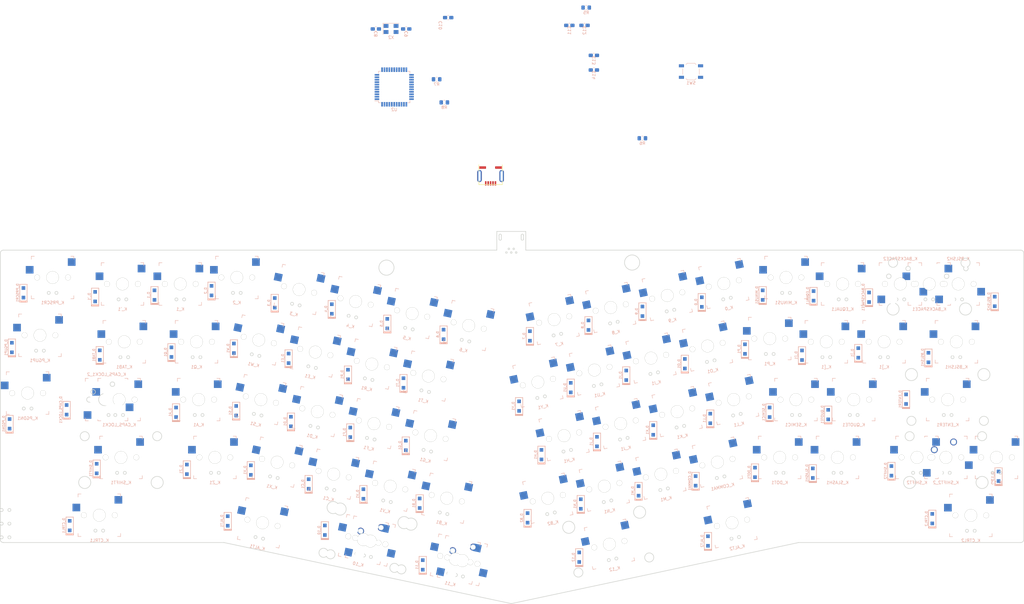
<source format=kicad_pcb>
(kicad_pcb (version 20171130) (host pcbnew 5.0.1)
  (layers (0 F.Cu signal) (31 B.Cu signal) (34 B.Paste user) (35 F.Paste user) (36 B.SilkS user) (37 F.SilkS user) (38 B.Mask user) (39 F.Mask user) (44 Edge.Cuts user))
  (net 0 "")
  (net 1 GND)
  (net 2 VCC)
  (net 3 /col0)
  (net 4 /col1)
  (net 5 /col2)
  (net 6 /col3)
  (net 7 /col4)
  (net 8 /col5)
  (net 9 /col6)
  (net 10 /col7)
  (net 11 /col8)
  (net 12 /col9)
  (net 13 /col10)
  (net 14 /col11)
  (net 15 /col12)
  (net 16 /col13)
  (net 17 /row0)
  (net 18 /row1)
  (net 19 /row2)
  (net 20 /row3)
  (net 21 /row4)
  (net 22 "Net-(D_1-Pad2)")
  (net 23 "Net-(D_2-Pad2)")
  (net 24 "Net-(D_3-Pad2)")
  (net 25 "Net-(D_4-Pad2)")
  (net 26 "Net-(D_5-Pad2)")
  (net 27 "Net-(D_6-Pad2)")
  (net 28 "Net-(D_7-Pad2)")
  (net 29 "Net-(D_8-Pad2)")
  (net 30 "Net-(D_9-Pad2)")
  (net 31 "Net-(D_0-Pad2)")
  (net 32 "Net-(D_B1-Pad2)")
  (net 33 "Net-(D_SHIFT1-Pad2)")
  (net 34 "Net-(D_10-Pad2)")
  (net 35 "Net-(D_11-Pad2)")
  (net 36 "Net-(D_12-Pad2)")
  (net 37 "Net-(D_ALT1-Pad2)")
  (net 38 "Net-(D_CTRL1-Pad2)")
  (net 39 "Net-(C8-Pad1)")
  (net 40 "Net-(C9-Pad1)")
  (net 41 "Net-(C9-Pad2)")
  (net 42 "Net-(X2-Pad2)")
  (net 43 "Net-(X2-Pad4)")
  (net 44 "Net-(R5-Pad1)")
  (net 45 "Net-(R6-Pad1)")
  (net 46 "Net-(R7-Pad1)")
  (net 47 "Net-(R8-Pad1)")
  (net 48 "Net-(USB2-Pad2)")
  (net 49 "Net-(USB2-Pad3)")
  (net 50 "Net-(USB2-Pad4)")
  (net 51 "Net-(C10-Pad1)")
  (net 52 "Net-(U2-Pad1)")
  (net 53 "Net-(U2-Pad7)")
  (net 54 "Net-(U2-Pad18)")
  (net 55 "Net-(U2-Pad19)")
  (net 56 "Net-(U2-Pad27)")
  (net 57 "Net-(U2-Pad34)")
  (net 58 "Net-(U2-Pad36)")
  (net 59 "Net-(U2-Pad41)")
  (net 60 "Net-(U2-Pad42)")
  (net 61 "Net-(U2-Pad43)")
  (net 62 "Net-(U2-Pad44)")
  (net 63 row0)
  (net 64 row4)
  (net 65 "Net-(D_13-Pad2)")
  (net 66 row3)
  (net 67 "Net-(D_[1-Pad2)")
  (net 68 row1)
  (net 69 "Net-(D_]1-Pad2)")
  (net 70 "Net-(D_`1-Pad2)")
  (net 71 "Net-(D_A1-Pad2)")
  (net 72 row2)
  (net 73 "Net-(D_ALT2-Pad2)")
  (net 74 "Net-(D_B2-Pad2)")
  (net 75 "Net-(D_BACKSPACE1-Pad2)")
  (net 76 "Net-(D_BSLSH1-Pad2)")
  (net 77 "Net-(D_C1-Pad2)")
  (net 78 "Net-(D_CAPS_LOCK1-Pad2)")
  (net 79 "Net-(D_COMMA1-Pad2)")
  (net 80 "Net-(D_CTRL2-Pad2)")
  (net 81 "Net-(D_D1-Pad2)")
  (net 82 "Net-(D_DOT1-Pad2)")
  (net 83 "Net-(D_E1-Pad2)")
  (net 84 "Net-(D_ENTER1-Pad2)")
  (net 85 "Net-(D_EQUAL1-Pad2)")
  (net 86 "Net-(D_F1-Pad2)")
  (net 87 "Net-(D_G1-Pad2)")
  (net 88 "Net-(D_H1-Pad2)")
  (net 89 "Net-(D_I1-Pad2)")
  (net 90 "Net-(D_J1-Pad2)")
  (net 91 "Net-(D_K1-Pad2)")
  (net 92 "Net-(D_L1-Pad2)")
  (net 93 "Net-(D_M1-Pad2)")
  (net 94 "Net-(D_MINUS1-Pad2)")
  (net 95 "Net-(D_N1-Pad2)")
  (net 96 "Net-(D_O1-Pad2)")
  (net 97 "Net-(D_P1-Pad2)")
  (net 98 "Net-(D_PGDN1-Pad2)")
  (net 99 "Net-(D_PGUP1-Pad2)")
  (net 100 "Net-(D_PRSCR1-Pad2)")
  (net 101 "Net-(D_Q1-Pad2)")
  (net 102 "Net-(D_QUOTE1-Pad2)")
  (net 103 "Net-(D_R1-Pad2)")
  (net 104 "Net-(D_S1-Pad2)")
  (net 105 "Net-(D_SEMIC1-Pad2)")
  (net 106 "Net-(D_SHIFT2-Pad2)")
  (net 107 "Net-(D_SLASH1-Pad2)")
  (net 108 "Net-(D_T1-Pad2)")
  (net 109 "Net-(D_TAB1-Pad2)")
  (net 110 "Net-(D_U1-Pad2)")
  (net 111 "Net-(D_V1-Pad2)")
  (net 112 "Net-(D_W1-Pad2)")
  (net 113 "Net-(D_X1-Pad2)")
  (net 114 "Net-(D_Y1-Pad2)")
  (net 115 "Net-(D_Z1-Pad2)")
  (net 116 col11)
  (net 117 col2)
  (net 118 col3)
  (net 119 col4)
  (net 120 col5)
  (net 121 col6)
  (net 122 col7)
  (net 123 col8)
  (net 124 col9)
  (net 125 col10)
  (net 126 col12)
  (net 127 col13)
  (net 128 col1)
  (net 129 col14)
  (net 130 col0)
  (net 131 "Net-(D_BSLSH2-Pad2)")
  (net 132 col15)
  (module keyswitches:Kailh_socket_optional (layer F.Cu) (at 285.34 250.05 348)
    (fp_text reference K_11_2 hide)
    (fp_text value KEYSW)
    (pad 2 smd rect (at 7.56 2.54 348) (size 2.55 2.5) (layers B.Cu B.Paste B.Mask) (net 35 "Net-(D_11-Pad2)"))
    (pad "" np_thru_hole circle (at -5.08 0 348) (size 1.7018 1.7018) (drill 1.7018) (layers *.Cu *.Mask))
    (pad "" np_thru_hole circle (at 5.08 0 348) (size 1.7018 1.7018) (drill 1.7018) (layers *.Cu *.Mask))
    (pad 2 thru_hole circle (at -3.81 -2.539999 348) (size 2.286 2.286) (drill 1.4986) (layers *.Cu *.Mask) (net 35 "Net-(D_11-Pad2)"))
    (pad "" np_thru_hole circle (at 0 0 348) (size 3.9878 3.9878) (drill 3.9878) (layers *.Cu *.Mask))
    (pad 1 thru_hole circle (at 2.54 -5.08 348) (size 2.286 2.286) (drill 1.4986) (layers *.Cu *.Mask) (net 118 col3))
    (pad "" np_thru_hole circle (at 3.81 2.539999 348) (size 3 3) (drill 3) (layers *.Cu *.Mask))
    (pad "" np_thru_hole circle (at -2.54 5.08 348) (size 3 3) (drill 3) (layers *.Cu *.Mask))
    (pad 1 smd rect (at -6.29 5.08 348) (size 2.55 2.5) (layers B.Cu B.Paste B.Mask) (net 118 col3))
  )
  (module keyswitches:Kailh_socket_optional (layer F.Cu) (at 444.66 216.04)
    (fp_text reference K_SHIFT2_2 (at 0 8.3) (layer B.SilkS) (effects (justify mirror)))
    (fp_text value KEYSW)
    (pad 2 smd rect (at 7.56 2.54) (size 2.55 2.5) (layers B.Cu B.Paste B.Mask) (net 126 col12))
    (pad "" np_thru_hole circle (at -5.08 0) (size 1.7018 1.7018) (drill 1.7018) (layers *.Cu *.Mask))
    (pad "" np_thru_hole circle (at 5.08 0) (size 1.7018 1.7018) (drill 1.7018) (layers *.Cu *.Mask))
    (pad 2 thru_hole circle (at -3.81 -2.54) (size 2.286 2.286) (drill 1.4986) (layers *.Cu *.Mask) (net 126 col12))
    (pad "" np_thru_hole circle (at 0 0) (size 3.9878 3.9878) (drill 3.9878) (layers *.Cu *.Mask))
    (pad 1 thru_hole circle (at 2.54 -5.08) (size 2.286 2.286) (drill 1.4986) (layers *.Cu *.Mask) (net 106 "Net-(D_SHIFT2-Pad2)"))
    (pad "" np_thru_hole circle (at 3.81 2.54) (size 3 3) (drill 3) (layers *.Cu *.Mask))
    (pad "" np_thru_hole circle (at -2.54 5.08) (size 3 3) (drill 3) (layers *.Cu *.Mask))
    (pad 1 smd rect (at -6.29 5.08) (size 2.55 2.5) (layers B.Cu B.Paste B.Mask) (net 106 "Net-(D_SHIFT2-Pad2)"))
  )
  (module keyswitches:Kailh_socket_optional (layer F.Cu) (at 255.02 243.61 348)
    (fp_text reference K_10_2 hide)
    (fp_text value KEYSW)
    (pad 2 smd rect (at 7.56 2.54 348) (size 2.55 2.5) (layers B.Cu B.Paste B.Mask) (net 34 "Net-(D_10-Pad2)"))
    (pad "" np_thru_hole circle (at -5.08 0 348) (size 1.7018 1.7018) (drill 1.7018) (layers *.Cu *.Mask))
    (pad "" np_thru_hole circle (at 5.08 0 348) (size 1.7018 1.7018) (drill 1.7018) (layers *.Cu *.Mask))
    (pad 2 thru_hole circle (at -3.81 -2.539999 348) (size 2.286 2.286) (drill 1.4986) (layers *.Cu *.Mask) (net 34 "Net-(D_10-Pad2)"))
    (pad "" np_thru_hole circle (at 0 0 348) (size 3.9878 3.9878) (drill 3.9878) (layers *.Cu *.Mask))
    (pad 1 thru_hole circle (at 2.54 -5.08 348) (size 2.286 2.286) (drill 1.4986) (layers *.Cu *.Mask) (net 117 col2))
    (pad "" np_thru_hole circle (at 3.81 2.539999 348) (size 3 3) (drill 3) (layers *.Cu *.Mask))
    (pad "" np_thru_hole circle (at -2.54 5.08 348) (size 3 3) (drill 3) (layers *.Cu *.Mask))
    (pad 1 smd rect (at -6.29 5.08 348) (size 2.55 2.5) (layers B.Cu B.Paste B.Mask) (net 117 col2))
  )
  (module keyboard_parts:D_SOD123_hand (layer B.Cu) (at 397.256 182.372 90)
    (fp_text reference D_[1 (at 0 -1.925 90) (layer B.SilkS) (effects (font (size 0.8 0.8)) (justify mirror)))
    (fp_text value D hide)
    (pad 1 smd rect (at -1.575 0 90) (size 1.2 1.2) (layers B.Cu B.Paste B.Mask) (net 68 row1))
    (pad 2 smd rect (at 1.575 0 90) (size 1.2 1.2) (layers B.Cu B.Paste B.Mask) (net 67 "Net-(D_[1-Pad2)"))
  )
  (module keyboard_parts:D_SOD123_hand (layer B.Cu) (at 415.798 181.61 90)
    (fp_text reference D_]1 (at 0 -1.925 90) (layer B.SilkS) (effects (font (size 0.8 0.8)) (justify mirror)))
    (fp_text value D hide)
    (pad 1 smd rect (at -1.575 0 90) (size 1.2 1.2) (layers B.Cu B.Paste B.Mask) (net 68 row1))
    (pad 2 smd rect (at 1.575 0 90) (size 1.2 1.2) (layers B.Cu B.Paste B.Mask) (net 69 "Net-(D_]1-Pad2)"))
  )
  (module keyboard_parts:D_SOD123_hand (layer B.Cu) (at 164.338 163.068 90)
    (fp_text reference D_`1 (at 0 -1.925 90) (layer B.SilkS) (effects (font (size 0.8 0.8)) (justify mirror)))
    (fp_text value D hide)
    (pad 1 smd rect (at -1.575 0 90) (size 1.2 1.2) (layers B.Cu B.Paste B.Mask) (net 63 row0))
    (pad 2 smd rect (at 1.575 0 90) (size 1.2 1.2) (layers B.Cu B.Paste B.Mask) (net 70 "Net-(D_`1-Pad2)"))
  )
  (module keyboard_parts:D_SOD123_hand (layer B.Cu) (at 271.272 231.14 90)
    (fp_text reference D_B1 (at 0 -1.925 90) (layer B.SilkS) (effects (font (size 0.8 0.8)) (justify mirror)))
    (fp_text value D hide)
    (pad 1 smd rect (at -1.575 0 90) (size 1.2 1.2) (layers B.Cu B.Paste B.Mask) (net 66 row3))
    (pad 2 smd rect (at 1.575 0 90) (size 1.2 1.2) (layers B.Cu B.Paste B.Mask) (net 32 "Net-(D_B1-Pad2)"))
  )
  (module keyboard_parts:D_SOD123_hand (layer B.Cu) (at 306.832 235.966 90)
    (fp_text reference D_B2 (at 0 -1.925 90) (layer B.SilkS) (effects (font (size 0.8 0.8)) (justify mirror)))
    (fp_text value D hide)
    (pad 1 smd rect (at -1.575 0 90) (size 1.2 1.2) (layers B.Cu B.Paste B.Mask) (net 66 row3))
    (pad 2 smd rect (at 1.575 0 90) (size 1.2 1.2) (layers B.Cu B.Paste B.Mask) (net 74 "Net-(D_B2-Pad2)"))
  )
  (module keyboard_parts:D_SOD123_hand (layer B.Cu) (at 419.354 163.271 90)
    (fp_text reference D_BACKSPACE1 (at 0 -1.925 90) (layer B.SilkS) (effects (font (size 0.8 0.8)) (justify mirror)))
    (fp_text value D hide)
    (pad 1 smd rect (at -1.575 0 90) (size 1.2 1.2) (layers B.Cu B.Paste B.Mask) (net 63 row0))
    (pad 2 smd rect (at 1.575 0 90) (size 1.2 1.2) (layers B.Cu B.Paste B.Mask) (net 75 "Net-(D_BACKSPACE1-Pad2)"))
  )
  (module keyboard_parts:D_SOD123_hand (layer B.Cu) (at 438.912 183.134 90)
    (fp_text reference D_BSLSH1 (at 0 -1.925 90) (layer B.SilkS) (effects (font (size 0.8 0.8)) (justify mirror)))
    (fp_text value D hide)
    (pad 1 smd rect (at -1.575 0 90) (size 1.2 1.2) (layers B.Cu B.Paste B.Mask) (net 68 row1))
    (pad 2 smd rect (at 1.575 0 90) (size 1.2 1.2) (layers B.Cu B.Paste B.Mask) (net 76 "Net-(D_BSLSH1-Pad2)"))
  )
  (module keyboard_parts:D_SOD123_hand (layer B.Cu) (at 362.204 223.774 90)
    (fp_text reference D_COMMA1 (at 0 -1.925 90) (layer B.SilkS) (effects (font (size 0.8 0.8)) (justify mirror)))
    (fp_text value D hide)
    (pad 1 smd rect (at -1.575 0 90) (size 1.2 1.2) (layers B.Cu B.Paste B.Mask) (net 66 row3))
    (pad 2 smd rect (at 1.575 0 90) (size 1.2 1.2) (layers B.Cu B.Paste B.Mask) (net 79 "Net-(D_COMMA1-Pad2)"))
  )
  (module keyboard_parts:D_SOD123_hand (layer B.Cu) (at 228.854 204.216 90)
    (fp_text reference D_D1 (at 0 -1.925 90) (layer B.SilkS) (effects (font (size 0.8 0.8)) (justify mirror)))
    (fp_text value D hide)
    (pad 1 smd rect (at -1.575 0 90) (size 1.2 1.2) (layers B.Cu B.Paste B.Mask) (net 72 row2))
    (pad 2 smd rect (at 1.575 0 90) (size 1.2 1.2) (layers B.Cu B.Paste B.Mask) (net 81 "Net-(D_D1-Pad2)"))
  )
  (module keyboard_parts:D_SOD123_hand (layer B.Cu) (at 381.762 220.98 90)
    (fp_text reference D_DOT1 (at 0 -1.925 90) (layer B.SilkS) (effects (font (size 0.8 0.8)) (justify mirror)))
    (fp_text value D hide)
    (pad 1 smd rect (at -1.575 0 90) (size 1.2 1.2) (layers B.Cu B.Paste B.Mask) (net 66 row3))
    (pad 2 smd rect (at 1.575 0 90) (size 1.2 1.2) (layers B.Cu B.Paste B.Mask) (net 82 "Net-(D_DOT1-Pad2)"))
  )
  (module keyboard_parts:D_SOD123_hand (layer B.Cu) (at 431.546 196.85 90)
    (fp_text reference D_ENTER1 (at 0 -1.925 90) (layer B.SilkS) (effects (font (size 0.8 0.8)) (justify mirror)))
    (fp_text value D hide)
    (pad 1 smd rect (at -1.575 0 90) (size 1.2 1.2) (layers B.Cu B.Paste B.Mask) (net 72 row2))
    (pad 2 smd rect (at 1.575 0 90) (size 1.2 1.2) (layers B.Cu B.Paste B.Mask) (net 84 "Net-(D_ENTER1-Pad2)"))
  )
  (module keyboard_parts:D_SOD123_hand (layer B.Cu) (at 401.066 162.814 90)
    (fp_text reference D_EQUAL1 (at 0 -1.925 90) (layer B.SilkS) (effects (font (size 0.8 0.8)) (justify mirror)))
    (fp_text value D hide)
    (pad 1 smd rect (at -1.575 0 90) (size 1.2 1.2) (layers B.Cu B.Paste B.Mask) (net 63 row0))
    (pad 2 smd rect (at 1.575 0 90) (size 1.2 1.2) (layers B.Cu B.Paste B.Mask) (net 85 "Net-(D_EQUAL1-Pad2)"))
  )
  (module keyboard_parts:D_SOD123_hand (layer B.Cu) (at 248.412 207.772 90)
    (fp_text reference D_F1 (at 0 -1.925 90) (layer B.SilkS) (effects (font (size 0.8 0.8)) (justify mirror)))
    (fp_text value D hide)
    (pad 1 smd rect (at -1.575 0 90) (size 1.2 1.2) (layers B.Cu B.Paste B.Mask) (net 72 row2))
    (pad 2 smd rect (at 1.575 0 90) (size 1.2 1.2) (layers B.Cu B.Paste B.Mask) (net 86 "Net-(D_F1-Pad2)"))
  )
  (module keyboard_parts:D_SOD123_hand (layer B.Cu) (at 266.7 212.09 90)
    (fp_text reference D_G1 (at 0 -1.925 90) (layer B.SilkS) (effects (font (size 0.8 0.8)) (justify mirror)))
    (fp_text value D hide)
    (pad 1 smd rect (at -1.575 0 90) (size 1.2 1.2) (layers B.Cu B.Paste B.Mask) (net 72 row2))
    (pad 2 smd rect (at 1.575 0 90) (size 1.2 1.2) (layers B.Cu B.Paste B.Mask) (net 87 "Net-(D_G1-Pad2)"))
  )
  (module keyboard_parts:D_SOD123_hand (layer B.Cu) (at 311.404 215.138 90)
    (fp_text reference D_H1 (at 0 -1.925 90) (layer B.SilkS) (effects (font (size 0.8 0.8)) (justify mirror)))
    (fp_text value D hide)
    (pad 1 smd rect (at -1.575 0 90) (size 1.2 1.2) (layers B.Cu B.Paste B.Mask) (net 72 row2))
    (pad 2 smd rect (at 1.575 0 90) (size 1.2 1.2) (layers B.Cu B.Paste B.Mask) (net 88 "Net-(D_H1-Pad2)"))
  )
  (module keyboard_parts:D_SOD123_hand (layer B.Cu) (at 339.344 188.976 90)
    (fp_text reference D_I1 (at 0 -1.925 90) (layer B.SilkS) (effects (font (size 0.8 0.8)) (justify mirror)))
    (fp_text value D hide)
    (pad 1 smd rect (at -1.575 0 90) (size 1.2 1.2) (layers B.Cu B.Paste B.Mask) (net 68 row1))
    (pad 2 smd rect (at 1.575 0 90) (size 1.2 1.2) (layers B.Cu B.Paste B.Mask) (net 89 "Net-(D_I1-Pad2)"))
  )
  (module keyboard_parts:D_SOD123_hand (layer B.Cu) (at 329.692 210.82 90)
    (fp_text reference D_J1 (at 0 -1.925 90) (layer B.SilkS) (effects (font (size 0.8 0.8)) (justify mirror)))
    (fp_text value D hide)
    (pad 1 smd rect (at -1.575 0 90) (size 1.2 1.2) (layers B.Cu B.Paste B.Mask) (net 72 row2))
    (pad 2 smd rect (at 1.575 0 90) (size 1.2 1.2) (layers B.Cu B.Paste B.Mask) (net 90 "Net-(D_J1-Pad2)"))
  )
  (module keyboard_parts:D_SOD123_hand (layer B.Cu) (at 348.234 207.01 90)
    (fp_text reference D_K1 (at 0 -1.925 90) (layer B.SilkS) (effects (font (size 0.8 0.8)) (justify mirror)))
    (fp_text value D hide)
    (pad 1 smd rect (at -1.575 0 90) (size 1.2 1.2) (layers B.Cu B.Paste B.Mask) (net 72 row2))
    (pad 2 smd rect (at 1.575 0 90) (size 1.2 1.2) (layers B.Cu B.Paste B.Mask) (net 91 "Net-(D_K1-Pad2)"))
  )
  (module keyboard_parts:D_SOD123_hand (layer B.Cu) (at 367.03 203.2 90)
    (fp_text reference D_L1 (at 0 -1.925 90) (layer B.SilkS) (effects (font (size 0.8 0.8)) (justify mirror)))
    (fp_text value D hide)
    (pad 1 smd rect (at -1.575 0 90) (size 1.2 1.2) (layers B.Cu B.Paste B.Mask) (net 72 row2))
    (pad 2 smd rect (at 1.575 0 90) (size 1.2 1.2) (layers B.Cu B.Paste B.Mask) (net 92 "Net-(D_L1-Pad2)"))
  )
  (module keyboard_parts:D_SOD123_hand (layer B.Cu) (at 343.408 227.076 90)
    (fp_text reference D_M1 (at 0 -1.925 90) (layer B.SilkS) (effects (font (size 0.8 0.8)) (justify mirror)))
    (fp_text value D hide)
    (pad 1 smd rect (at -1.575 0 90) (size 1.2 1.2) (layers B.Cu B.Paste B.Mask) (net 66 row3))
    (pad 2 smd rect (at 1.575 0 90) (size 1.2 1.2) (layers B.Cu B.Paste B.Mask) (net 93 "Net-(D_M1-Pad2)"))
  )
  (module keyboard_parts:D_SOD123_hand (layer B.Cu) (at 384.302 162.56 90)
    (fp_text reference D_MINUS1 (at 0 -1.925 90) (layer B.SilkS) (effects (font (size 0.8 0.8)) (justify mirror)))
    (fp_text value D hide)
    (pad 1 smd rect (at -1.575 0 90) (size 1.2 1.2) (layers B.Cu B.Paste B.Mask) (net 63 row0))
    (pad 2 smd rect (at 1.575 0 90) (size 1.2 1.2) (layers B.Cu B.Paste B.Mask) (net 94 "Net-(D_MINUS1-Pad2)"))
  )
  (module keyboard_parts:D_SOD123_hand (layer B.Cu) (at 324.358 231.394 90)
    (fp_text reference D_N1 (at 0 -1.925 90) (layer B.SilkS) (effects (font (size 0.8 0.8)) (justify mirror)))
    (fp_text value D hide)
    (pad 1 smd rect (at -1.575 0 90) (size 1.2 1.2) (layers B.Cu B.Paste B.Mask) (net 66 row3))
    (pad 2 smd rect (at 1.575 0 90) (size 1.2 1.2) (layers B.Cu B.Paste B.Mask) (net 95 "Net-(D_N1-Pad2)"))
  )
  (module keyboard_parts:D_SOD123_hand (layer B.Cu) (at 358.648 185.166 90)
    (fp_text reference D_O1 (at 0 -1.925 90) (layer B.SilkS) (effects (font (size 0.8 0.8)) (justify mirror)))
    (fp_text value D hide)
    (pad 1 smd rect (at -1.575 0 90) (size 1.2 1.2) (layers B.Cu B.Paste B.Mask) (net 68 row1))
    (pad 2 smd rect (at 1.575 0 90) (size 1.2 1.2) (layers B.Cu B.Paste B.Mask) (net 96 "Net-(D_O1-Pad2)"))
  )
  (module keyboard_parts:D_SOD123_hand (layer B.Cu) (at 378.46 180.34 90)
    (fp_text reference D_P1 (at 0 -1.925 90) (layer B.SilkS) (effects (font (size 0.8 0.8)) (justify mirror)))
    (fp_text value D hide)
    (pad 1 smd rect (at -1.575 0 90) (size 1.2 1.2) (layers B.Cu B.Paste B.Mask) (net 68 row1))
    (pad 2 smd rect (at 1.575 0 90) (size 1.2 1.2) (layers B.Cu B.Paste B.Mask) (net 97 "Net-(D_P1-Pad2)"))
  )
  (module keyboard_parts:D_SOD123_hand (layer B.Cu) (at 405.892 201.93 90)
    (fp_text reference D_QUOTE1 (at 0 -1.925 90) (layer B.SilkS) (effects (font (size 0.8 0.8)) (justify mirror)))
    (fp_text value D hide)
    (pad 1 smd rect (at -1.575 0 90) (size 1.2 1.2) (layers B.Cu B.Paste B.Mask) (net 72 row2))
    (pad 2 smd rect (at 1.575 0 90) (size 1.2 1.2) (layers B.Cu B.Paste B.Mask) (net 102 "Net-(D_QUOTE1-Pad2)"))
  )
  (module keyboard_parts:D_SOD123_hand (layer B.Cu) (at 247.65 188.722 90)
    (fp_text reference D_R1 (at 0 -1.925 90) (layer B.SilkS) (effects (font (size 0.8 0.8)) (justify mirror)))
    (fp_text value D hide)
    (pad 1 smd rect (at -1.575 0 90) (size 1.2 1.2) (layers B.Cu B.Paste B.Mask) (net 68 row1))
    (pad 2 smd rect (at 1.575 0 90) (size 1.2 1.2) (layers B.Cu B.Paste B.Mask) (net 103 "Net-(D_R1-Pad2)"))
  )
  (module keyboard_parts:D_SOD123_hand (layer B.Cu) (at 386.588 201.168 90)
    (fp_text reference D_SEMIC1 (at 0 -1.925 90) (layer B.SilkS) (effects (font (size 0.8 0.8)) (justify mirror)))
    (fp_text value D hide)
    (pad 1 smd rect (at -1.575 0 90) (size 1.2 1.2) (layers B.Cu B.Paste B.Mask) (net 72 row2))
    (pad 2 smd rect (at 1.575 0 90) (size 1.2 1.2) (layers B.Cu B.Paste B.Mask) (net 105 "Net-(D_SEMIC1-Pad2)"))
  )
  (module keyboard_parts:D_SOD123_hand (layer B.Cu) (at 400.812 221.234 90)
    (fp_text reference D_SLASH1 (at 0 -1.925 90) (layer B.SilkS) (effects (font (size 0.8 0.8)) (justify mirror)))
    (fp_text value D hide)
    (pad 1 smd rect (at -1.575 0 90) (size 1.2 1.2) (layers B.Cu B.Paste B.Mask) (net 66 row3))
    (pad 2 smd rect (at 1.575 0 90) (size 1.2 1.2) (layers B.Cu B.Paste B.Mask) (net 107 "Net-(D_SLASH1-Pad2)"))
  )
  (module keyboard_parts:D_SOD123_hand (layer B.Cu) (at 265.938 191.516 90)
    (fp_text reference D_T1 (at 0 -1.925 90) (layer B.SilkS) (effects (font (size 0.8 0.8)) (justify mirror)))
    (fp_text value D hide)
    (pad 1 smd rect (at -1.575 0 90) (size 1.2 1.2) (layers B.Cu B.Paste B.Mask) (net 68 row1))
    (pad 2 smd rect (at 1.575 0 90) (size 1.2 1.2) (layers B.Cu B.Paste B.Mask) (net 108 "Net-(D_T1-Pad2)"))
  )
  (module keyboard_parts:D_SOD123_hand (layer B.Cu) (at 321.056 193.04 90)
    (fp_text reference D_U1 (at 0 -1.925 90) (layer B.SilkS) (effects (font (size 0.8 0.8)) (justify mirror)))
    (fp_text value D hide)
    (pad 1 smd rect (at -1.575 0 90) (size 1.2 1.2) (layers B.Cu B.Paste B.Mask) (net 68 row1))
    (pad 2 smd rect (at 1.575 0 90) (size 1.2 1.2) (layers B.Cu B.Paste B.Mask) (net 110 "Net-(D_U1-Pad2)"))
  )
  (module keyboard_parts:D_SOD123_hand (layer B.Cu) (at 252.73 228.092 90)
    (fp_text reference D_V1 (at 0 -1.925 90) (layer B.SilkS) (effects (font (size 0.8 0.8)) (justify mirror)))
    (fp_text value D hide)
    (pad 1 smd rect (at -1.575 0 90) (size 1.2 1.2) (layers B.Cu B.Paste B.Mask) (net 66 row3))
    (pad 2 smd rect (at 1.575 0 90) (size 1.2 1.2) (layers B.Cu B.Paste B.Mask) (net 111 "Net-(D_V1-Pad2)"))
  )
  (module keyboard_parts:D_SOD123_hand (layer B.Cu) (at 304.038 199.136 90)
    (fp_text reference D_Y1 (at 0 -1.925 90) (layer B.SilkS) (effects (font (size 0.8 0.8)) (justify mirror)))
    (fp_text value D hide)
    (pad 1 smd rect (at -1.575 0 90) (size 1.2 1.2) (layers B.Cu B.Paste B.Mask) (net 68 row1))
    (pad 2 smd rect (at 1.575 0 90) (size 1.2 1.2) (layers B.Cu B.Paste B.Mask) (net 114 "Net-(D_Y1-Pad2)"))
  )
  (module keyswitches:Kailh_socket (layer F.Cu) (at 439.195 158.89)
    (fp_text reference K_BACKSPACE1 (at 0 8.3) (layer B.SilkS) (effects (justify mirror)))
    (fp_text value KEYSW)
    (pad 1 smd rect (at 6.29 -5.08) (size 2.55 2.5) (layers B.Cu B.Paste B.Mask) (net 129 col14))
    (pad "" np_thru_hole circle (at 2.54 -5.08) (size 3 3) (drill 3) (layers *.Cu *.Mask))
    (pad "" np_thru_hole circle (at -3.81 -2.54) (size 3 3) (drill 3) (layers *.Cu *.Mask))
    (pad "" np_thru_hole circle (at 0 0) (size 3.9878 3.9878) (drill 3.9878) (layers *.Cu *.Mask))
    (pad "" np_thru_hole circle (at 5.08 0) (size 1.7018 1.7018) (drill 1.7018) (layers *.Cu *.Mask))
    (pad "" np_thru_hole circle (at -5.08 0) (size 1.7018 1.7018) (drill 1.7018) (layers *.Cu *.Mask))
    (pad 2 smd rect (at -7.56 -2.54) (size 2.55 2.5) (layers B.Cu B.Paste B.Mask) (net 75 "Net-(D_BACKSPACE1-Pad2)"))
  )
  (module keyswitches:Kailh_socket (layer F.Cu) (at 461.32875 216.04)
    (fp_text reference K_13 (at 0 8.3) (layer B.SilkS) (effects (justify mirror)))
    (fp_text value KEYSW)
    (pad 2 smd rect (at -7.56 -2.54) (size 2.55 2.5) (layers B.Cu B.Paste B.Mask) (net 65 "Net-(D_13-Pad2)"))
    (pad "" np_thru_hole circle (at -5.08 0) (size 1.7018 1.7018) (drill 1.7018) (layers *.Cu *.Mask))
    (pad "" np_thru_hole circle (at 5.08 0) (size 1.7018 1.7018) (drill 1.7018) (layers *.Cu *.Mask))
    (pad "" np_thru_hole circle (at 0 0) (size 3.9878 3.9878) (drill 3.9878) (layers *.Cu *.Mask))
    (pad "" np_thru_hole circle (at -3.81 -2.54) (size 3 3) (drill 3) (layers *.Cu *.Mask))
    (pad "" np_thru_hole circle (at 2.54 -5.08) (size 3 3) (drill 3) (layers *.Cu *.Mask))
    (pad 1 smd rect (at 6.29 -5.08) (size 2.55 2.5) (layers B.Cu B.Paste B.Mask) (net 127 col13))
  )
  (module keyswitches:Kailh_socket (layer F.Cu) (at 408.94 216.04)
    (fp_text reference K_SLASH1 (at 0 8.3) (layer B.SilkS) (effects (justify mirror)))
    (fp_text value KEYSW)
    (pad 2 smd rect (at -7.56 -2.54) (size 2.55 2.5) (layers B.Cu B.Paste B.Mask) (net 107 "Net-(D_SLASH1-Pad2)"))
    (pad "" np_thru_hole circle (at -5.08 0) (size 1.7018 1.7018) (drill 1.7018) (layers *.Cu *.Mask))
    (pad "" np_thru_hole circle (at 5.08 0) (size 1.7018 1.7018) (drill 1.7018) (layers *.Cu *.Mask))
    (pad "" np_thru_hole circle (at 0 0) (size 3.9878 3.9878) (drill 3.9878) (layers *.Cu *.Mask))
    (pad "" np_thru_hole circle (at -3.81 -2.54) (size 3 3) (drill 3) (layers *.Cu *.Mask))
    (pad "" np_thru_hole circle (at 2.54 -5.08) (size 3 3) (drill 3) (layers *.Cu *.Mask))
    (pad 1 smd rect (at 6.29 -5.08) (size 2.55 2.5) (layers B.Cu B.Paste B.Mask) (net 116 col11))
  )
  (module keyswitches:Kailh_socket (layer F.Cu) (at 389.89 216.04)
    (fp_text reference K_DOT1 (at 0 8.3) (layer B.SilkS) (effects (justify mirror)))
    (fp_text value KEYSW)
    (pad 2 smd rect (at -7.56 -2.54) (size 2.55 2.5) (layers B.Cu B.Paste B.Mask) (net 82 "Net-(D_DOT1-Pad2)"))
    (pad "" np_thru_hole circle (at -5.08 0) (size 1.7018 1.7018) (drill 1.7018) (layers *.Cu *.Mask))
    (pad "" np_thru_hole circle (at 5.08 0) (size 1.7018 1.7018) (drill 1.7018) (layers *.Cu *.Mask))
    (pad "" np_thru_hole circle (at 0 0) (size 3.9878 3.9878) (drill 3.9878) (layers *.Cu *.Mask))
    (pad "" np_thru_hole circle (at -3.81 -2.54) (size 3 3) (drill 3) (layers *.Cu *.Mask))
    (pad "" np_thru_hole circle (at 2.54 -5.08) (size 3 3) (drill 3) (layers *.Cu *.Mask))
    (pad 1 smd rect (at 6.29 -5.08) (size 2.55 2.5) (layers B.Cu B.Paste B.Mask) (net 125 col10))
  )
  (module keyswitches:Kailh_socket (layer F.Cu) (at 369.39 217.6 12)
    (fp_text reference K_COMMA1 (at 0 8.3 12) (layer B.SilkS) (effects (justify mirror)))
    (fp_text value KEYSW)
    (pad 2 smd rect (at -7.56 -2.540001 12) (size 2.55 2.5) (layers B.Cu B.Paste B.Mask) (net 79 "Net-(D_COMMA1-Pad2)"))
    (pad "" np_thru_hole circle (at -5.08 0 12) (size 1.7018 1.7018) (drill 1.7018) (layers *.Cu *.Mask))
    (pad "" np_thru_hole circle (at 5.08 0 12) (size 1.7018 1.7018) (drill 1.7018) (layers *.Cu *.Mask))
    (pad "" np_thru_hole circle (at 0 0 12) (size 3.9878 3.9878) (drill 3.9878) (layers *.Cu *.Mask))
    (pad "" np_thru_hole circle (at -3.81 -2.54 12) (size 3 3) (drill 3) (layers *.Cu *.Mask))
    (pad "" np_thru_hole circle (at 2.540001 -5.08 12) (size 3 3) (drill 3) (layers *.Cu *.Mask))
    (pad 1 smd rect (at 6.29 -5.08 12) (size 2.55 2.5) (layers B.Cu B.Paste B.Mask) (net 124 col9))
  )
  (module keyswitches:Kailh_socket (layer F.Cu) (at 350.756288 221.560718 12)
    (fp_text reference K_M1 (at 0 8.3 12) (layer B.SilkS) (effects (justify mirror)))
    (fp_text value KEYSW)
    (pad 2 smd rect (at -7.56 -2.540001 12) (size 2.55 2.5) (layers B.Cu B.Paste B.Mask) (net 93 "Net-(D_M1-Pad2)"))
    (pad "" np_thru_hole circle (at -5.08 0 12) (size 1.7018 1.7018) (drill 1.7018) (layers *.Cu *.Mask))
    (pad "" np_thru_hole circle (at 5.08 0 12) (size 1.7018 1.7018) (drill 1.7018) (layers *.Cu *.Mask))
    (pad "" np_thru_hole circle (at 0 0 12) (size 3.9878 3.9878) (drill 3.9878) (layers *.Cu *.Mask))
    (pad "" np_thru_hole circle (at -3.81 -2.54 12) (size 3 3) (drill 3) (layers *.Cu *.Mask))
    (pad "" np_thru_hole circle (at 2.540001 -5.08 12) (size 3 3) (drill 3) (layers *.Cu *.Mask))
    (pad 1 smd rect (at 6.29 -5.08 12) (size 2.55 2.5) (layers B.Cu B.Paste B.Mask) (net 123 col8))
  )
  (module keyswitches:Kailh_socket (layer F.Cu) (at 332.122576 225.521435 12)
    (fp_text reference K_N1 (at 0 8.3 12) (layer B.SilkS) (effects (justify mirror)))
    (fp_text value KEYSW)
    (pad 2 smd rect (at -7.56 -2.540001 12) (size 2.55 2.5) (layers B.Cu B.Paste B.Mask) (net 95 "Net-(D_N1-Pad2)"))
    (pad "" np_thru_hole circle (at -5.08 0 12) (size 1.7018 1.7018) (drill 1.7018) (layers *.Cu *.Mask))
    (pad "" np_thru_hole circle (at 5.08 0 12) (size 1.7018 1.7018) (drill 1.7018) (layers *.Cu *.Mask))
    (pad "" np_thru_hole circle (at 0 0 12) (size 3.9878 3.9878) (drill 3.9878) (layers *.Cu *.Mask))
    (pad "" np_thru_hole circle (at -3.81 -2.54 12) (size 3 3) (drill 3) (layers *.Cu *.Mask))
    (pad "" np_thru_hole circle (at 2.540001 -5.08 12) (size 3 3) (drill 3) (layers *.Cu *.Mask))
    (pad 1 smd rect (at 6.29 -5.08 12) (size 2.55 2.5) (layers B.Cu B.Paste B.Mask) (net 122 col7))
  )
  (module keyswitches:Kailh_socket (layer F.Cu) (at 313.488865 229.482153 12)
    (fp_text reference K_B2 (at 0 8.3 12) (layer B.SilkS) (effects (justify mirror)))
    (fp_text value KEYSW)
    (pad 2 smd rect (at -7.56 -2.540001 12) (size 2.55 2.5) (layers B.Cu B.Paste B.Mask) (net 74 "Net-(D_B2-Pad2)"))
    (pad "" np_thru_hole circle (at -5.08 0 12) (size 1.7018 1.7018) (drill 1.7018) (layers *.Cu *.Mask))
    (pad "" np_thru_hole circle (at 5.08 0 12) (size 1.7018 1.7018) (drill 1.7018) (layers *.Cu *.Mask))
    (pad "" np_thru_hole circle (at 0 0 12) (size 3.9878 3.9878) (drill 3.9878) (layers *.Cu *.Mask))
    (pad "" np_thru_hole circle (at -3.81 -2.54 12) (size 3 3) (drill 3) (layers *.Cu *.Mask))
    (pad "" np_thru_hole circle (at 2.540001 -5.08 12) (size 3 3) (drill 3) (layers *.Cu *.Mask))
    (pad 1 smd rect (at 6.29 -5.08 12) (size 2.55 2.5) (layers B.Cu B.Paste B.Mask) (net 120 col5))
  )
  (module keyswitches:Kailh_socket (layer F.Cu) (at 280.201135 229.482153 348)
    (fp_text reference K_B1 (at 0 8.3 348) (layer B.SilkS) (effects (justify mirror)))
    (fp_text value KEYSW)
    (pad 2 smd rect (at -7.56 -2.54 348) (size 2.55 2.5) (layers B.Cu B.Paste B.Mask) (net 32 "Net-(D_B1-Pad2)"))
    (pad "" np_thru_hole circle (at -5.08 0 348) (size 1.7018 1.7018) (drill 1.7018) (layers *.Cu *.Mask))
    (pad "" np_thru_hole circle (at 5.08 0 348) (size 1.7018 1.7018) (drill 1.7018) (layers *.Cu *.Mask))
    (pad "" np_thru_hole circle (at 0 0 348) (size 3.9878 3.9878) (drill 3.9878) (layers *.Cu *.Mask))
    (pad "" np_thru_hole circle (at -3.81 -2.539999 348) (size 3 3) (drill 3) (layers *.Cu *.Mask))
    (pad "" np_thru_hole circle (at 2.54 -5.08 348) (size 3 3) (drill 3) (layers *.Cu *.Mask))
    (pad 1 smd rect (at 6.29 -5.08 348) (size 2.55 2.5) (layers B.Cu B.Paste B.Mask) (net 121 col6))
  )
  (module keyswitches:Kailh_socket (layer F.Cu) (at 261.567424 225.521435 348)
    (fp_text reference K_V1 (at 0 8.3 348) (layer B.SilkS) (effects (justify mirror)))
    (fp_text value KEYSW)
    (pad 2 smd rect (at -7.56 -2.54 348) (size 2.55 2.5) (layers B.Cu B.Paste B.Mask) (net 111 "Net-(D_V1-Pad2)"))
    (pad "" np_thru_hole circle (at -5.08 0 348) (size 1.7018 1.7018) (drill 1.7018) (layers *.Cu *.Mask))
    (pad "" np_thru_hole circle (at 5.08 0 348) (size 1.7018 1.7018) (drill 1.7018) (layers *.Cu *.Mask))
    (pad "" np_thru_hole circle (at 0 0 348) (size 3.9878 3.9878) (drill 3.9878) (layers *.Cu *.Mask))
    (pad "" np_thru_hole circle (at -3.81 -2.539999 348) (size 3 3) (drill 3) (layers *.Cu *.Mask))
    (pad "" np_thru_hole circle (at 2.54 -5.08 348) (size 3 3) (drill 3) (layers *.Cu *.Mask))
    (pad 1 smd rect (at 6.29 -5.08 348) (size 2.55 2.5) (layers B.Cu B.Paste B.Mask) (net 119 col4))
  )
  (module keyswitches:Kailh_socket (layer F.Cu) (at 242.933712 221.560718 348)
    (fp_text reference K_C1 (at 0 8.3 348) (layer B.SilkS) (effects (justify mirror)))
    (fp_text value KEYSW)
    (pad 2 smd rect (at -7.56 -2.54 348) (size 2.55 2.5) (layers B.Cu B.Paste B.Mask) (net 77 "Net-(D_C1-Pad2)"))
    (pad "" np_thru_hole circle (at -5.08 0 348) (size 1.7018 1.7018) (drill 1.7018) (layers *.Cu *.Mask))
    (pad "" np_thru_hole circle (at 5.08 0 348) (size 1.7018 1.7018) (drill 1.7018) (layers *.Cu *.Mask))
    (pad "" np_thru_hole circle (at 0 0 348) (size 3.9878 3.9878) (drill 3.9878) (layers *.Cu *.Mask))
    (pad "" np_thru_hole circle (at -3.81 -2.539999 348) (size 3 3) (drill 3) (layers *.Cu *.Mask))
    (pad "" np_thru_hole circle (at 2.54 -5.08 348) (size 3 3) (drill 3) (layers *.Cu *.Mask))
    (pad 1 smd rect (at 6.29 -5.08 348) (size 2.55 2.5) (layers B.Cu B.Paste B.Mask) (net 118 col3))
  )
  (module keyswitches:Kailh_socket (layer F.Cu) (at 224.3 217.6 348)
    (fp_text reference K_X1 (at 0 8.3 348) (layer B.SilkS) (effects (justify mirror)))
    (fp_text value KEYSW)
    (pad 2 smd rect (at -7.56 -2.54 348) (size 2.55 2.5) (layers B.Cu B.Paste B.Mask) (net 113 "Net-(D_X1-Pad2)"))
    (pad "" np_thru_hole circle (at -5.08 0 348) (size 1.7018 1.7018) (drill 1.7018) (layers *.Cu *.Mask))
    (pad "" np_thru_hole circle (at 5.08 0 348) (size 1.7018 1.7018) (drill 1.7018) (layers *.Cu *.Mask))
    (pad "" np_thru_hole circle (at 0 0 348) (size 3.9878 3.9878) (drill 3.9878) (layers *.Cu *.Mask))
    (pad "" np_thru_hole circle (at -3.81 -2.539999 348) (size 3 3) (drill 3) (layers *.Cu *.Mask))
    (pad "" np_thru_hole circle (at 2.54 -5.08 348) (size 3 3) (drill 3) (layers *.Cu *.Mask))
    (pad 1 smd rect (at 6.29 -5.08 348) (size 2.55 2.5) (layers B.Cu B.Paste B.Mask) (net 117 col2))
  )
  (module keyswitches:Kailh_socket (layer F.Cu) (at 203.8 216.04)
    (fp_text reference K_Z1 (at 0 8.3) (layer B.SilkS) (effects (justify mirror)))
    (fp_text value KEYSW)
    (pad 2 smd rect (at -7.56 -2.54) (size 2.55 2.5) (layers B.Cu B.Paste B.Mask) (net 115 "Net-(D_Z1-Pad2)"))
    (pad "" np_thru_hole circle (at -5.08 0) (size 1.7018 1.7018) (drill 1.7018) (layers *.Cu *.Mask))
    (pad "" np_thru_hole circle (at 5.08 0) (size 1.7018 1.7018) (drill 1.7018) (layers *.Cu *.Mask))
    (pad "" np_thru_hole circle (at 0 0) (size 3.9878 3.9878) (drill 3.9878) (layers *.Cu *.Mask))
    (pad "" np_thru_hole circle (at -3.81 -2.54) (size 3 3) (drill 3) (layers *.Cu *.Mask))
    (pad "" np_thru_hole circle (at 2.54 -5.08) (size 3 3) (drill 3) (layers *.Cu *.Mask))
    (pad 1 smd rect (at 6.29 -5.08) (size 2.55 2.5) (layers B.Cu B.Paste B.Mask) (net 128 col1))
  )
  (module keyswitches:Kailh_socket (layer F.Cu) (at 414.3 196.99)
    (fp_text reference K_QUOTE1 (at 0 8.3) (layer B.SilkS) (effects (justify mirror)))
    (fp_text value KEYSW)
    (pad 2 smd rect (at -7.56 -2.54) (size 2.55 2.5) (layers B.Cu B.Paste B.Mask) (net 102 "Net-(D_QUOTE1-Pad2)"))
    (pad "" np_thru_hole circle (at -5.08 0) (size 1.7018 1.7018) (drill 1.7018) (layers *.Cu *.Mask))
    (pad "" np_thru_hole circle (at 5.08 0) (size 1.7018 1.7018) (drill 1.7018) (layers *.Cu *.Mask))
    (pad "" np_thru_hole circle (at 0 0) (size 3.9878 3.9878) (drill 3.9878) (layers *.Cu *.Mask))
    (pad "" np_thru_hole circle (at -3.81 -2.54) (size 3 3) (drill 3) (layers *.Cu *.Mask))
    (pad "" np_thru_hole circle (at 2.54 -5.08) (size 3 3) (drill 3) (layers *.Cu *.Mask))
    (pad 1 smd rect (at 6.29 -5.08) (size 2.55 2.5) (layers B.Cu B.Paste B.Mask) (net 126 col12))
  )
  (module keyswitches:Kailh_socket (layer F.Cu) (at 395.25 196.99)
    (fp_text reference K_SEMIC1 (at 0 8.3) (layer B.SilkS) (effects (justify mirror)))
    (fp_text value KEYSW)
    (pad 2 smd rect (at -7.56 -2.54) (size 2.55 2.5) (layers B.Cu B.Paste B.Mask) (net 105 "Net-(D_SEMIC1-Pad2)"))
    (pad "" np_thru_hole circle (at -5.08 0) (size 1.7018 1.7018) (drill 1.7018) (layers *.Cu *.Mask))
    (pad "" np_thru_hole circle (at 5.08 0) (size 1.7018 1.7018) (drill 1.7018) (layers *.Cu *.Mask))
    (pad "" np_thru_hole circle (at 0 0) (size 3.9878 3.9878) (drill 3.9878) (layers *.Cu *.Mask))
    (pad "" np_thru_hole circle (at -3.81 -2.54) (size 3 3) (drill 3) (layers *.Cu *.Mask))
    (pad "" np_thru_hole circle (at 2.54 -5.08) (size 3 3) (drill 3) (layers *.Cu *.Mask))
    (pad 1 smd rect (at 6.29 -5.08) (size 2.55 2.5) (layers B.Cu B.Paste B.Mask) (net 116 col11))
  )
  (module keyswitches:Kailh_socket (layer F.Cu) (at 374.75 196.99 12)
    (fp_text reference K_L1 (at 0 8.3 12) (layer B.SilkS) (effects (justify mirror)))
    (fp_text value KEYSW)
    (pad 2 smd rect (at -7.56 -2.540001 12) (size 2.55 2.5) (layers B.Cu B.Paste B.Mask) (net 92 "Net-(D_L1-Pad2)"))
    (pad "" np_thru_hole circle (at -5.08 0 12) (size 1.7018 1.7018) (drill 1.7018) (layers *.Cu *.Mask))
    (pad "" np_thru_hole circle (at 5.08 0 12) (size 1.7018 1.7018) (drill 1.7018) (layers *.Cu *.Mask))
    (pad "" np_thru_hole circle (at 0 0 12) (size 3.9878 3.9878) (drill 3.9878) (layers *.Cu *.Mask))
    (pad "" np_thru_hole circle (at -3.81 -2.54 12) (size 3 3) (drill 3) (layers *.Cu *.Mask))
    (pad "" np_thru_hole circle (at 2.540001 -5.08 12) (size 3 3) (drill 3) (layers *.Cu *.Mask))
    (pad 1 smd rect (at 6.29 -5.08 12) (size 2.55 2.5) (layers B.Cu B.Paste B.Mask) (net 125 col10))
  )
  (module keyswitches:Kailh_socket (layer F.Cu) (at 356.116288 200.950718 12)
    (fp_text reference K_K1 (at 0 8.3 12) (layer B.SilkS) (effects (justify mirror)))
    (fp_text value KEYSW)
    (pad 2 smd rect (at -7.56 -2.540001 12) (size 2.55 2.5) (layers B.Cu B.Paste B.Mask) (net 91 "Net-(D_K1-Pad2)"))
    (pad "" np_thru_hole circle (at -5.08 0 12) (size 1.7018 1.7018) (drill 1.7018) (layers *.Cu *.Mask))
    (pad "" np_thru_hole circle (at 5.08 0 12) (size 1.7018 1.7018) (drill 1.7018) (layers *.Cu *.Mask))
    (pad "" np_thru_hole circle (at 0 0 12) (size 3.9878 3.9878) (drill 3.9878) (layers *.Cu *.Mask))
    (pad "" np_thru_hole circle (at -3.81 -2.54 12) (size 3 3) (drill 3) (layers *.Cu *.Mask))
    (pad "" np_thru_hole circle (at 2.540001 -5.08 12) (size 3 3) (drill 3) (layers *.Cu *.Mask))
    (pad 1 smd rect (at 6.29 -5.08 12) (size 2.55 2.5) (layers B.Cu B.Paste B.Mask) (net 124 col9))
  )
  (module keyswitches:Kailh_socket (layer F.Cu) (at 337.482576 204.911435 12)
    (fp_text reference K_J1 (at 0 8.3 12) (layer B.SilkS) (effects (justify mirror)))
    (fp_text value KEYSW)
    (pad 2 smd rect (at -7.56 -2.540001 12) (size 2.55 2.5) (layers B.Cu B.Paste B.Mask) (net 90 "Net-(D_J1-Pad2)"))
    (pad "" np_thru_hole circle (at -5.08 0 12) (size 1.7018 1.7018) (drill 1.7018) (layers *.Cu *.Mask))
    (pad "" np_thru_hole circle (at 5.08 0 12) (size 1.7018 1.7018) (drill 1.7018) (layers *.Cu *.Mask))
    (pad "" np_thru_hole circle (at 0 0 12) (size 3.9878 3.9878) (drill 3.9878) (layers *.Cu *.Mask))
    (pad "" np_thru_hole circle (at -3.81 -2.54 12) (size 3 3) (drill 3) (layers *.Cu *.Mask))
    (pad "" np_thru_hole circle (at 2.540001 -5.08 12) (size 3 3) (drill 3) (layers *.Cu *.Mask))
    (pad 1 smd rect (at 6.29 -5.08 12) (size 2.55 2.5) (layers B.Cu B.Paste B.Mask) (net 123 col8))
  )
  (module keyswitches:Kailh_socket (layer F.Cu) (at 318.848865 208.872153 12)
    (fp_text reference K_H1 (at 0 8.3 12) (layer B.SilkS) (effects (justify mirror)))
    (fp_text value KEYSW)
    (pad 2 smd rect (at -7.56 -2.540001 12) (size 2.55 2.5) (layers B.Cu B.Paste B.Mask) (net 88 "Net-(D_H1-Pad2)"))
    (pad "" np_thru_hole circle (at -5.08 0 12) (size 1.7018 1.7018) (drill 1.7018) (layers *.Cu *.Mask))
    (pad "" np_thru_hole circle (at 5.08 0 12) (size 1.7018 1.7018) (drill 1.7018) (layers *.Cu *.Mask))
    (pad "" np_thru_hole circle (at 0 0 12) (size 3.9878 3.9878) (drill 3.9878) (layers *.Cu *.Mask))
    (pad "" np_thru_hole circle (at -3.81 -2.54 12) (size 3 3) (drill 3) (layers *.Cu *.Mask))
    (pad "" np_thru_hole circle (at 2.540001 -5.08 12) (size 3 3) (drill 3) (layers *.Cu *.Mask))
    (pad 1 smd rect (at 6.29 -5.08 12) (size 2.55 2.5) (layers B.Cu B.Paste B.Mask) (net 122 col7))
  )
  (module keyswitches:Kailh_socket (layer F.Cu) (at 274.851135 208.872153 348)
    (fp_text reference K_G1 (at 0 8.3 348) (layer B.SilkS) (effects (justify mirror)))
    (fp_text value KEYSW)
    (pad 2 smd rect (at -7.56 -2.54 348) (size 2.55 2.5) (layers B.Cu B.Paste B.Mask) (net 87 "Net-(D_G1-Pad2)"))
    (pad "" np_thru_hole circle (at -5.08 0 348) (size 1.7018 1.7018) (drill 1.7018) (layers *.Cu *.Mask))
    (pad "" np_thru_hole circle (at 5.08 0 348) (size 1.7018 1.7018) (drill 1.7018) (layers *.Cu *.Mask))
    (pad "" np_thru_hole circle (at 0 0 348) (size 3.9878 3.9878) (drill 3.9878) (layers *.Cu *.Mask))
    (pad "" np_thru_hole circle (at -3.81 -2.539999 348) (size 3 3) (drill 3) (layers *.Cu *.Mask))
    (pad "" np_thru_hole circle (at 2.54 -5.08 348) (size 3 3) (drill 3) (layers *.Cu *.Mask))
    (pad 1 smd rect (at 6.29 -5.08 348) (size 2.55 2.5) (layers B.Cu B.Paste B.Mask) (net 121 col6))
  )
  (module keyswitches:Kailh_socket (layer F.Cu) (at 256.217424 204.911435 348)
    (fp_text reference K_F1 (at 0 8.3 348) (layer B.SilkS) (effects (justify mirror)))
    (fp_text value KEYSW)
    (pad 2 smd rect (at -7.56 -2.54 348) (size 2.55 2.5) (layers B.Cu B.Paste B.Mask) (net 86 "Net-(D_F1-Pad2)"))
    (pad "" np_thru_hole circle (at -5.08 0 348) (size 1.7018 1.7018) (drill 1.7018) (layers *.Cu *.Mask))
    (pad "" np_thru_hole circle (at 5.08 0 348) (size 1.7018 1.7018) (drill 1.7018) (layers *.Cu *.Mask))
    (pad "" np_thru_hole circle (at 0 0 348) (size 3.9878 3.9878) (drill 3.9878) (layers *.Cu *.Mask))
    (pad "" np_thru_hole circle (at -3.81 -2.539999 348) (size 3 3) (drill 3) (layers *.Cu *.Mask))
    (pad "" np_thru_hole circle (at 2.54 -5.08 348) (size 3 3) (drill 3) (layers *.Cu *.Mask))
    (pad 1 smd rect (at 6.29 -5.08 348) (size 2.55 2.5) (layers B.Cu B.Paste B.Mask) (net 120 col5))
  )
  (module keyswitches:Kailh_socket (layer F.Cu) (at 237.583712 200.950718 348)
    (fp_text reference K_D1 (at 0 8.3 348) (layer B.SilkS) (effects (justify mirror)))
    (fp_text value KEYSW)
    (pad 2 smd rect (at -7.56 -2.54 348) (size 2.55 2.5) (layers B.Cu B.Paste B.Mask) (net 81 "Net-(D_D1-Pad2)"))
    (pad "" np_thru_hole circle (at -5.08 0 348) (size 1.7018 1.7018) (drill 1.7018) (layers *.Cu *.Mask))
    (pad "" np_thru_hole circle (at 5.08 0 348) (size 1.7018 1.7018) (drill 1.7018) (layers *.Cu *.Mask))
    (pad "" np_thru_hole circle (at 0 0 348) (size 3.9878 3.9878) (drill 3.9878) (layers *.Cu *.Mask))
    (pad "" np_thru_hole circle (at -3.81 -2.539999 348) (size 3 3) (drill 3) (layers *.Cu *.Mask))
    (pad "" np_thru_hole circle (at 2.54 -5.08 348) (size 3 3) (drill 3) (layers *.Cu *.Mask))
    (pad 1 smd rect (at 6.29 -5.08 348) (size 2.55 2.5) (layers B.Cu B.Paste B.Mask) (net 119 col4))
  )
  (module keyswitches:Kailh_socket (layer F.Cu) (at 218.95 196.99 348)
    (fp_text reference K_S1 (at 0 8.3 348) (layer B.SilkS) (effects (justify mirror)))
    (fp_text value KEYSW)
    (pad 2 smd rect (at -7.56 -2.54 348) (size 2.55 2.5) (layers B.Cu B.Paste B.Mask) (net 104 "Net-(D_S1-Pad2)"))
    (pad "" np_thru_hole circle (at -5.08 0 348) (size 1.7018 1.7018) (drill 1.7018) (layers *.Cu *.Mask))
    (pad "" np_thru_hole circle (at 5.08 0 348) (size 1.7018 1.7018) (drill 1.7018) (layers *.Cu *.Mask))
    (pad "" np_thru_hole circle (at 0 0 348) (size 3.9878 3.9878) (drill 3.9878) (layers *.Cu *.Mask))
    (pad "" np_thru_hole circle (at -3.81 -2.539999 348) (size 3 3) (drill 3) (layers *.Cu *.Mask))
    (pad "" np_thru_hole circle (at 2.54 -5.08 348) (size 3 3) (drill 3) (layers *.Cu *.Mask))
    (pad 1 smd rect (at 6.29 -5.08 348) (size 2.55 2.5) (layers B.Cu B.Paste B.Mask) (net 118 col3))
  )
  (module keyswitches:Kailh_socket (layer F.Cu) (at 198.45 196.99)
    (fp_text reference K_A1 (at 0 8.3) (layer B.SilkS) (effects (justify mirror)))
    (fp_text value KEYSW)
    (pad 2 smd rect (at -7.56 -2.54) (size 2.55 2.5) (layers B.Cu B.Paste B.Mask) (net 71 "Net-(D_A1-Pad2)"))
    (pad "" np_thru_hole circle (at -5.08 0) (size 1.7018 1.7018) (drill 1.7018) (layers *.Cu *.Mask))
    (pad "" np_thru_hole circle (at 5.08 0) (size 1.7018 1.7018) (drill 1.7018) (layers *.Cu *.Mask))
    (pad "" np_thru_hole circle (at 0 0) (size 3.9878 3.9878) (drill 3.9878) (layers *.Cu *.Mask))
    (pad "" np_thru_hole circle (at -3.81 -2.54) (size 3 3) (drill 3) (layers *.Cu *.Mask))
    (pad "" np_thru_hole circle (at 2.54 -5.08) (size 3 3) (drill 3) (layers *.Cu *.Mask))
    (pad 1 smd rect (at 6.29 -5.08) (size 2.55 2.5) (layers B.Cu B.Paste B.Mask) (net 117 col2))
  )
  (module keyswitches:Kailh_socket (layer F.Cu) (at 142.09 194.85)
    (fp_text reference K_PGDN1 (at 0 8.3) (layer B.SilkS) (effects (justify mirror)))
    (fp_text value KEYSW)
    (pad 2 smd rect (at -7.56 -2.54) (size 2.55 2.5) (layers B.Cu B.Paste B.Mask) (net 98 "Net-(D_PGDN1-Pad2)"))
    (pad "" np_thru_hole circle (at -5.08 0) (size 1.7018 1.7018) (drill 1.7018) (layers *.Cu *.Mask))
    (pad "" np_thru_hole circle (at 5.08 0) (size 1.7018 1.7018) (drill 1.7018) (layers *.Cu *.Mask))
    (pad "" np_thru_hole circle (at 0 0) (size 3.9878 3.9878) (drill 3.9878) (layers *.Cu *.Mask))
    (pad "" np_thru_hole circle (at -3.81 -2.54) (size 3 3) (drill 3) (layers *.Cu *.Mask))
    (pad "" np_thru_hole circle (at 2.54 -5.08) (size 3 3) (drill 3) (layers *.Cu *.Mask))
    (pad 1 smd rect (at 6.29 -5.08) (size 2.55 2.5) (layers B.Cu B.Paste B.Mask) (net 130 col0))
  )
  (module keyswitches:Kailh_socket (layer F.Cu) (at 424.31 177.94)
    (fp_text reference K_]1 (at 0 8.3) (layer B.SilkS) (effects (justify mirror)))
    (fp_text value KEYSW)
    (pad 2 smd rect (at -7.56 -2.54) (size 2.55 2.5) (layers B.Cu B.Paste B.Mask) (net 69 "Net-(D_]1-Pad2)"))
    (pad "" np_thru_hole circle (at -5.08 0) (size 1.7018 1.7018) (drill 1.7018) (layers *.Cu *.Mask))
    (pad "" np_thru_hole circle (at 5.08 0) (size 1.7018 1.7018) (drill 1.7018) (layers *.Cu *.Mask))
    (pad "" np_thru_hole circle (at 0 0) (size 3.9878 3.9878) (drill 3.9878) (layers *.Cu *.Mask))
    (pad "" np_thru_hole circle (at -3.81 -2.54) (size 3 3) (drill 3) (layers *.Cu *.Mask))
    (pad "" np_thru_hole circle (at 2.54 -5.08) (size 3 3) (drill 3) (layers *.Cu *.Mask))
    (pad 1 smd rect (at 6.29 -5.08) (size 2.55 2.5) (layers B.Cu B.Paste B.Mask) (net 127 col13))
  )
  (module keyswitches:Kailh_socket (layer F.Cu) (at 405.26 177.94)
    (fp_text reference K_[1 (at 0 8.3) (layer B.SilkS) (effects (justify mirror)))
    (fp_text value KEYSW)
    (pad 2 smd rect (at -7.56 -2.54) (size 2.55 2.5) (layers B.Cu B.Paste B.Mask) (net 67 "Net-(D_[1-Pad2)"))
    (pad "" np_thru_hole circle (at -5.08 0) (size 1.7018 1.7018) (drill 1.7018) (layers *.Cu *.Mask))
    (pad "" np_thru_hole circle (at 5.08 0) (size 1.7018 1.7018) (drill 1.7018) (layers *.Cu *.Mask))
    (pad "" np_thru_hole circle (at 0 0) (size 3.9878 3.9878) (drill 3.9878) (layers *.Cu *.Mask))
    (pad "" np_thru_hole circle (at -3.81 -2.54) (size 3 3) (drill 3) (layers *.Cu *.Mask))
    (pad "" np_thru_hole circle (at 2.54 -5.08) (size 3 3) (drill 3) (layers *.Cu *.Mask))
    (pad 1 smd rect (at 6.29 -5.08) (size 2.55 2.5) (layers B.Cu B.Paste B.Mask) (net 126 col12))
  )
  (module keyswitches:Kailh_socket (layer F.Cu) (at 386.63 176.88)
    (fp_text reference K_P1 (at 0 8.3) (layer B.SilkS) (effects (justify mirror)))
    (fp_text value KEYSW)
    (pad 2 smd rect (at -7.56 -2.54) (size 2.55 2.5) (layers B.Cu B.Paste B.Mask) (net 97 "Net-(D_P1-Pad2)"))
    (pad "" np_thru_hole circle (at -5.08 0) (size 1.7018 1.7018) (drill 1.7018) (layers *.Cu *.Mask))
    (pad "" np_thru_hole circle (at 5.08 0) (size 1.7018 1.7018) (drill 1.7018) (layers *.Cu *.Mask))
    (pad "" np_thru_hole circle (at 0 0) (size 3.9878 3.9878) (drill 3.9878) (layers *.Cu *.Mask))
    (pad "" np_thru_hole circle (at -3.81 -2.54) (size 3 3) (drill 3) (layers *.Cu *.Mask))
    (pad "" np_thru_hole circle (at 2.54 -5.08) (size 3 3) (drill 3) (layers *.Cu *.Mask))
    (pad 1 smd rect (at 6.29 -5.08) (size 2.55 2.5) (layers B.Cu B.Paste B.Mask) (net 116 col11))
  )
  (module keyswitches:Kailh_socket (layer F.Cu) (at 366.13 179.34 12)
    (fp_text reference K_O1 (at 0 8.3 12) (layer B.SilkS) (effects (justify mirror)))
    (fp_text value KEYSW)
    (pad 2 smd rect (at -7.56 -2.540001 12) (size 2.55 2.5) (layers B.Cu B.Paste B.Mask) (net 96 "Net-(D_O1-Pad2)"))
    (pad "" np_thru_hole circle (at -5.08 0 12) (size 1.7018 1.7018) (drill 1.7018) (layers *.Cu *.Mask))
    (pad "" np_thru_hole circle (at 5.08 0 12) (size 1.7018 1.7018) (drill 1.7018) (layers *.Cu *.Mask))
    (pad "" np_thru_hole circle (at 0 0 12) (size 3.9878 3.9878) (drill 3.9878) (layers *.Cu *.Mask))
    (pad "" np_thru_hole circle (at -3.81 -2.54 12) (size 3 3) (drill 3) (layers *.Cu *.Mask))
    (pad "" np_thru_hole circle (at 2.540001 -5.08 12) (size 3 3) (drill 3) (layers *.Cu *.Mask))
    (pad 1 smd rect (at 6.29 -5.08 12) (size 2.55 2.5) (layers B.Cu B.Paste B.Mask) (net 125 col10))
  )
  (module keyswitches:Kailh_socket (layer F.Cu) (at 347.496288 183.300718 12)
    (fp_text reference K_I1 (at 0 8.3 12) (layer B.SilkS) (effects (justify mirror)))
    (fp_text value KEYSW)
    (pad 2 smd rect (at -7.56 -2.540001 12) (size 2.55 2.5) (layers B.Cu B.Paste B.Mask) (net 89 "Net-(D_I1-Pad2)"))
    (pad "" np_thru_hole circle (at -5.08 0 12) (size 1.7018 1.7018) (drill 1.7018) (layers *.Cu *.Mask))
    (pad "" np_thru_hole circle (at 5.08 0 12) (size 1.7018 1.7018) (drill 1.7018) (layers *.Cu *.Mask))
    (pad "" np_thru_hole circle (at 0 0 12) (size 3.9878 3.9878) (drill 3.9878) (layers *.Cu *.Mask))
    (pad "" np_thru_hole circle (at -3.81 -2.54 12) (size 3 3) (drill 3) (layers *.Cu *.Mask))
    (pad "" np_thru_hole circle (at 2.540001 -5.08 12) (size 3 3) (drill 3) (layers *.Cu *.Mask))
    (pad 1 smd rect (at 6.29 -5.08 12) (size 2.55 2.5) (layers B.Cu B.Paste B.Mask) (net 124 col9))
  )
  (module keyswitches:Kailh_socket (layer F.Cu) (at 328.862576 187.261435 12)
    (fp_text reference K_U1 (at 0 8.3 12) (layer B.SilkS) (effects (justify mirror)))
    (fp_text value KEYSW)
    (pad 2 smd rect (at -7.56 -2.540001 12) (size 2.55 2.5) (layers B.Cu B.Paste B.Mask) (net 110 "Net-(D_U1-Pad2)"))
    (pad "" np_thru_hole circle (at -5.08 0 12) (size 1.7018 1.7018) (drill 1.7018) (layers *.Cu *.Mask))
    (pad "" np_thru_hole circle (at 5.08 0 12) (size 1.7018 1.7018) (drill 1.7018) (layers *.Cu *.Mask))
    (pad "" np_thru_hole circle (at 0 0 12) (size 3.9878 3.9878) (drill 3.9878) (layers *.Cu *.Mask))
    (pad "" np_thru_hole circle (at -3.81 -2.54 12) (size 3 3) (drill 3) (layers *.Cu *.Mask))
    (pad "" np_thru_hole circle (at 2.540001 -5.08 12) (size 3 3) (drill 3) (layers *.Cu *.Mask))
    (pad 1 smd rect (at 6.29 -5.08 12) (size 2.55 2.5) (layers B.Cu B.Paste B.Mask) (net 123 col8))
  )
  (module keyswitches:Kailh_socket (layer F.Cu) (at 310.228865 191.222153 12)
    (fp_text reference K_Y1 (at 0 8.3 12) (layer B.SilkS) (effects (justify mirror)))
    (fp_text value KEYSW)
    (pad 2 smd rect (at -7.56 -2.540001 12) (size 2.55 2.5) (layers B.Cu B.Paste B.Mask) (net 114 "Net-(D_Y1-Pad2)"))
    (pad "" np_thru_hole circle (at -5.08 0 12) (size 1.7018 1.7018) (drill 1.7018) (layers *.Cu *.Mask))
    (pad "" np_thru_hole circle (at 5.08 0 12) (size 1.7018 1.7018) (drill 1.7018) (layers *.Cu *.Mask))
    (pad "" np_thru_hole circle (at 0 0 12) (size 3.9878 3.9878) (drill 3.9878) (layers *.Cu *.Mask))
    (pad "" np_thru_hole circle (at -3.81 -2.54 12) (size 3 3) (drill 3) (layers *.Cu *.Mask))
    (pad "" np_thru_hole circle (at 2.540001 -5.08 12) (size 3 3) (drill 3) (layers *.Cu *.Mask))
    (pad 1 smd rect (at 6.29 -5.08 12) (size 2.55 2.5) (layers B.Cu B.Paste B.Mask) (net 122 col7))
  )
  (module keyswitches:Kailh_socket (layer F.Cu) (at 274.151135 189.242153 348)
    (fp_text reference K_T1 (at 0 8.3 348) (layer B.SilkS) (effects (justify mirror)))
    (fp_text value KEYSW)
    (pad 2 smd rect (at -7.56 -2.54 348) (size 2.55 2.5) (layers B.Cu B.Paste B.Mask) (net 108 "Net-(D_T1-Pad2)"))
    (pad "" np_thru_hole circle (at -5.08 0 348) (size 1.7018 1.7018) (drill 1.7018) (layers *.Cu *.Mask))
    (pad "" np_thru_hole circle (at 5.08 0 348) (size 1.7018 1.7018) (drill 1.7018) (layers *.Cu *.Mask))
    (pad "" np_thru_hole circle (at 0 0 348) (size 3.9878 3.9878) (drill 3.9878) (layers *.Cu *.Mask))
    (pad "" np_thru_hole circle (at -3.81 -2.539999 348) (size 3 3) (drill 3) (layers *.Cu *.Mask))
    (pad "" np_thru_hole circle (at 2.54 -5.08 348) (size 3 3) (drill 3) (layers *.Cu *.Mask))
    (pad 1 smd rect (at 6.29 -5.08 348) (size 2.55 2.5) (layers B.Cu B.Paste B.Mask) (net 121 col6))
  )
  (module keyswitches:Kailh_socket (layer F.Cu) (at 255.517424 185.281435 348)
    (fp_text reference K_R1 (at 0 8.3 348) (layer B.SilkS) (effects (justify mirror)))
    (fp_text value KEYSW)
    (pad 2 smd rect (at -7.56 -2.54 348) (size 2.55 2.5) (layers B.Cu B.Paste B.Mask) (net 103 "Net-(D_R1-Pad2)"))
    (pad "" np_thru_hole circle (at -5.08 0 348) (size 1.7018 1.7018) (drill 1.7018) (layers *.Cu *.Mask))
    (pad "" np_thru_hole circle (at 5.08 0 348) (size 1.7018 1.7018) (drill 1.7018) (layers *.Cu *.Mask))
    (pad "" np_thru_hole circle (at 0 0 348) (size 3.9878 3.9878) (drill 3.9878) (layers *.Cu *.Mask))
    (pad "" np_thru_hole circle (at -3.81 -2.539999 348) (size 3 3) (drill 3) (layers *.Cu *.Mask))
    (pad "" np_thru_hole circle (at 2.54 -5.08 348) (size 3 3) (drill 3) (layers *.Cu *.Mask))
    (pad 1 smd rect (at 6.29 -5.08 348) (size 2.55 2.5) (layers B.Cu B.Paste B.Mask) (net 120 col5))
  )
  (module keyswitches:Kailh_socket (layer F.Cu) (at 236.883712 181.320718 348)
    (fp_text reference K_E1 (at 0 8.3 348) (layer B.SilkS) (effects (justify mirror)))
    (fp_text value KEYSW)
    (pad 2 smd rect (at -7.56 -2.54 348) (size 2.55 2.5) (layers B.Cu B.Paste B.Mask) (net 83 "Net-(D_E1-Pad2)"))
    (pad "" np_thru_hole circle (at -5.08 0 348) (size 1.7018 1.7018) (drill 1.7018) (layers *.Cu *.Mask))
    (pad "" np_thru_hole circle (at 5.08 0 348) (size 1.7018 1.7018) (drill 1.7018) (layers *.Cu *.Mask))
    (pad "" np_thru_hole circle (at 0 0 348) (size 3.9878 3.9878) (drill 3.9878) (layers *.Cu *.Mask))
    (pad "" np_thru_hole circle (at -3.81 -2.539999 348) (size 3 3) (drill 3) (layers *.Cu *.Mask))
    (pad "" np_thru_hole circle (at 2.54 -5.08 348) (size 3 3) (drill 3) (layers *.Cu *.Mask))
    (pad 1 smd rect (at 6.29 -5.08 348) (size 2.55 2.5) (layers B.Cu B.Paste B.Mask) (net 119 col4))
  )
  (module keyswitches:Kailh_socket (layer F.Cu) (at 218.25 177.36 348)
    (fp_text reference K_W1 (at 0 8.3 348) (layer B.SilkS) (effects (justify mirror)))
    (fp_text value KEYSW)
    (pad 2 smd rect (at -7.56 -2.54 348) (size 2.55 2.5) (layers B.Cu B.Paste B.Mask) (net 112 "Net-(D_W1-Pad2)"))
    (pad "" np_thru_hole circle (at -5.08 0 348) (size 1.7018 1.7018) (drill 1.7018) (layers *.Cu *.Mask))
    (pad "" np_thru_hole circle (at 5.08 0 348) (size 1.7018 1.7018) (drill 1.7018) (layers *.Cu *.Mask))
    (pad "" np_thru_hole circle (at 0 0 348) (size 3.9878 3.9878) (drill 3.9878) (layers *.Cu *.Mask))
    (pad "" np_thru_hole circle (at -3.81 -2.539999 348) (size 3 3) (drill 3) (layers *.Cu *.Mask))
    (pad "" np_thru_hole circle (at 2.54 -5.08 348) (size 3 3) (drill 3) (layers *.Cu *.Mask))
    (pad 1 smd rect (at 6.29 -5.08 348) (size 2.55 2.5) (layers B.Cu B.Paste B.Mask) (net 118 col3))
  )
  (module keyswitches:Kailh_socket (layer F.Cu) (at 197.75 177.94)
    (fp_text reference K_Q1 (at 0 8.3) (layer B.SilkS) (effects (justify mirror)))
    (fp_text value KEYSW)
    (pad 2 smd rect (at -7.56 -2.54) (size 2.55 2.5) (layers B.Cu B.Paste B.Mask) (net 101 "Net-(D_Q1-Pad2)"))
    (pad "" np_thru_hole circle (at -5.08 0) (size 1.7018 1.7018) (drill 1.7018) (layers *.Cu *.Mask))
    (pad "" np_thru_hole circle (at 5.08 0) (size 1.7018 1.7018) (drill 1.7018) (layers *.Cu *.Mask))
    (pad "" np_thru_hole circle (at 0 0) (size 3.9878 3.9878) (drill 3.9878) (layers *.Cu *.Mask))
    (pad "" np_thru_hole circle (at -3.81 -2.54) (size 3 3) (drill 3) (layers *.Cu *.Mask))
    (pad "" np_thru_hole circle (at 2.54 -5.08) (size 3 3) (drill 3) (layers *.Cu *.Mask))
    (pad 1 smd rect (at 6.29 -5.08) (size 2.55 2.5) (layers B.Cu B.Paste B.Mask) (net 117 col2))
  )
  (module keyswitches:Kailh_socket (layer F.Cu) (at 146.16 175.8)
    (fp_text reference K_PGUP1 (at 0 8.3) (layer B.SilkS) (effects (justify mirror)))
    (fp_text value KEYSW)
    (pad 2 smd rect (at -7.56 -2.54) (size 2.55 2.5) (layers B.Cu B.Paste B.Mask) (net 99 "Net-(D_PGUP1-Pad2)"))
    (pad "" np_thru_hole circle (at -5.08 0) (size 1.7018 1.7018) (drill 1.7018) (layers *.Cu *.Mask))
    (pad "" np_thru_hole circle (at 5.08 0) (size 1.7018 1.7018) (drill 1.7018) (layers *.Cu *.Mask))
    (pad "" np_thru_hole circle (at 0 0) (size 3.9878 3.9878) (drill 3.9878) (layers *.Cu *.Mask))
    (pad "" np_thru_hole circle (at -3.81 -2.54) (size 3 3) (drill 3) (layers *.Cu *.Mask))
    (pad "" np_thru_hole circle (at 2.54 -5.08) (size 3 3) (drill 3) (layers *.Cu *.Mask))
    (pad 1 smd rect (at 6.29 -5.08) (size 2.55 2.5) (layers B.Cu B.Paste B.Mask) (net 130 col0))
  )
  (module keyswitches:Kailh_socket (layer F.Cu) (at 410.62 158.89)
    (fp_text reference K_EQUAL1 (at 0 8.3) (layer B.SilkS) (effects (justify mirror)))
    (fp_text value KEYSW)
    (pad 2 smd rect (at -7.56 -2.54) (size 2.55 2.5) (layers B.Cu B.Paste B.Mask) (net 85 "Net-(D_EQUAL1-Pad2)"))
    (pad "" np_thru_hole circle (at -5.08 0) (size 1.7018 1.7018) (drill 1.7018) (layers *.Cu *.Mask))
    (pad "" np_thru_hole circle (at 5.08 0) (size 1.7018 1.7018) (drill 1.7018) (layers *.Cu *.Mask))
    (pad "" np_thru_hole circle (at 0 0) (size 3.9878 3.9878) (drill 3.9878) (layers *.Cu *.Mask))
    (pad "" np_thru_hole circle (at -3.81 -2.54) (size 3 3) (drill 3) (layers *.Cu *.Mask))
    (pad "" np_thru_hole circle (at 2.54 -5.08) (size 3 3) (drill 3) (layers *.Cu *.Mask))
    (pad 1 smd rect (at 6.29 -5.08) (size 2.55 2.5) (layers B.Cu B.Paste B.Mask) (net 127 col13))
  )
  (module keyswitches:Kailh_socket (layer F.Cu) (at 391.99 156.75)
    (fp_text reference K_MINUS1 (at 0 8.3) (layer B.SilkS) (effects (justify mirror)))
    (fp_text value KEYSW)
    (pad 2 smd rect (at -7.56 -2.54) (size 2.55 2.5) (layers B.Cu B.Paste B.Mask) (net 94 "Net-(D_MINUS1-Pad2)"))
    (pad "" np_thru_hole circle (at -5.08 0) (size 1.7018 1.7018) (drill 1.7018) (layers *.Cu *.Mask))
    (pad "" np_thru_hole circle (at 5.08 0) (size 1.7018 1.7018) (drill 1.7018) (layers *.Cu *.Mask))
    (pad "" np_thru_hole circle (at 0 0) (size 3.9878 3.9878) (drill 3.9878) (layers *.Cu *.Mask))
    (pad "" np_thru_hole circle (at -3.81 -2.54) (size 3 3) (drill 3) (layers *.Cu *.Mask))
    (pad "" np_thru_hole circle (at 2.54 -5.08) (size 3 3) (drill 3) (layers *.Cu *.Mask))
    (pad 1 smd rect (at 6.29 -5.08) (size 2.55 2.5) (layers B.Cu B.Paste B.Mask) (net 126 col12))
  )
  (module keyswitches:Kailh_socket (layer F.Cu) (at 371.49 158.73 12)
    (fp_text reference K_0 (at 0 8.3 12) (layer B.SilkS) (effects (justify mirror)))
    (fp_text value KEYSW)
    (pad 2 smd rect (at -7.56 -2.540001 12) (size 2.55 2.5) (layers B.Cu B.Paste B.Mask) (net 31 "Net-(D_0-Pad2)"))
    (pad "" np_thru_hole circle (at -5.08 0 12) (size 1.7018 1.7018) (drill 1.7018) (layers *.Cu *.Mask))
    (pad "" np_thru_hole circle (at 5.08 0 12) (size 1.7018 1.7018) (drill 1.7018) (layers *.Cu *.Mask))
    (pad "" np_thru_hole circle (at 0 0 12) (size 3.9878 3.9878) (drill 3.9878) (layers *.Cu *.Mask))
    (pad "" np_thru_hole circle (at -3.81 -2.54 12) (size 3 3) (drill 3) (layers *.Cu *.Mask))
    (pad "" np_thru_hole circle (at 2.540001 -5.08 12) (size 3 3) (drill 3) (layers *.Cu *.Mask))
    (pad 1 smd rect (at 6.29 -5.08 12) (size 2.55 2.5) (layers B.Cu B.Paste B.Mask) (net 116 col11))
  )
  (module keyswitches:Kailh_socket (layer F.Cu) (at 352.856288 162.690718 12)
    (fp_text reference K_9 (at 0 8.3 12) (layer B.SilkS) (effects (justify mirror)))
    (fp_text value KEYSW)
    (pad 2 smd rect (at -7.56 -2.540001 12) (size 2.55 2.5) (layers B.Cu B.Paste B.Mask) (net 30 "Net-(D_9-Pad2)"))
    (pad "" np_thru_hole circle (at -5.08 0 12) (size 1.7018 1.7018) (drill 1.7018) (layers *.Cu *.Mask))
    (pad "" np_thru_hole circle (at 5.08 0 12) (size 1.7018 1.7018) (drill 1.7018) (layers *.Cu *.Mask))
    (pad "" np_thru_hole circle (at 0 0 12) (size 3.9878 3.9878) (drill 3.9878) (layers *.Cu *.Mask))
    (pad "" np_thru_hole circle (at -3.81 -2.54 12) (size 3 3) (drill 3) (layers *.Cu *.Mask))
    (pad "" np_thru_hole circle (at 2.540001 -5.08 12) (size 3 3) (drill 3) (layers *.Cu *.Mask))
    (pad 1 smd rect (at 6.29 -5.08 12) (size 2.55 2.5) (layers B.Cu B.Paste B.Mask) (net 125 col10))
  )
  (module keyswitches:Kailh_socket (layer F.Cu) (at 334.222576 166.651435 12)
    (fp_text reference K_8 (at 0 8.3 12) (layer B.SilkS) (effects (justify mirror)))
    (fp_text value KEYSW)
    (pad 2 smd rect (at -7.56 -2.540001 12) (size 2.55 2.5) (layers B.Cu B.Paste B.Mask) (net 29 "Net-(D_8-Pad2)"))
    (pad "" np_thru_hole circle (at -5.08 0 12) (size 1.7018 1.7018) (drill 1.7018) (layers *.Cu *.Mask))
    (pad "" np_thru_hole circle (at 5.08 0 12) (size 1.7018 1.7018) (drill 1.7018) (layers *.Cu *.Mask))
    (pad "" np_thru_hole circle (at 0 0 12) (size 3.9878 3.9878) (drill 3.9878) (layers *.Cu *.Mask))
    (pad "" np_thru_hole circle (at -3.81 -2.54 12) (size 3 3) (drill 3) (layers *.Cu *.Mask))
    (pad "" np_thru_hole circle (at 2.540001 -5.08 12) (size 3 3) (drill 3) (layers *.Cu *.Mask))
    (pad 1 smd rect (at 6.29 -5.08 12) (size 2.55 2.5) (layers B.Cu B.Paste B.Mask) (net 124 col9))
  )
  (module keyswitches:Kailh_socket (layer F.Cu) (at 315.588865 170.612153 12)
    (fp_text reference K_7 (at 0 8.3 12) (layer B.SilkS) (effects (justify mirror)))
    (fp_text value KEYSW)
    (pad 2 smd rect (at -7.56 -2.540001 12) (size 2.55 2.5) (layers B.Cu B.Paste B.Mask) (net 28 "Net-(D_7-Pad2)"))
    (pad "" np_thru_hole circle (at -5.08 0 12) (size 1.7018 1.7018) (drill 1.7018) (layers *.Cu *.Mask))
    (pad "" np_thru_hole circle (at 5.08 0 12) (size 1.7018 1.7018) (drill 1.7018) (layers *.Cu *.Mask))
    (pad "" np_thru_hole circle (at 0 0 12) (size 3.9878 3.9878) (drill 3.9878) (layers *.Cu *.Mask))
    (pad "" np_thru_hole circle (at -3.81 -2.54 12) (size 3 3) (drill 3) (layers *.Cu *.Mask))
    (pad "" np_thru_hole circle (at 2.540001 -5.08 12) (size 3 3) (drill 3) (layers *.Cu *.Mask))
    (pad 1 smd rect (at 6.29 -5.08 12) (size 2.55 2.5) (layers B.Cu B.Paste B.Mask) (net 123 col8))
  )
  (module keyswitches:Kailh_socket (layer F.Cu) (at 287.431135 172.592153 348)
    (fp_text reference K_6 (at 0 8.3 348) (layer B.SilkS) (effects (justify mirror)))
    (fp_text value KEYSW)
    (pad 2 smd rect (at -7.56 -2.54 348) (size 2.55 2.5) (layers B.Cu B.Paste B.Mask) (net 27 "Net-(D_6-Pad2)"))
    (pad "" np_thru_hole circle (at -5.08 0 348) (size 1.7018 1.7018) (drill 1.7018) (layers *.Cu *.Mask))
    (pad "" np_thru_hole circle (at 5.08 0 348) (size 1.7018 1.7018) (drill 1.7018) (layers *.Cu *.Mask))
    (pad "" np_thru_hole circle (at 0 0 348) (size 3.9878 3.9878) (drill 3.9878) (layers *.Cu *.Mask))
    (pad "" np_thru_hole circle (at -3.81 -2.539999 348) (size 3 3) (drill 3) (layers *.Cu *.Mask))
    (pad "" np_thru_hole circle (at 2.54 -5.08 348) (size 3 3) (drill 3) (layers *.Cu *.Mask))
    (pad 1 smd rect (at 6.29 -5.08 348) (size 2.55 2.5) (layers B.Cu B.Paste B.Mask) (net 122 col7))
  )
  (module keyswitches:Kailh_socket (layer F.Cu) (at 268.797424 168.631435 348)
    (fp_text reference K_5 (at 0 8.3 348) (layer B.SilkS) (effects (justify mirror)))
    (fp_text value KEYSW)
    (pad 2 smd rect (at -7.56 -2.54 348) (size 2.55 2.5) (layers B.Cu B.Paste B.Mask) (net 26 "Net-(D_5-Pad2)"))
    (pad "" np_thru_hole circle (at -5.08 0 348) (size 1.7018 1.7018) (drill 1.7018) (layers *.Cu *.Mask))
    (pad "" np_thru_hole circle (at 5.08 0 348) (size 1.7018 1.7018) (drill 1.7018) (layers *.Cu *.Mask))
    (pad "" np_thru_hole circle (at 0 0 348) (size 3.9878 3.9878) (drill 3.9878) (layers *.Cu *.Mask))
    (pad "" np_thru_hole circle (at -3.81 -2.539999 348) (size 3 3) (drill 3) (layers *.Cu *.Mask))
    (pad "" np_thru_hole circle (at 2.54 -5.08 348) (size 3 3) (drill 3) (layers *.Cu *.Mask))
    (pad 1 smd rect (at 6.29 -5.08 348) (size 2.55 2.5) (layers B.Cu B.Paste B.Mask) (net 121 col6))
  )
  (module keyswitches:Kailh_socket (layer F.Cu) (at 250.163712 164.670718 348)
    (fp_text reference K_4 (at 0 8.3 348) (layer B.SilkS) (effects (justify mirror)))
    (fp_text value KEYSW)
    (pad 2 smd rect (at -7.56 -2.54 348) (size 2.55 2.5) (layers B.Cu B.Paste B.Mask) (net 25 "Net-(D_4-Pad2)"))
    (pad "" np_thru_hole circle (at -5.08 0 348) (size 1.7018 1.7018) (drill 1.7018) (layers *.Cu *.Mask))
    (pad "" np_thru_hole circle (at 5.08 0 348) (size 1.7018 1.7018) (drill 1.7018) (layers *.Cu *.Mask))
    (pad "" np_thru_hole circle (at 0 0 348) (size 3.9878 3.9878) (drill 3.9878) (layers *.Cu *.Mask))
    (pad "" np_thru_hole circle (at -3.81 -2.539999 348) (size 3 3) (drill 3) (layers *.Cu *.Mask))
    (pad "" np_thru_hole circle (at 2.54 -5.08 348) (size 3 3) (drill 3) (layers *.Cu *.Mask))
    (pad 1 smd rect (at 6.29 -5.08 348) (size 2.55 2.5) (layers B.Cu B.Paste B.Mask) (net 120 col5))
  )
  (module keyswitches:Kailh_socket (layer F.Cu) (at 231.53 160.71 348)
    (fp_text reference K_3 (at 0 8.3 348) (layer B.SilkS) (effects (justify mirror)))
    (fp_text value KEYSW)
    (pad 2 smd rect (at -7.56 -2.54 348) (size 2.55 2.5) (layers B.Cu B.Paste B.Mask) (net 24 "Net-(D_3-Pad2)"))
    (pad "" np_thru_hole circle (at -5.08 0 348) (size 1.7018 1.7018) (drill 1.7018) (layers *.Cu *.Mask))
    (pad "" np_thru_hole circle (at 5.08 0 348) (size 1.7018 1.7018) (drill 1.7018) (layers *.Cu *.Mask))
    (pad "" np_thru_hole circle (at 0 0 348) (size 3.9878 3.9878) (drill 3.9878) (layers *.Cu *.Mask))
    (pad "" np_thru_hole circle (at -3.81 -2.539999 348) (size 3 3) (drill 3) (layers *.Cu *.Mask))
    (pad "" np_thru_hole circle (at 2.54 -5.08 348) (size 3 3) (drill 3) (layers *.Cu *.Mask))
    (pad 1 smd rect (at 6.29 -5.08 348) (size 2.55 2.5) (layers B.Cu B.Paste B.Mask) (net 119 col4))
  )
  (module keyswitches:Kailh_socket (layer F.Cu) (at 211.03 156.75)
    (fp_text reference K_2 (at 0 8.3) (layer B.SilkS) (effects (justify mirror)))
    (fp_text value KEYSW)
    (pad 2 smd rect (at -7.56 -2.54) (size 2.55 2.5) (layers B.Cu B.Paste B.Mask) (net 23 "Net-(D_2-Pad2)"))
    (pad "" np_thru_hole circle (at -5.08 0) (size 1.7018 1.7018) (drill 1.7018) (layers *.Cu *.Mask))
    (pad "" np_thru_hole circle (at 5.08 0) (size 1.7018 1.7018) (drill 1.7018) (layers *.Cu *.Mask))
    (pad "" np_thru_hole circle (at 0 0) (size 3.9878 3.9878) (drill 3.9878) (layers *.Cu *.Mask))
    (pad "" np_thru_hole circle (at -3.81 -2.54) (size 3 3) (drill 3) (layers *.Cu *.Mask))
    (pad "" np_thru_hole circle (at 2.54 -5.08) (size 3 3) (drill 3) (layers *.Cu *.Mask))
    (pad 1 smd rect (at 6.29 -5.08) (size 2.55 2.5) (layers B.Cu B.Paste B.Mask) (net 118 col3))
  )
  (module keyswitches:Kailh_socket (layer F.Cu) (at 192.39 158.89)
    (fp_text reference K_1 (at 0 8.3) (layer B.SilkS) (effects (justify mirror)))
    (fp_text value KEYSW)
    (pad 2 smd rect (at -7.56 -2.54) (size 2.55 2.5) (layers B.Cu B.Paste B.Mask) (net 22 "Net-(D_1-Pad2)"))
    (pad "" np_thru_hole circle (at -5.08 0) (size 1.7018 1.7018) (drill 1.7018) (layers *.Cu *.Mask))
    (pad "" np_thru_hole circle (at 5.08 0) (size 1.7018 1.7018) (drill 1.7018) (layers *.Cu *.Mask))
    (pad "" np_thru_hole circle (at 0 0) (size 3.9878 3.9878) (drill 3.9878) (layers *.Cu *.Mask))
    (pad "" np_thru_hole circle (at -3.81 -2.54) (size 3 3) (drill 3) (layers *.Cu *.Mask))
    (pad "" np_thru_hole circle (at 2.54 -5.08) (size 3 3) (drill 3) (layers *.Cu *.Mask))
    (pad 1 smd rect (at 6.29 -5.08) (size 2.55 2.5) (layers B.Cu B.Paste B.Mask) (net 117 col2))
  )
  (module keyswitches:Kailh_socket (layer F.Cu) (at 173.34 158.89)
    (fp_text reference K_`1 (at 0 8.3) (layer B.SilkS) (effects (justify mirror)))
    (fp_text value KEYSW)
    (pad 2 smd rect (at -7.56 -2.54) (size 2.55 2.5) (layers B.Cu B.Paste B.Mask) (net 70 "Net-(D_`1-Pad2)"))
    (pad "" np_thru_hole circle (at -5.08 0) (size 1.7018 1.7018) (drill 1.7018) (layers *.Cu *.Mask))
    (pad "" np_thru_hole circle (at 5.08 0) (size 1.7018 1.7018) (drill 1.7018) (layers *.Cu *.Mask))
    (pad "" np_thru_hole circle (at 0 0) (size 3.9878 3.9878) (drill 3.9878) (layers *.Cu *.Mask))
    (pad "" np_thru_hole circle (at -3.81 -2.54) (size 3 3) (drill 3) (layers *.Cu *.Mask))
    (pad "" np_thru_hole circle (at 2.54 -5.08) (size 3 3) (drill 3) (layers *.Cu *.Mask))
    (pad 1 smd rect (at 6.29 -5.08) (size 2.55 2.5) (layers B.Cu B.Paste B.Mask) (net 128 col1))
  )
  (module keyswitches:Kailh_socket (layer F.Cu) (at 150.32 156.75)
    (fp_text reference K_PRSCR1 (at 0 8.3) (layer B.SilkS) (effects (justify mirror)))
    (fp_text value KEYSW)
    (pad 2 smd rect (at -7.56 -2.54) (size 2.55 2.5) (layers B.Cu B.Paste B.Mask) (net 100 "Net-(D_PRSCR1-Pad2)"))
    (pad "" np_thru_hole circle (at -5.08 0) (size 1.7018 1.7018) (drill 1.7018) (layers *.Cu *.Mask))
    (pad "" np_thru_hole circle (at 5.08 0) (size 1.7018 1.7018) (drill 1.7018) (layers *.Cu *.Mask))
    (pad "" np_thru_hole circle (at 0 0) (size 3.9878 3.9878) (drill 3.9878) (layers *.Cu *.Mask))
    (pad "" np_thru_hole circle (at -3.81 -2.54) (size 3 3) (drill 3) (layers *.Cu *.Mask))
    (pad "" np_thru_hole circle (at 2.54 -5.08) (size 3 3) (drill 3) (layers *.Cu *.Mask))
    (pad 1 smd rect (at 6.29 -5.08) (size 2.55 2.5) (layers B.Cu B.Paste B.Mask) (net 130 col0))
  )
  (module keyswitches:Kailh_socket (layer F.Cu) (at 448.13 177.94)
    (fp_text reference K_BSLSH1 (at 0 8.3) (layer B.SilkS) (effects (justify mirror)))
    (fp_text value KEYSW)
    (pad 2 smd rect (at -7.56 -2.54) (size 2.55 2.5) (layers B.Cu B.Paste B.Mask) (net 76 "Net-(D_BSLSH1-Pad2)"))
    (pad "" np_thru_hole circle (at -5.08 0) (size 1.7018 1.7018) (drill 1.7018) (layers *.Cu *.Mask))
    (pad "" np_thru_hole circle (at 5.08 0) (size 1.7018 1.7018) (drill 1.7018) (layers *.Cu *.Mask))
    (pad "" np_thru_hole circle (at 0 0) (size 3.9878 3.9878) (drill 3.9878) (layers *.Cu *.Mask))
    (pad "" np_thru_hole circle (at -3.81 -2.54) (size 3 3) (drill 3) (layers *.Cu *.Mask))
    (pad "" np_thru_hole circle (at 2.54 -5.08) (size 3 3) (drill 3) (layers *.Cu *.Mask))
    (pad 1 smd rect (at 6.29 -5.08) (size 2.55 2.5) (layers B.Cu B.Paste B.Mask) (net 129 col14))
  )
  (module keyswitches:Kailh_socket (layer F.Cu) (at 173.94 177.94)
    (fp_text reference K_TAB1 (at 0 8.3) (layer B.SilkS) (effects (justify mirror)))
    (fp_text value KEYSW)
    (pad 2 smd rect (at -7.56 -2.54) (size 2.55 2.5) (layers B.Cu B.Paste B.Mask) (net 109 "Net-(D_TAB1-Pad2)"))
    (pad "" np_thru_hole circle (at -5.08 0) (size 1.7018 1.7018) (drill 1.7018) (layers *.Cu *.Mask))
    (pad "" np_thru_hole circle (at 5.08 0) (size 1.7018 1.7018) (drill 1.7018) (layers *.Cu *.Mask))
    (pad "" np_thru_hole circle (at 0 0) (size 3.9878 3.9878) (drill 3.9878) (layers *.Cu *.Mask))
    (pad "" np_thru_hole circle (at -3.81 -2.54) (size 3 3) (drill 3) (layers *.Cu *.Mask))
    (pad "" np_thru_hole circle (at 2.54 -5.08) (size 3 3) (drill 3) (layers *.Cu *.Mask))
    (pad 1 smd rect (at 6.29 -5.08) (size 2.55 2.5) (layers B.Cu B.Paste B.Mask) (net 128 col1))
  )
  (module keyswitches:Kailh_socket (layer F.Cu) (at 435.135 216.04)
    (fp_text reference K_SHIFT2 (at 0 8.3) (layer B.SilkS) (effects (justify mirror)))
    (fp_text value KEYSW)
    (pad 2 smd rect (at -7.56 -2.54) (size 2.55 2.5) (layers B.Cu B.Paste B.Mask) (net 106 "Net-(D_SHIFT2-Pad2)"))
    (pad "" np_thru_hole circle (at -5.08 0) (size 1.7018 1.7018) (drill 1.7018) (layers *.Cu *.Mask))
    (pad "" np_thru_hole circle (at 5.08 0) (size 1.7018 1.7018) (drill 1.7018) (layers *.Cu *.Mask))
    (pad "" np_thru_hole circle (at 0 0) (size 3.9878 3.9878) (drill 3.9878) (layers *.Cu *.Mask))
    (pad "" np_thru_hole circle (at -3.81 -2.54) (size 3 3) (drill 3) (layers *.Cu *.Mask))
    (pad "" np_thru_hole circle (at 2.54 -5.08) (size 3 3) (drill 3) (layers *.Cu *.Mask))
    (pad 1 smd rect (at 6.29 -5.08) (size 2.55 2.5) (layers B.Cu B.Paste B.Mask) (net 126 col12))
  )
  (module keyswitches:Kailh_socket (layer F.Cu) (at 172.25232 196.99)
    (fp_text reference K_CAPS_LOCK1 (at 0 8.3) (layer B.SilkS) (effects (justify mirror)))
    (fp_text value KEYSW)
    (pad 2 smd rect (at -7.56 -2.54) (size 2.55 2.5) (layers B.Cu B.Paste B.Mask) (net 78 "Net-(D_CAPS_LOCK1-Pad2)"))
    (pad "" np_thru_hole circle (at -5.08 0) (size 1.7018 1.7018) (drill 1.7018) (layers *.Cu *.Mask))
    (pad "" np_thru_hole circle (at 5.08 0) (size 1.7018 1.7018) (drill 1.7018) (layers *.Cu *.Mask))
    (pad "" np_thru_hole circle (at 0 0) (size 3.9878 3.9878) (drill 3.9878) (layers *.Cu *.Mask))
    (pad "" np_thru_hole circle (at -3.81 -2.54) (size 3 3) (drill 3) (layers *.Cu *.Mask))
    (pad "" np_thru_hole circle (at 2.54 -5.08) (size 3 3) (drill 3) (layers *.Cu *.Mask))
    (pad 1 smd rect (at 6.29 -5.08) (size 2.55 2.5) (layers B.Cu B.Paste B.Mask) (net 128 col1))
  )
  (module keyswitches:Kailh_socket (layer F.Cu) (at 172.85 216.04)
    (fp_text reference K_SHIFT1 (at 0 8.3) (layer B.SilkS) (effects (justify mirror)))
    (fp_text value KEYSW)
    (pad 2 smd rect (at -7.56 -2.54) (size 2.55 2.5) (layers B.Cu B.Paste B.Mask) (net 33 "Net-(D_SHIFT1-Pad2)"))
    (pad "" np_thru_hole circle (at -5.08 0) (size 1.7018 1.7018) (drill 1.7018) (layers *.Cu *.Mask))
    (pad "" np_thru_hole circle (at 5.08 0) (size 1.7018 1.7018) (drill 1.7018) (layers *.Cu *.Mask))
    (pad "" np_thru_hole circle (at 0 0) (size 3.9878 3.9878) (drill 3.9878) (layers *.Cu *.Mask))
    (pad "" np_thru_hole circle (at -3.81 -2.54) (size 3 3) (drill 3) (layers *.Cu *.Mask))
    (pad "" np_thru_hole circle (at 2.54 -5.08) (size 3 3) (drill 3) (layers *.Cu *.Mask))
    (pad 1 smd rect (at 6.29 -5.08) (size 2.55 2.5) (layers B.Cu B.Paste B.Mask) (net 130 col0))
  )
  (module keyswitches:Kailh_socket (layer F.Cu) (at 445.25 196.99)
    (fp_text reference K_ENTER1 (at 0 8.3) (layer B.SilkS) (effects (justify mirror)))
    (fp_text value KEYSW)
    (pad 2 smd rect (at -7.56 -2.54) (size 2.55 2.5) (layers B.Cu B.Paste B.Mask) (net 84 "Net-(D_ENTER1-Pad2)"))
    (pad "" np_thru_hole circle (at -5.08 0) (size 1.7018 1.7018) (drill 1.7018) (layers *.Cu *.Mask))
    (pad "" np_thru_hole circle (at 5.08 0) (size 1.7018 1.7018) (drill 1.7018) (layers *.Cu *.Mask))
    (pad "" np_thru_hole circle (at 0 0) (size 3.9878 3.9878) (drill 3.9878) (layers *.Cu *.Mask))
    (pad "" np_thru_hole circle (at -3.81 -2.54) (size 3 3) (drill 3) (layers *.Cu *.Mask))
    (pad "" np_thru_hole circle (at 2.54 -5.08) (size 3 3) (drill 3) (layers *.Cu *.Mask))
    (pad 1 smd rect (at 6.29 -5.08) (size 2.55 2.5) (layers B.Cu B.Paste B.Mask) (net 127 col13))
  )
  (module keyswitches:Kailh_socket (layer F.Cu) (at 452.8856 235.138)
    (fp_text reference K_CTRL2 (at 0 8.3) (layer B.SilkS) (effects (justify mirror)))
    (fp_text value KEYSW)
    (pad 2 smd rect (at -7.56 -2.54) (size 2.55 2.5) (layers B.Cu B.Paste B.Mask) (net 80 "Net-(D_CTRL2-Pad2)"))
    (pad "" np_thru_hole circle (at -5.08 0) (size 1.7018 1.7018) (drill 1.7018) (layers *.Cu *.Mask))
    (pad "" np_thru_hole circle (at 5.08 0) (size 1.7018 1.7018) (drill 1.7018) (layers *.Cu *.Mask))
    (pad "" np_thru_hole circle (at 0 0) (size 3.9878 3.9878) (drill 3.9878) (layers *.Cu *.Mask))
    (pad "" np_thru_hole circle (at -3.81 -2.54) (size 3 3) (drill 3) (layers *.Cu *.Mask))
    (pad "" np_thru_hole circle (at 2.54 -5.08) (size 3 3) (drill 3) (layers *.Cu *.Mask))
    (pad 1 smd rect (at 6.29 -5.08) (size 2.55 2.5) (layers B.Cu B.Paste B.Mask) (net 121 col6))
  )
  (module keyswitches:Kailh_socket (layer F.Cu) (at 374.2 237.59 12)
    (fp_text reference K_ALT2 (at 0 8.3 12) (layer B.SilkS) (effects (justify mirror)))
    (fp_text value KEYSW)
    (pad 2 smd rect (at -7.56 -2.540001 12) (size 2.55 2.5) (layers B.Cu B.Paste B.Mask) (net 73 "Net-(D_ALT2-Pad2)"))
    (pad "" np_thru_hole circle (at -5.08 0 12) (size 1.7018 1.7018) (drill 1.7018) (layers *.Cu *.Mask))
    (pad "" np_thru_hole circle (at 5.08 0 12) (size 1.7018 1.7018) (drill 1.7018) (layers *.Cu *.Mask))
    (pad "" np_thru_hole circle (at 0 0 12) (size 3.9878 3.9878) (drill 3.9878) (layers *.Cu *.Mask))
    (pad "" np_thru_hole circle (at -3.81 -2.54 12) (size 3 3) (drill 3) (layers *.Cu *.Mask))
    (pad "" np_thru_hole circle (at 2.540001 -5.08 12) (size 3 3) (drill 3) (layers *.Cu *.Mask))
    (pad 1 smd rect (at 6.29 -5.08 12) (size 2.55 2.5) (layers B.Cu B.Paste B.Mask) (net 120 col5))
  )
  (module keyswitches:Kailh_socket (layer F.Cu) (at 283.02502 249.557936 348)
    (fp_text reference K_11 (at 0 8.3 348) (layer B.SilkS) (effects (justify mirror)))
    (fp_text value KEYSW)
    (pad 2 smd rect (at -7.56 -2.54 348) (size 2.55 2.5) (layers B.Cu B.Paste B.Mask) (net 35 "Net-(D_11-Pad2)"))
    (pad "" np_thru_hole circle (at -5.08 0 348) (size 1.7018 1.7018) (drill 1.7018) (layers *.Cu *.Mask))
    (pad "" np_thru_hole circle (at 5.08 0 348) (size 1.7018 1.7018) (drill 1.7018) (layers *.Cu *.Mask))
    (pad "" np_thru_hole circle (at 0 0 348) (size 3.9878 3.9878) (drill 3.9878) (layers *.Cu *.Mask))
    (pad "" np_thru_hole circle (at -3.81 -2.539999 348) (size 3 3) (drill 3) (layers *.Cu *.Mask))
    (pad "" np_thru_hole circle (at 2.54 -5.08 348) (size 3 3) (drill 3) (layers *.Cu *.Mask))
    (pad 1 smd rect (at 6.29 -5.08 348) (size 2.55 2.5) (layers B.Cu B.Paste B.Mask) (net 118 col3))
  )
  (module keyswitches:Kailh_socket (layer F.Cu) (at 219.49 237.59 348)
    (fp_text reference K_ALT1 (at 0 8.3 348) (layer B.SilkS) (effects (justify mirror)))
    (fp_text value KEYSW)
    (pad 2 smd rect (at -7.56 -2.54 348) (size 2.55 2.5) (layers B.Cu B.Paste B.Mask) (net 37 "Net-(D_ALT1-Pad2)"))
    (pad "" np_thru_hole circle (at -5.08 0 348) (size 1.7018 1.7018) (drill 1.7018) (layers *.Cu *.Mask))
    (pad "" np_thru_hole circle (at 5.08 0 348) (size 1.7018 1.7018) (drill 1.7018) (layers *.Cu *.Mask))
    (pad "" np_thru_hole circle (at 0 0 348) (size 3.9878 3.9878) (drill 3.9878) (layers *.Cu *.Mask))
    (pad "" np_thru_hole circle (at -3.81 -2.539999 348) (size 3 3) (drill 3) (layers *.Cu *.Mask))
    (pad "" np_thru_hole circle (at 2.54 -5.08 348) (size 3 3) (drill 3) (layers *.Cu *.Mask))
    (pad 1 smd rect (at 6.29 -5.08 348) (size 2.55 2.5) (layers B.Cu B.Paste B.Mask) (net 128 col1))
  )
  (module keyswitches:Kailh_socket (layer F.Cu) (at 165.71 235.09)
    (fp_text reference K_CTRL1 (at 0 8.3) (layer B.SilkS) (effects (justify mirror)))
    (fp_text value KEYSW)
    (pad 2 smd rect (at -7.56 -2.54) (size 2.55 2.5) (layers B.Cu B.Paste B.Mask) (net 38 "Net-(D_CTRL1-Pad2)"))
    (pad "" np_thru_hole circle (at -5.08 0) (size 1.7018 1.7018) (drill 1.7018) (layers *.Cu *.Mask))
    (pad "" np_thru_hole circle (at 5.08 0) (size 1.7018 1.7018) (drill 1.7018) (layers *.Cu *.Mask))
    (pad "" np_thru_hole circle (at 0 0) (size 3.9878 3.9878) (drill 3.9878) (layers *.Cu *.Mask))
    (pad "" np_thru_hole circle (at -3.81 -2.54) (size 3 3) (drill 3) (layers *.Cu *.Mask))
    (pad "" np_thru_hole circle (at 2.54 -5.08) (size 3 3) (drill 3) (layers *.Cu *.Mask))
    (pad 1 smd rect (at 6.29 -5.08) (size 2.55 2.5) (layers B.Cu B.Paste B.Mask) (net 130 col0))
  )
  (module keyswitches:Kailh_socket (layer F.Cu) (at 252.728559 243.118224 348)
    (fp_text reference K_10 (at 0 8.3 348) (layer B.SilkS) (effects (justify mirror)))
    (fp_text value KEYSW)
    (pad 2 smd rect (at -7.56 -2.54 348) (size 2.55 2.5) (layers B.Cu B.Paste B.Mask) (net 34 "Net-(D_10-Pad2)"))
    (pad "" np_thru_hole circle (at -5.08 0 348) (size 1.7018 1.7018) (drill 1.7018) (layers *.Cu *.Mask))
    (pad "" np_thru_hole circle (at 5.08 0 348) (size 1.7018 1.7018) (drill 1.7018) (layers *.Cu *.Mask))
    (pad "" np_thru_hole circle (at 0 0 348) (size 3.9878 3.9878) (drill 3.9878) (layers *.Cu *.Mask))
    (pad "" np_thru_hole circle (at -3.81 -2.539999 348) (size 3 3) (drill 3) (layers *.Cu *.Mask))
    (pad "" np_thru_hole circle (at 2.54 -5.08 348) (size 3 3) (drill 3) (layers *.Cu *.Mask))
    (pad 1 smd rect (at 6.29 -5.08 348) (size 2.55 2.5) (layers B.Cu B.Paste B.Mask) (net 117 col2))
  )
  (module keyswitches:Kailh_socket (layer F.Cu) (at 333.79 244.65 12)
    (fp_text reference K_12 (at 0 8.3 12) (layer B.SilkS) (effects (justify mirror)))
    (fp_text value KEYSW)
    (pad 2 smd rect (at -7.56 -2.540001 12) (size 2.55 2.5) (layers B.Cu B.Paste B.Mask) (net 36 "Net-(D_12-Pad2)"))
    (pad "" np_thru_hole circle (at -5.08 0 12) (size 1.7018 1.7018) (drill 1.7018) (layers *.Cu *.Mask))
    (pad "" np_thru_hole circle (at 5.08 0 12) (size 1.7018 1.7018) (drill 1.7018) (layers *.Cu *.Mask))
    (pad "" np_thru_hole circle (at 0 0 12) (size 3.9878 3.9878) (drill 3.9878) (layers *.Cu *.Mask))
    (pad "" np_thru_hole circle (at -3.81 -2.54 12) (size 3 3) (drill 3) (layers *.Cu *.Mask))
    (pad "" np_thru_hole circle (at 2.540001 -5.08 12) (size 3 3) (drill 3) (layers *.Cu *.Mask))
    (pad 1 smd rect (at 6.29 -5.08 12) (size 2.55 2.5) (layers B.Cu B.Paste B.Mask) (net 119 col4))
  )
  (module keyboard_parts:USB_miniB_hirose_5S8 (layer F.Cu) (at 294.64 125.73 180)
    (fp_text reference USB2 hide)
    (fp_text value USB_mini_micro_B hide)
    (pad 6 smd rect (at 2.675 5.2 180) (size 2.35 0.8) (layers F.Cu F.Paste F.Mask) (net 1 GND))
    (pad 6 smd rect (at -2.675 5.2 180) (size 2.35 0.8) (layers F.Cu F.Paste F.Mask) (net 1 GND))
    (pad 1 smd rect (at -1.6 0 180) (size 0.5 1.4) (layers F.Cu F.Paste F.Mask) (net 2 VCC))
    (pad 2 smd rect (at -0.8 0 180) (size 0.5 1.4) (layers F.Cu F.Paste F.Mask) (net 48 "Net-(USB2-Pad2)"))
    (pad 3 smd rect (at 0 0 180) (size 0.5 1.4) (layers F.Cu F.Paste F.Mask) (net 49 "Net-(USB2-Pad3)"))
    (pad 4 smd rect (at 0.8 0 180) (size 0.5 1.4) (layers F.Cu F.Paste F.Mask) (net 50 "Net-(USB2-Pad4)"))
    (pad 5 smd rect (at 1.6 0 180) (size 0.5 1.4) (layers F.Cu F.Paste F.Mask) (net 1 GND))
    (pad 6 thru_hole oval (at -3.65 2.4 180) (size 1.5 4) (drill oval 0.7 3.2) (layers *.Cu *.Mask F.Paste) (net 1 GND))
    (pad 6 thru_hole oval (at 3.65 2.4 180) (size 1.5 4) (drill oval 0.7 3.2) (layers *.Cu *.Mask F.Paste) (net 1 GND))
  )
  (module Capacitor_SMD:C_0805_2012Metric_Pad1.15x1.40mm_HandSolder (layer B.Cu) (at 256.841 74.864)
    (fp_text reference C8 (at 0 1.65 90) (layer B.SilkS) (effects (justify mirror)))
    (fp_text value 22pF)
    (pad 1 smd roundrect (at -1.025 0 90) (size 1.15 1.4) (layers B.Cu B.Paste B.Mask) (roundrect_rratio 0.217391) (net 39 "Net-(C8-Pad1)"))
    (pad 2 smd roundrect (at 1.025 0 90) (size 1.15 1.4) (layers B.Cu B.Paste B.Mask) (roundrect_rratio 0.217391) (net 1 GND))
  )
  (module Capacitor_SMD:C_0805_2012Metric_Pad1.15x1.40mm_HandSolder (layer B.Cu) (at 266.841 74.864)
    (fp_text reference C9 (at 0 1.65 90) (layer B.SilkS) (effects (justify mirror)))
    (fp_text value 22pF)
    (pad 1 smd roundrect (at -1.025 0 90) (size 1.15 1.4) (layers B.Cu B.Paste B.Mask) (roundrect_rratio 0.217391) (net 40 "Net-(C9-Pad1)"))
    (pad 2 smd roundrect (at 1.025 0 90) (size 1.15 1.4) (layers B.Cu B.Paste B.Mask) (roundrect_rratio 0.217391) (net 1 GND))
  )
  (module Crystal:Crystal_SMD_5032-4Pin_5.0x3.2mm (layer B.Cu) (at 261.841 74.864)
    (fp_text reference X2 (at 0 2.8 180) (layer B.SilkS) (effects (justify mirror)))
    (fp_text value XTAL_GND)
    (pad 1 smd rect (at -1.65 -1 180) (size 1.6 1.3) (layers B.Cu B.Paste B.Mask) (net 41 "Net-(C9-Pad2)"))
    (pad 2 smd rect (at 1.65 -1 180) (size 1.6 1.3) (layers B.Cu B.Paste B.Mask) (net 42 "Net-(X2-Pad2)"))
    (pad 3 smd rect (at 1.65 1 180) (size 1.6 1.3) (layers B.Cu B.Paste B.Mask) (net 1 GND))
    (pad 4 smd rect (at -1.65 1 180) (size 1.6 1.3) (layers B.Cu B.Paste B.Mask) (net 43 "Net-(X2-Pad4)"))
  )
  (module Resistor_SMD:R_0805_2012Metric_Pad1.15x1.40mm_HandSolder (layer B.Cu) (at 326.145 67.818)
    (fp_text reference R5 (at 0 1.65 180) (layer B.SilkS) (effects (justify mirror)))
    (fp_text value 10k)
    (pad 1 smd roundrect (at -1.025 0 180) (size 1.15 1.4) (layers B.Cu B.Paste B.Mask) (roundrect_rratio 0.217391) (net 44 "Net-(R5-Pad1)"))
    (pad 2 smd roundrect (at 1.025 0 180) (size 1.15 1.4) (layers B.Cu B.Paste B.Mask) (roundrect_rratio 0.217391) (net 2 VCC))
  )
  (module Button_Switch_SMD:SW_SPST_TL3342 (layer B.Cu) (at 360.68 88.9)
    (fp_text reference SW1 (at 0 3.75) (layer B.SilkS) (effects (justify mirror)))
    (fp_text value SW_PUSH)
    (pad 1 smd rect (at -3.15 1.9) (size 1.7 1) (layers B.Cu B.Paste B.Mask) (net 1 GND))
    (pad 1 smd rect (at 3.15 1.9) (size 1.7 1) (layers B.Cu B.Paste B.Mask) (net 1 GND))
    (pad 2 smd rect (at -3.15 -1.9) (size 1.7 1) (layers B.Cu B.Paste B.Mask) (net 44 "Net-(R5-Pad1)"))
    (pad 2 smd rect (at 3.15 -1.9) (size 1.7 1) (layers B.Cu B.Paste B.Mask) (net 44 "Net-(R5-Pad1)"))
  )
  (module Resistor_SMD:R_0805_2012Metric_Pad1.15x1.40mm_HandSolder (layer B.Cu) (at 344.659 110.87)
    (fp_text reference R6 (at 0 1.65 180) (layer B.SilkS) (effects (justify mirror)))
    (fp_text value 10k)
    (pad 1 smd roundrect (at -1.025 0 180) (size 1.15 1.4) (layers B.Cu B.Paste B.Mask) (roundrect_rratio 0.217391) (net 45 "Net-(R6-Pad1)"))
    (pad 2 smd roundrect (at 1.025 0 180) (size 1.15 1.4) (layers B.Cu B.Paste B.Mask) (roundrect_rratio 0.217391) (net 1 GND))
  )
  (module Resistor_SMD:R_0805_2012Metric_Pad1.15x1.40mm_HandSolder (layer B.Cu) (at 276.86 91.44)
    (fp_text reference R7 (at 0 1.65 180) (layer B.SilkS) (effects (justify mirror)))
    (fp_text value 22u)
    (pad 1 smd roundrect (at -1.025 0 180) (size 1.15 1.4) (layers B.Cu B.Paste B.Mask) (roundrect_rratio 0.217391) (net 46 "Net-(R7-Pad1)"))
    (pad 2 smd roundrect (at 1.025 0 180) (size 1.15 1.4) (layers B.Cu B.Paste B.Mask) (roundrect_rratio 0.217391) (net 48 "Net-(USB2-Pad2)"))
  )
  (module Resistor_SMD:R_0805_2012Metric_Pad1.15x1.40mm_HandSolder (layer B.Cu) (at 279.4 99.06)
    (fp_text reference R8 (at 0 1.65 180) (layer B.SilkS) (effects (justify mirror)))
    (fp_text value 22u)
    (pad 1 smd roundrect (at -1.025 0 180) (size 1.15 1.4) (layers B.Cu B.Paste B.Mask) (roundrect_rratio 0.217391) (net 47 "Net-(R8-Pad1)"))
    (pad 2 smd roundrect (at 1.025 0 180) (size 1.15 1.4) (layers B.Cu B.Paste B.Mask) (roundrect_rratio 0.217391) (net 49 "Net-(USB2-Pad3)"))
  )
  (module Capacitor_SMD:C_0805_2012Metric_Pad1.15x1.40mm_HandSolder (layer B.Cu) (at 280.67 71.12)
    (fp_text reference C10 (at -2.54 2.54 90) (layer B.SilkS) (effects (justify mirror)))
    (fp_text value 22pF)
    (pad 1 smd roundrect (at -1.025 0 90) (size 1.15 1.4) (layers B.Cu B.Paste B.Mask) (roundrect_rratio 0.217391) (net 51 "Net-(C10-Pad1)"))
    (pad 2 smd roundrect (at 1.025 0 90) (size 1.15 1.4) (layers B.Cu B.Paste B.Mask) (roundrect_rratio 0.217391) (net 1 GND))
  )
  (module Package_QFP:TQFP-44_10x10mm_P0.8mm (layer B.Cu) (at 262.89 93.98)
    (fp_text reference U2 (at 0 7.45) (layer B.SilkS) (effects (justify mirror)))
    (fp_text value ATMEGA32U4)
    (pad 1 smd rect (at -5.7 4) (size 1.5 0.55) (layers B.Cu B.Paste B.Mask) (net 52 "Net-(U2-Pad1)"))
    (pad 2 smd rect (at -5.7 3.2) (size 1.5 0.55) (layers B.Cu B.Paste B.Mask) (net 2 VCC))
    (pad 3 smd rect (at -5.7 2.4) (size 1.5 0.55) (layers B.Cu B.Paste B.Mask) (net 46 "Net-(R7-Pad1)"))
    (pad 4 smd rect (at -5.7 1.6) (size 1.5 0.55) (layers B.Cu B.Paste B.Mask) (net 47 "Net-(R8-Pad1)"))
    (pad 5 smd rect (at -5.7 0.8) (size 1.5 0.55) (layers B.Cu B.Paste B.Mask) (net 1 GND))
    (pad 6 smd rect (at -5.7 0) (size 1.5 0.55) (layers B.Cu B.Paste B.Mask) (net 51 "Net-(C10-Pad1)"))
    (pad 7 smd rect (at -5.7 -0.8) (size 1.5 0.55) (layers B.Cu B.Paste B.Mask) (net 53 "Net-(U2-Pad7)"))
    (pad 8 smd rect (at -5.7 -1.6) (size 1.5 0.55) (layers B.Cu B.Paste B.Mask) (net 12 /col9))
    (pad 9 smd rect (at -5.7 -2.4) (size 1.5 0.55) (layers B.Cu B.Paste B.Mask) (net 11 /col8))
    (pad 10 smd rect (at -5.7 -3.2) (size 1.5 0.55) (layers B.Cu B.Paste B.Mask) (net 10 /col7))
    (pad 11 smd rect (at -5.7 -4) (size 1.5 0.55) (layers B.Cu B.Paste B.Mask) (net 9 /col6))
    (pad 12 smd rect (at -4 -5.7 270) (size 1.5 0.55) (layers B.Cu B.Paste B.Mask) (net 5 /col2))
    (pad 13 smd rect (at -3.2 -5.7 270) (size 1.5 0.55) (layers B.Cu B.Paste B.Mask) (net 44 "Net-(R5-Pad1)"))
    (pad 14 smd rect (at -2.4 -5.7 270) (size 1.5 0.55) (layers B.Cu B.Paste B.Mask) (net 2 VCC))
    (pad 15 smd rect (at -1.6 -5.7 270) (size 1.5 0.55) (layers B.Cu B.Paste B.Mask) (net 1 GND))
    (pad 16 smd rect (at -0.8 -5.7 270) (size 1.5 0.55) (layers B.Cu B.Paste B.Mask) (net 39 "Net-(C8-Pad1)"))
    (pad 17 smd rect (at 0 -5.7 270) (size 1.5 0.55) (layers B.Cu B.Paste B.Mask) (net 40 "Net-(C9-Pad1)"))
    (pad 18 smd rect (at 0.8 -5.7 270) (size 1.5 0.55) (layers B.Cu B.Paste B.Mask) (net 54 "Net-(U2-Pad18)"))
    (pad 19 smd rect (at 1.6 -5.7 270) (size 1.5 0.55) (layers B.Cu B.Paste B.Mask) (net 55 "Net-(U2-Pad19)"))
    (pad 20 smd rect (at 2.4 -5.7 270) (size 1.5 0.55) (layers B.Cu B.Paste B.Mask) (net 21 /row4))
    (pad 21 smd rect (at 3.2 -5.7 270) (size 1.5 0.55) (layers B.Cu B.Paste B.Mask) (net 20 /row3))
    (pad 22 smd rect (at 4 -5.7 270) (size 1.5 0.55) (layers B.Cu B.Paste B.Mask) (net 18 /row1))
    (pad 23 smd rect (at 5.7 -4) (size 1.5 0.55) (layers B.Cu B.Paste B.Mask) (net 1 GND))
    (pad 24 smd rect (at 5.7 -3.2) (size 1.5 0.55) (layers B.Cu B.Paste B.Mask) (net 2 VCC))
    (pad 25 smd rect (at 5.7 -2.4) (size 1.5 0.55) (layers B.Cu B.Paste B.Mask) (net 19 /row2))
    (pad 26 smd rect (at 5.7 -1.6) (size 1.5 0.55) (layers B.Cu B.Paste B.Mask) (net 17 /row0))
    (pad 27 smd rect (at 5.7 -0.8) (size 1.5 0.55) (layers B.Cu B.Paste B.Mask) (net 56 "Net-(U2-Pad27)"))
    (pad 28 smd rect (at 5.7 0) (size 1.5 0.55) (layers B.Cu B.Paste B.Mask) (net 8 /col5))
    (pad 29 smd rect (at 5.7 0.8) (size 1.5 0.55) (layers B.Cu B.Paste B.Mask) (net 7 /col4))
    (pad 30 smd rect (at 5.7 1.6) (size 1.5 0.55) (layers B.Cu B.Paste B.Mask) (net 6 /col3))
    (pad 31 smd rect (at 5.7 2.4) (size 1.5 0.55) (layers B.Cu B.Paste B.Mask) (net 4 /col1))
    (pad 32 smd rect (at 5.7 3.2) (size 1.5 0.55) (layers B.Cu B.Paste B.Mask) (net 3 /col0))
    (pad 33 smd rect (at 5.7 4) (size 1.5 0.55) (layers B.Cu B.Paste B.Mask) (net 45 "Net-(R6-Pad1)"))
    (pad 34 smd rect (at 4 5.7 270) (size 1.5 0.55) (layers B.Cu B.Paste B.Mask) (net 57 "Net-(U2-Pad34)"))
    (pad 35 smd rect (at 3.2 5.7 270) (size 1.5 0.55) (layers B.Cu B.Paste B.Mask))
    (pad 36 smd rect (at 2.4 5.7 270) (size 1.5 0.55) (layers B.Cu B.Paste B.Mask) (net 58 "Net-(U2-Pad36)"))
    (pad 37 smd rect (at 1.6 5.7 270) (size 1.5 0.55) (layers B.Cu B.Paste B.Mask) (net 13 /col10))
    (pad 38 smd rect (at 0.8 5.7 270) (size 1.5 0.55) (layers B.Cu B.Paste B.Mask) (net 14 /col11))
    (pad 39 smd rect (at 0 5.7 270) (size 1.5 0.55) (layers B.Cu B.Paste B.Mask) (net 15 /col12))
    (pad 40 smd rect (at -0.8 5.7 270) (size 1.5 0.55) (layers B.Cu B.Paste B.Mask) (net 16 /col13))
    (pad 41 smd rect (at -1.6 5.7 270) (size 1.5 0.55) (layers B.Cu B.Paste B.Mask) (net 59 "Net-(U2-Pad41)"))
    (pad 42 smd rect (at -2.4 5.7 270) (size 1.5 0.55) (layers B.Cu B.Paste B.Mask) (net 60 "Net-(U2-Pad42)"))
    (pad 43 smd rect (at -3.2 5.7 270) (size 1.5 0.55) (layers B.Cu B.Paste B.Mask) (net 61 "Net-(U2-Pad43)"))
    (pad 44 smd rect (at -4 5.7 270) (size 1.5 0.55) (layers B.Cu B.Paste B.Mask) (net 62 "Net-(U2-Pad44)"))
  )
  (module Capacitor_SMD:C_0805_2012Metric_Pad1.15x1.40mm_HandSolder (layer B.Cu) (at 320.595 73.688)
    (fp_text reference C11 (at 0 1.65 90) (layer B.SilkS) (effects (justify mirror)))
    (fp_text value 22pF)
    (pad 1 smd roundrect (at -1.025 0 90) (size 1.15 1.4) (layers B.Cu B.Paste B.Mask) (roundrect_rratio 0.217391) (net 2 VCC))
    (pad 2 smd roundrect (at 1.025 0 90) (size 1.15 1.4) (layers B.Cu B.Paste B.Mask) (roundrect_rratio 0.217391) (net 1 GND))
  )
  (module Capacitor_SMD:C_0805_2012Metric_Pad1.15x1.40mm_HandSolder (layer B.Cu) (at 325.595 73.688)
    (fp_text reference C12 (at 0 1.65 90) (layer B.SilkS) (effects (justify mirror)))
    (fp_text value 22pF)
    (pad 1 smd roundrect (at -1.025 0 90) (size 1.15 1.4) (layers B.Cu B.Paste B.Mask) (roundrect_rratio 0.217391) (net 2 VCC))
    (pad 2 smd roundrect (at 1.025 0 90) (size 1.15 1.4) (layers B.Cu B.Paste B.Mask) (roundrect_rratio 0.217391) (net 1 GND))
  )
  (module Capacitor_SMD:C_0805_2012Metric_Pad1.15x1.40mm_HandSolder (layer B.Cu) (at 328.676 83.566)
    (fp_text reference C13 (at 0 1.65 90) (layer B.SilkS) (effects (justify mirror)))
    (fp_text value 22pF)
    (pad 1 smd roundrect (at -1.025 0 90) (size 1.15 1.4) (layers B.Cu B.Paste B.Mask) (roundrect_rratio 0.217391) (net 2 VCC))
    (pad 2 smd roundrect (at 1.025 0 90) (size 1.15 1.4) (layers B.Cu B.Paste B.Mask) (roundrect_rratio 0.217391) (net 1 GND))
  )
  (module Capacitor_SMD:C_0805_2012Metric_Pad1.15x1.40mm_HandSolder (layer B.Cu) (at 328.676 88.392)
    (fp_text reference C14 (at 0 1.65 90) (layer B.SilkS) (effects (justify mirror)))
    (fp_text value 22pF)
    (pad 1 smd roundrect (at -1.025 0 90) (size 1.15 1.4) (layers B.Cu B.Paste B.Mask) (roundrect_rratio 0.217391) (net 2 VCC))
    (pad 2 smd roundrect (at 1.025 0 90) (size 1.15 1.4) (layers B.Cu B.Paste B.Mask) (roundrect_rratio 0.217391) (net 1 GND))
  )
  (module keyboard_parts:D_SOD123_hand (layer B.Cu) (at 364.236 164.846 90)
    (fp_text reference D_0 (at 0 -1.925 90) (layer B.SilkS) (effects (font (size 0.8 0.8)) (justify mirror)))
    (fp_text value D hide)
    (pad 2 smd rect (at 1.575 0 90) (size 1.2 1.2) (layers B.Cu B.Paste B.Mask) (net 31 "Net-(D_0-Pad2)"))
    (pad 1 smd rect (at -1.575 0 90) (size 1.2 1.2) (layers B.Cu B.Paste B.Mask) (net 63 row0))
  )
  (module keyboard_parts:D_SOD123_hand (layer B.Cu) (at 183.896 162.56 90)
    (fp_text reference D_1 (at 0 -1.925 90) (layer B.SilkS) (effects (font (size 0.8 0.8)) (justify mirror)))
    (fp_text value D hide)
    (pad 2 smd rect (at 1.575 0 90) (size 1.2 1.2) (layers B.Cu B.Paste B.Mask) (net 22 "Net-(D_1-Pad2)"))
    (pad 1 smd rect (at -1.575 0 90) (size 1.2 1.2) (layers B.Cu B.Paste B.Mask) (net 63 row0))
  )
  (module keyboard_parts:D_SOD123_hand (layer B.Cu) (at 202.692 161.087 90)
    (fp_text reference D_2 (at 0 -1.925 90) (layer B.SilkS) (effects (font (size 0.8 0.8)) (justify mirror)))
    (fp_text value D hide)
    (pad 1 smd rect (at -1.575 0 90) (size 1.2 1.2) (layers B.Cu B.Paste B.Mask) (net 63 row0))
    (pad 2 smd rect (at 1.575 0 90) (size 1.2 1.2) (layers B.Cu B.Paste B.Mask) (net 23 "Net-(D_2-Pad2)"))
  )
  (module keyboard_parts:D_SOD123_hand (layer B.Cu) (at 223.52 165.1 90)
    (fp_text reference D_3 (at 0 -1.925 90) (layer B.SilkS) (effects (font (size 0.8 0.8)) (justify mirror)))
    (fp_text value D hide)
    (pad 2 smd rect (at 1.575 0 90) (size 1.2 1.2) (layers B.Cu B.Paste B.Mask) (net 24 "Net-(D_3-Pad2)"))
    (pad 1 smd rect (at -1.575 0 90) (size 1.2 1.2) (layers B.Cu B.Paste B.Mask) (net 63 row0))
  )
  (module keyboard_parts:D_SOD123_hand (layer B.Cu) (at 242.316 167.132 90)
    (fp_text reference D_4 (at 0 -1.925 90) (layer B.SilkS) (effects (font (size 0.8 0.8)) (justify mirror)))
    (fp_text value D hide)
    (pad 1 smd rect (at -1.575 0 90) (size 1.2 1.2) (layers B.Cu B.Paste B.Mask) (net 63 row0))
    (pad 2 smd rect (at 1.575 0 90) (size 1.2 1.2) (layers B.Cu B.Paste B.Mask) (net 25 "Net-(D_4-Pad2)"))
  )
  (module keyboard_parts:D_SOD123_hand (layer B.Cu) (at 260.604 171.958 90)
    (fp_text reference D_5 (at 0 -1.925 90) (layer B.SilkS) (effects (font (size 0.8 0.8)) (justify mirror)))
    (fp_text value D hide)
    (pad 2 smd rect (at 1.575 0 90) (size 1.2 1.2) (layers B.Cu B.Paste B.Mask) (net 26 "Net-(D_5-Pad2)"))
    (pad 1 smd rect (at -1.575 0 90) (size 1.2 1.2) (layers B.Cu B.Paste B.Mask) (net 63 row0))
  )
  (module keyboard_parts:D_SOD123_hand (layer B.Cu) (at 279.146 175.514 90)
    (fp_text reference D_6 (at 0 -1.925 90) (layer B.SilkS) (effects (font (size 0.8 0.8)) (justify mirror)))
    (fp_text value D hide)
    (pad 1 smd rect (at -1.575 0 90) (size 1.2 1.2) (layers B.Cu B.Paste B.Mask) (net 63 row0))
    (pad 2 smd rect (at 1.575 0 90) (size 1.2 1.2) (layers B.Cu B.Paste B.Mask) (net 27 "Net-(D_6-Pad2)"))
  )
  (module keyboard_parts:D_SOD123_hand (layer B.Cu) (at 307.594 176.022 90)
    (fp_text reference D_7 (at 0 -1.925 90) (layer B.SilkS) (effects (font (size 0.8 0.8)) (justify mirror)))
    (fp_text value D hide)
    (pad 2 smd rect (at 1.575 0 90) (size 1.2 1.2) (layers B.Cu B.Paste B.Mask) (net 28 "Net-(D_7-Pad2)"))
    (pad 1 smd rect (at -1.575 0 90) (size 1.2 1.2) (layers B.Cu B.Paste B.Mask) (net 63 row0))
  )
  (module keyboard_parts:D_SOD123_hand (layer B.Cu) (at 326.898 172.466 90)
    (fp_text reference D_8 (at 0 -1.925 90) (layer B.SilkS) (effects (font (size 0.8 0.8)) (justify mirror)))
    (fp_text value D hide)
    (pad 2 smd rect (at 1.575 0 90) (size 1.2 1.2) (layers B.Cu B.Paste B.Mask) (net 29 "Net-(D_8-Pad2)"))
    (pad 1 smd rect (at -1.575 0 90) (size 1.2 1.2) (layers B.Cu B.Paste B.Mask) (net 63 row0))
  )
  (module keyboard_parts:D_SOD123_hand (layer B.Cu) (at 344.678 167.894 90)
    (fp_text reference D_9 (at 0 -1.925 90) (layer B.SilkS) (effects (font (size 0.8 0.8)) (justify mirror)))
    (fp_text value D hide)
    (pad 1 smd rect (at -1.575 0 90) (size 1.2 1.2) (layers B.Cu B.Paste B.Mask) (net 63 row0))
    (pad 2 smd rect (at 1.575 0 90) (size 1.2 1.2) (layers B.Cu B.Paste B.Mask) (net 30 "Net-(D_9-Pad2)"))
  )
  (module keyboard_parts:D_SOD123_hand (layer B.Cu) (at 240.03 240.03 90)
    (fp_text reference D_10 (at 0 -1.925 90) (layer B.SilkS) (effects (font (size 0.8 0.8)) (justify mirror)))
    (fp_text value D hide)
    (pad 2 smd rect (at 1.575 0 90) (size 1.2 1.2) (layers B.Cu B.Paste B.Mask) (net 34 "Net-(D_10-Pad2)"))
    (pad 1 smd rect (at -1.575 0 90) (size 1.2 1.2) (layers B.Cu B.Paste B.Mask) (net 64 row4))
  )
  (module keyboard_parts:D_SOD123_hand (layer B.Cu) (at 272.288 251.46 90)
    (fp_text reference D_11 (at 0 -1.925 90) (layer B.SilkS) (effects (font (size 0.8 0.8)) (justify mirror)))
    (fp_text value D hide)
    (pad 2 smd rect (at 1.575 0 90) (size 1.2 1.2) (layers B.Cu B.Paste B.Mask) (net 35 "Net-(D_11-Pad2)"))
    (pad 1 smd rect (at -1.575 0 90) (size 1.2 1.2) (layers B.Cu B.Paste B.Mask) (net 64 row4))
  )
  (module keyboard_parts:D_SOD123_hand (layer B.Cu) (at 323.85 248.92 90)
    (fp_text reference D_12 (at 0 -1.925 90) (layer B.SilkS) (effects (font (size 0.8 0.8)) (justify mirror)))
    (fp_text value D hide)
    (pad 1 smd rect (at -1.575 0 90) (size 1.2 1.2) (layers B.Cu B.Paste B.Mask) (net 64 row4))
    (pad 2 smd rect (at 1.575 0 90) (size 1.2 1.2) (layers B.Cu B.Paste B.Mask) (net 36 "Net-(D_12-Pad2)"))
  )
  (module keyboard_parts:D_SOD123_hand (layer B.Cu) (at 462.026 222.25 90)
    (fp_text reference D_13 (at 0 -1.925 90) (layer B.SilkS) (effects (font (size 0.8 0.8)) (justify mirror)))
    (fp_text value D hide)
    (pad 2 smd rect (at 1.575 0 90) (size 1.2 1.2) (layers B.Cu B.Paste B.Mask) (net 65 "Net-(D_13-Pad2)"))
    (pad 1 smd rect (at -1.575 0 90) (size 1.2 1.2) (layers B.Cu B.Paste B.Mask) (net 66 row3))
  )
  (module keyboard_parts:D_SOD123_hand (layer B.Cu) (at 191.008 201.168 90)
    (fp_text reference D_A1 (at 0 -1.925 90) (layer B.SilkS) (effects (font (size 0.8 0.8)) (justify mirror)))
    (fp_text value D hide)
    (pad 2 smd rect (at 1.575 0 90) (size 1.2 1.2) (layers B.Cu B.Paste B.Mask) (net 71 "Net-(D_A1-Pad2)"))
    (pad 1 smd rect (at -1.575 0 90) (size 1.2 1.2) (layers B.Cu B.Paste B.Mask) (net 72 row2))
  )
  (module keyboard_parts:D_SOD123_hand (layer B.Cu) (at 208.026 236.982 90)
    (fp_text reference D_ALT1 (at 0 -1.925 90) (layer B.SilkS) (effects (font (size 0.8 0.8)) (justify mirror)))
    (fp_text value D hide)
    (pad 1 smd rect (at -1.575 0 90) (size 1.2 1.2) (layers B.Cu B.Paste B.Mask) (net 64 row4))
    (pad 2 smd rect (at 1.575 0 90) (size 1.2 1.2) (layers B.Cu B.Paste B.Mask) (net 37 "Net-(D_ALT1-Pad2)"))
  )
  (module keyboard_parts:D_SOD123_hand (layer B.Cu) (at 366.268 243.586 90)
    (fp_text reference D_ALT2 (at 0 -1.925 90) (layer B.SilkS) (effects (font (size 0.8 0.8)) (justify mirror)))
    (fp_text value D hide)
    (pad 1 smd rect (at -1.575 0 90) (size 1.2 1.2) (layers B.Cu B.Paste B.Mask) (net 64 row4))
    (pad 2 smd rect (at 1.575 0 90) (size 1.2 1.2) (layers B.Cu B.Paste B.Mask) (net 73 "Net-(D_ALT2-Pad2)"))
  )
  (module keyboard_parts:D_SOD123_hand (layer B.Cu) (at 234.696 224.79 90)
    (fp_text reference D_C1 (at 0 -1.925 90) (layer B.SilkS) (effects (font (size 0.8 0.8)) (justify mirror)))
    (fp_text value D hide)
    (pad 1 smd rect (at -1.575 0 90) (size 1.2 1.2) (layers B.Cu B.Paste B.Mask) (net 66 row3))
    (pad 2 smd rect (at 1.575 0 90) (size 1.2 1.2) (layers B.Cu B.Paste B.Mask) (net 77 "Net-(D_C1-Pad2)"))
  )
  (module keyboard_parts:D_SOD123_hand (layer B.Cu) (at 154.94 200.355 90)
    (fp_text reference D_CAPS_LOCK1 (at 0 -1.925 90) (layer B.SilkS) (effects (font (size 0.8 0.8)) (justify mirror)))
    (fp_text value D hide)
    (pad 2 smd rect (at 1.575 0 90) (size 1.2 1.2) (layers B.Cu B.Paste B.Mask) (net 78 "Net-(D_CAPS_LOCK1-Pad2)"))
    (pad 1 smd rect (at -1.575 0 90) (size 1.2 1.2) (layers B.Cu B.Paste B.Mask) (net 72 row2))
  )
  (module keyboard_parts:D_SOD123_hand (layer B.Cu) (at 155.956 238.506 90)
    (fp_text reference D_CTRL1 (at 0 -1.925 90) (layer B.SilkS) (effects (font (size 0.8 0.8)) (justify mirror)))
    (fp_text value D hide)
    (pad 1 smd rect (at -1.575 0 90) (size 1.2 1.2) (layers B.Cu B.Paste B.Mask) (net 64 row4))
    (pad 2 smd rect (at 1.575 0 90) (size 1.2 1.2) (layers B.Cu B.Paste B.Mask) (net 38 "Net-(D_CTRL1-Pad2)"))
  )
  (module keyboard_parts:D_SOD123_hand (layer B.Cu) (at 440.182 236.22 90)
    (fp_text reference D_CTRL2 (at 0 -1.925 90) (layer B.SilkS) (effects (font (size 0.8 0.8)) (justify mirror)))
    (fp_text value D hide)
    (pad 1 smd rect (at -1.575 0 90) (size 1.2 1.2) (layers B.Cu B.Paste B.Mask) (net 64 row4))
    (pad 2 smd rect (at 1.575 0 90) (size 1.2 1.2) (layers B.Cu B.Paste B.Mask) (net 80 "Net-(D_CTRL2-Pad2)"))
  )
  (module keyboard_parts:D_SOD123_hand (layer B.Cu) (at 228.092 183.388 90)
    (fp_text reference D_E1 (at 0 -1.925 90) (layer B.SilkS) (effects (font (size 0.8 0.8)) (justify mirror)))
    (fp_text value D hide)
    (pad 1 smd rect (at -1.575 0 90) (size 1.2 1.2) (layers B.Cu B.Paste B.Mask) (net 68 row1))
    (pad 2 smd rect (at 1.575 0 90) (size 1.2 1.2) (layers B.Cu B.Paste B.Mask) (net 83 "Net-(D_E1-Pad2)"))
  )
  (module keyboard_parts:D_SOD123_hand (layer B.Cu) (at 136.144 204.978 90)
    (fp_text reference D_PGDN1 (at 0 -1.925 90) (layer B.SilkS) (effects (font (size 0.8 0.8)) (justify mirror)))
    (fp_text value D hide)
    (pad 1 smd rect (at -1.575 0 90) (size 1.2 1.2) (layers B.Cu B.Paste B.Mask) (net 72 row2))
    (pad 2 smd rect (at 1.575 0 90) (size 1.2 1.2) (layers B.Cu B.Paste B.Mask) (net 98 "Net-(D_PGDN1-Pad2)"))
  )
  (module keyboard_parts:D_SOD123_hand (layer B.Cu) (at 136.906 179.832 90)
    (fp_text reference D_PGUP1 (at 0 -1.925 90) (layer B.SilkS) (effects (font (size 0.8 0.8)) (justify mirror)))
    (fp_text value D hide)
    (pad 1 smd rect (at -1.575 0 90) (size 1.2 1.2) (layers B.Cu B.Paste B.Mask) (net 68 row1))
    (pad 2 smd rect (at 1.575 0 90) (size 1.2 1.2) (layers B.Cu B.Paste B.Mask) (net 99 "Net-(D_PGUP1-Pad2)"))
  )
  (module keyboard_parts:D_SOD123_hand (layer B.Cu) (at 140.716 161.798 90)
    (fp_text reference D_PRSCR1 (at 0 -1.925 90) (layer B.SilkS) (effects (font (size 0.8 0.8)) (justify mirror)))
    (fp_text value D hide)
    (pad 2 smd rect (at 1.575 0 90) (size 1.2 1.2) (layers B.Cu B.Paste B.Mask) (net 100 "Net-(D_PRSCR1-Pad2)"))
    (pad 1 smd rect (at -1.575 0 90) (size 1.2 1.2) (layers B.Cu B.Paste B.Mask) (net 63 row0))
  )
  (module keyboard_parts:D_SOD123_hand (layer B.Cu) (at 189.484 181.356 90)
    (fp_text reference D_Q1 (at 0 -1.925 90) (layer B.SilkS) (effects (font (size 0.8 0.8)) (justify mirror)))
    (fp_text value D hide)
    (pad 1 smd rect (at -1.575 0 90) (size 1.2 1.2) (layers B.Cu B.Paste B.Mask) (net 68 row1))
    (pad 2 smd rect (at 1.575 0 90) (size 1.2 1.2) (layers B.Cu B.Paste B.Mask) (net 101 "Net-(D_Q1-Pad2)"))
  )
  (module keyboard_parts:D_SOD123_hand (layer B.Cu) (at 210.82 200.66 90)
    (fp_text reference D_S1 (at 0 -1.925 90) (layer B.SilkS) (effects (font (size 0.8 0.8)) (justify mirror)))
    (fp_text value D hide)
    (pad 1 smd rect (at -1.575 0 90) (size 1.2 1.2) (layers B.Cu B.Paste B.Mask) (net 72 row2))
    (pad 2 smd rect (at 1.575 0 90) (size 1.2 1.2) (layers B.Cu B.Paste B.Mask) (net 104 "Net-(D_S1-Pad2)"))
  )
  (module keyboard_parts:D_SOD123_hand (layer B.Cu) (at 164.846 219.71 90)
    (fp_text reference D_SHIFT1 (at 0 -1.925 90) (layer B.SilkS) (effects (font (size 0.8 0.8)) (justify mirror)))
    (fp_text value D hide)
    (pad 2 smd rect (at 1.575 0 90) (size 1.2 1.2) (layers B.Cu B.Paste B.Mask) (net 33 "Net-(D_SHIFT1-Pad2)"))
    (pad 1 smd rect (at -1.575 0 90) (size 1.2 1.2) (layers B.Cu B.Paste B.Mask) (net 66 row3))
  )
  (module keyboard_parts:D_SOD123_hand (layer B.Cu) (at 426.72 220.472 90)
    (fp_text reference D_SHIFT2 (at 0 -1.925 90) (layer B.SilkS) (effects (font (size 0.8 0.8)) (justify mirror)))
    (fp_text value D hide)
    (pad 2 smd rect (at 1.575 0 90) (size 1.2 1.2) (layers B.Cu B.Paste B.Mask) (net 106 "Net-(D_SHIFT2-Pad2)"))
    (pad 1 smd rect (at -1.575 0 90) (size 1.2 1.2) (layers B.Cu B.Paste B.Mask) (net 66 row3))
  )
  (module keyboard_parts:D_SOD123_hand (layer B.Cu) (at 165.862 182.321 90)
    (fp_text reference D_TAB1 (at 0 -1.925 90) (layer B.SilkS) (effects (font (size 0.8 0.8)) (justify mirror)))
    (fp_text value D hide)
    (pad 2 smd rect (at 1.575 0 90) (size 1.2 1.2) (layers B.Cu B.Paste B.Mask) (net 109 "Net-(D_TAB1-Pad2)"))
    (pad 1 smd rect (at -1.575 0 90) (size 1.2 1.2) (layers B.Cu B.Paste B.Mask) (net 68 row1))
  )
  (module keyboard_parts:D_SOD123_hand (layer B.Cu) (at 210.058 180.086 90)
    (fp_text reference D_W1 (at 0 -1.925 90) (layer B.SilkS) (effects (font (size 0.8 0.8)) (justify mirror)))
    (fp_text value D hide)
    (pad 2 smd rect (at 1.575 0 90) (size 1.2 1.2) (layers B.Cu B.Paste B.Mask) (net 112 "Net-(D_W1-Pad2)"))
    (pad 1 smd rect (at -1.575 0 90) (size 1.2 1.2) (layers B.Cu B.Paste B.Mask) (net 68 row1))
  )
  (module keyboard_parts:D_SOD123_hand (layer B.Cu) (at 215.646 220.218 90)
    (fp_text reference D_X1 (at 0 -1.925 90) (layer B.SilkS) (effects (font (size 0.8 0.8)) (justify mirror)))
    (fp_text value D hide)
    (pad 2 smd rect (at 1.575 0 90) (size 1.2 1.2) (layers B.Cu B.Paste B.Mask) (net 113 "Net-(D_X1-Pad2)"))
    (pad 1 smd rect (at -1.575 0 90) (size 1.2 1.2) (layers B.Cu B.Paste B.Mask) (net 66 row3))
  )
  (module keyboard_parts:D_SOD123_hand (layer B.Cu) (at 194.564 219.964 90)
    (fp_text reference D_Z1 (at 0 -1.925 90) (layer B.SilkS) (effects (font (size 0.8 0.8)) (justify mirror)))
    (fp_text value D hide)
    (pad 1 smd rect (at -1.575 0 90) (size 1.2 1.2) (layers B.Cu B.Paste B.Mask) (net 66 row3))
    (pad 2 smd rect (at 1.575 0 90) (size 1.2 1.2) (layers B.Cu B.Paste B.Mask) (net 115 "Net-(D_Z1-Pad2)"))
  )
  (module keyboard_parts:D_SOD123_hand (layer B.Cu) (at 460.756 164.643 90)
    (fp_text reference D_BSLSH2 (at 0 -1.925 90) (layer B.SilkS) (effects (font (size 0.8 0.8)) (justify mirror)))
    (fp_text value D hide)
    (pad 2 smd rect (at 1.575 0 90) (size 1.2 1.2) (layers B.Cu B.Paste B.Mask) (net 131 "Net-(D_BSLSH2-Pad2)"))
    (pad 1 smd rect (at -1.575 0 90) (size 1.2 1.2) (layers B.Cu B.Paste B.Mask) (net 63 row0))
  )
  (module keyswitches:Kailh_socket (layer F.Cu) (at 429.67 158.89 180)
    (fp_text reference K_BACKSPACE2 (at 0 8.3 180) (layer B.SilkS) (effects (justify mirror)))
    (fp_text value KEYSW)
    (pad 1 smd rect (at 6.29 -5.08 180) (size 2.55 2.5) (layers B.Cu B.Paste B.Mask) (net 75 "Net-(D_BACKSPACE1-Pad2)"))
    (pad "" np_thru_hole circle (at 2.54 -5.08 180) (size 3 3) (drill 3) (layers *.Cu *.Mask))
    (pad "" np_thru_hole circle (at -3.81 -2.54 180) (size 3 3) (drill 3) (layers *.Cu *.Mask))
    (pad "" np_thru_hole circle (at 0 0 180) (size 3.9878 3.9878) (drill 3.9878) (layers *.Cu *.Mask))
    (pad "" np_thru_hole circle (at 5.08 0 180) (size 1.7018 1.7018) (drill 1.7018) (layers *.Cu *.Mask))
    (pad "" np_thru_hole circle (at -5.08 0 180) (size 1.7018 1.7018) (drill 1.7018) (layers *.Cu *.Mask))
    (pad 2 smd rect (at -7.56 -2.54 180) (size 2.55 2.5) (layers B.Cu B.Paste B.Mask) (net 129 col14))
  )
  (module keyswitches:Kailh_socket (layer F.Cu) (at 448.72 158.89 180)
    (fp_text reference K_BSLSH2 (at 0 8.3 180) (layer B.SilkS) (effects (justify mirror)))
    (fp_text value KEYSW)
    (pad 1 smd rect (at 6.29 -5.08 180) (size 2.55 2.5) (layers B.Cu B.Paste B.Mask) (net 132 col15))
    (pad "" np_thru_hole circle (at 2.54 -5.08 180) (size 3 3) (drill 3) (layers *.Cu *.Mask))
    (pad "" np_thru_hole circle (at -3.81 -2.54 180) (size 3 3) (drill 3) (layers *.Cu *.Mask))
    (pad "" np_thru_hole circle (at 0 0 180) (size 3.9878 3.9878) (drill 3.9878) (layers *.Cu *.Mask))
    (pad "" np_thru_hole circle (at 5.08 0 180) (size 1.7018 1.7018) (drill 1.7018) (layers *.Cu *.Mask))
    (pad "" np_thru_hole circle (at -5.08 0 180) (size 1.7018 1.7018) (drill 1.7018) (layers *.Cu *.Mask))
    (pad 2 smd rect (at -7.56 -2.54 180) (size 2.55 2.5) (layers B.Cu B.Paste B.Mask) (net 131 "Net-(D_BSLSH2-Pad2)"))
  )
  (module keyswitches:Kailh_socket (layer F.Cu) (at 168.118976 196.99 180)
    (fp_text reference K_CAPS_LOCK1_2 (at 0 8.3 180) (layer B.SilkS) (effects (justify mirror)))
    (fp_text value KEYSW)
    (pad 1 smd rect (at 6.29 -5.08 180) (size 2.55 2.5) (layers B.Cu B.Paste B.Mask) (net 78 "Net-(D_CAPS_LOCK1-Pad2)"))
    (pad "" np_thru_hole circle (at 2.54 -5.08 180) (size 3 3) (drill 3) (layers *.Cu *.Mask))
    (pad "" np_thru_hole circle (at -3.81 -2.54 180) (size 3 3) (drill 3) (layers *.Cu *.Mask))
    (pad "" np_thru_hole circle (at 0 0 180) (size 3.9878 3.9878) (drill 3.9878) (layers *.Cu *.Mask))
    (pad "" np_thru_hole circle (at 5.08 0 180) (size 1.7018 1.7018) (drill 1.7018) (layers *.Cu *.Mask))
    (pad "" np_thru_hole circle (at -5.08 0 180) (size 1.7018 1.7018) (drill 1.7018) (layers *.Cu *.Mask))
    (pad 2 smd rect (at -7.56 -2.54 180) (size 2.55 2.5) (layers B.Cu B.Paste B.Mask) (net 128 col1))
  )
  (gr_circle (center 242.933712 221.560718) (end 244.933712 221.560718) (layer Edge.Cuts) (width 0.2))
  (gr_circle (center 239.735065 218.284079) (end 240.485065 218.284079) (layer Edge.Cuts) (width 0.2))
  (gr_circle (center 240.635273 226.26566) (end 241.135273 226.26566) (layer Edge.Cuts) (width 0.2))
  (gr_circle (center 243.119768 226.793755) (end 243.619768 226.793755) (layer Edge.Cuts) (width 0.2))
  (gr_circle (center 247.902702 222.616909) (end 248.752702 222.616909) (layer Edge.Cuts) (width 0.2))
  (gr_circle (center 237.964722 220.504526) (end 238.814722 220.504526) (layer Edge.Cuts) (width 0.2))
  (gr_circle (center 246.474398 217.119824) (end 247.224398 217.119824) (layer Edge.Cuts) (width 0.2))
  (gr_circle (center 268.797424 168.631435) (end 270.797424 168.631435) (layer Edge.Cuts) (width 0.2))
  (gr_circle (center 265.598777 165.354797) (end 266.348777 165.354797) (layer Edge.Cuts) (width 0.2))
  (gr_circle (center 266.498985 173.336377) (end 266.998985 173.336377) (layer Edge.Cuts) (width 0.2))
  (gr_circle (center 268.98348 173.864473) (end 269.48348 173.864473) (layer Edge.Cuts) (width 0.2))
  (gr_circle (center 273.766413 169.687627) (end 274.616413 169.687627) (layer Edge.Cuts) (width 0.2))
  (gr_circle (center 263.828434 167.575244) (end 264.678434 167.575244) (layer Edge.Cuts) (width 0.2))
  (gr_circle (center 272.33811 164.190541) (end 273.08811 164.190541) (layer Edge.Cuts) (width 0.2))
  (gr_circle (center 255.517424 185.281435) (end 257.517424 185.281435) (layer Edge.Cuts) (width 0.2))
  (gr_circle (center 252.318777 182.004797) (end 253.068777 182.004797) (layer Edge.Cuts) (width 0.2))
  (gr_circle (center 253.218985 189.986377) (end 253.718985 189.986377) (layer Edge.Cuts) (width 0.2))
  (gr_circle (center 255.70348 190.514473) (end 256.20348 190.514473) (layer Edge.Cuts) (width 0.2))
  (gr_circle (center 260.486413 186.337627) (end 261.336413 186.337627) (layer Edge.Cuts) (width 0.2))
  (gr_circle (center 250.548434 184.225244) (end 251.398434 184.225244) (layer Edge.Cuts) (width 0.2))
  (gr_circle (center 259.05811 180.840541) (end 259.80811 180.840541) (layer Edge.Cuts) (width 0.2))
  (gr_circle (center 256.217424 204.911435) (end 258.217424 204.911435) (layer Edge.Cuts) (width 0.2))
  (gr_circle (center 253.018777 201.634797) (end 253.768777 201.634797) (layer Edge.Cuts) (width 0.2))
  (gr_circle (center 253.918985 209.616377) (end 254.418985 209.616377) (layer Edge.Cuts) (width 0.2))
  (gr_circle (center 256.40348 210.144473) (end 256.90348 210.144473) (layer Edge.Cuts) (width 0.2))
  (gr_circle (center 261.186413 205.967627) (end 262.036413 205.967627) (layer Edge.Cuts) (width 0.2))
  (gr_circle (center 251.248434 203.855244) (end 252.098434 203.855244) (layer Edge.Cuts) (width 0.2))
  (gr_circle (center 259.75811 200.470541) (end 260.50811 200.470541) (layer Edge.Cuts) (width 0.2))
  (gr_circle (center 261.567424 225.521435) (end 263.567424 225.521435) (layer Edge.Cuts) (width 0.2))
  (gr_circle (center 258.368777 222.244797) (end 259.118777 222.244797) (layer Edge.Cuts) (width 0.2))
  (gr_circle (center 259.268985 230.226377) (end 259.768985 230.226377) (layer Edge.Cuts) (width 0.2))
  (gr_circle (center 261.75348 230.754473) (end 262.25348 230.754473) (layer Edge.Cuts) (width 0.2))
  (gr_circle (center 266.536413 226.577627) (end 267.386413 226.577627) (layer Edge.Cuts) (width 0.2))
  (gr_circle (center 256.598434 224.465244) (end 257.448434 224.465244) (layer Edge.Cuts) (width 0.2))
  (gr_circle (center 265.10811 221.080541) (end 265.85811 221.080541) (layer Edge.Cuts) (width 0.2))
  (gr_circle (center 287.431135 172.592153) (end 289.431135 172.592153) (layer Edge.Cuts) (width 0.2))
  (gr_circle (center 284.232489 169.315515) (end 284.982489 169.315515) (layer Edge.Cuts) (width 0.2))
  (gr_circle (center 285.132697 177.297095) (end 285.632697 177.297095) (layer Edge.Cuts) (width 0.2))
  (gr_circle (center 287.617191 177.825191) (end 288.117191 177.825191) (layer Edge.Cuts) (width 0.2))
  (gr_circle (center 292.400125 173.648345) (end 293.250125 173.648345) (layer Edge.Cuts) (width 0.2))
  (gr_circle (center 282.462146 171.535962) (end 283.312146 171.535962) (layer Edge.Cuts) (width 0.2))
  (gr_circle (center 290.971822 168.151259) (end 291.721822 168.151259) (layer Edge.Cuts) (width 0.2))
  (gr_circle (center 274.151135 189.242153) (end 276.151135 189.242153) (layer Edge.Cuts) (width 0.2))
  (gr_circle (center 270.952489 185.965515) (end 271.702489 185.965515) (layer Edge.Cuts) (width 0.2))
  (gr_circle (center 271.852697 193.947095) (end 272.352697 193.947095) (layer Edge.Cuts) (width 0.2))
  (gr_circle (center 274.337191 194.475191) (end 274.837191 194.475191) (layer Edge.Cuts) (width 0.2))
  (gr_circle (center 279.120125 190.298345) (end 279.970125 190.298345) (layer Edge.Cuts) (width 0.2))
  (gr_circle (center 269.182146 188.185962) (end 270.032146 188.185962) (layer Edge.Cuts) (width 0.2))
  (gr_circle (center 277.691822 184.801259) (end 278.441822 184.801259) (layer Edge.Cuts) (width 0.2))
  (gr_circle (center 274.851135 208.872153) (end 276.851135 208.872153) (layer Edge.Cuts) (width 0.2))
  (gr_circle (center 271.652489 205.595515) (end 272.402489 205.595515) (layer Edge.Cuts) (width 0.2))
  (gr_circle (center 272.552697 213.577095) (end 273.052697 213.577095) (layer Edge.Cuts) (width 0.2))
  (gr_circle (center 275.037191 214.105191) (end 275.537191 214.105191) (layer Edge.Cuts) (width 0.2))
  (gr_circle (center 279.820125 209.928345) (end 280.670125 209.928345) (layer Edge.Cuts) (width 0.2))
  (gr_circle (center 269.882146 207.815962) (end 270.732146 207.815962) (layer Edge.Cuts) (width 0.2))
  (gr_circle (center 278.391822 204.431259) (end 279.141822 204.431259) (layer Edge.Cuts) (width 0.2))
  (gr_circle (center 280.201135 229.482153) (end 282.201135 229.482153) (layer Edge.Cuts) (width 0.2))
  (gr_circle (center 277.002489 226.205515) (end 277.752489 226.205515) (layer Edge.Cuts) (width 0.2))
  (gr_circle (center 277.902697 234.187095) (end 278.402697 234.187095) (layer Edge.Cuts) (width 0.2))
  (gr_circle (center 280.387191 234.715191) (end 280.887191 234.715191) (layer Edge.Cuts) (width 0.2))
  (gr_circle (center 285.170125 230.538345) (end 286.020125 230.538345) (layer Edge.Cuts) (width 0.2))
  (gr_circle (center 275.232146 228.425962) (end 276.082146 228.425962) (layer Edge.Cuts) (width 0.2))
  (gr_circle (center 283.741822 225.041259) (end 284.491822 225.041259) (layer Edge.Cuts) (width 0.2))
  (gr_circle (center 371.303944 163.963038) (end 371.803944 163.963038) (layer Edge.Cuts) (width 0.2))
  (gr_circle (center 373.788439 163.434942) (end 374.288439 163.434942) (layer Edge.Cuts) (width 0.2))
  (gr_circle (center 376.45899 157.673809) (end 377.30899 157.673809) (layer Edge.Cuts) (width 0.2))
  (gr_circle (center 366.52101 159.786191) (end 367.37101 159.786191) (layer Edge.Cuts) (width 0.2))
  (gr_circle (center 372.918304 153.232914) (end 373.668304 153.232914) (layer Edge.Cuts) (width 0.2))
  (gr_circle (center 366.13 179.34) (end 368.13 179.34) (layer Edge.Cuts) (width 0.2))
  (gr_circle (center 361.875162 177.647649) (end 362.625162 177.647649) (layer Edge.Cuts) (width 0.2))
  (gr_circle (center 365.943944 184.573038) (end 366.443944 184.573038) (layer Edge.Cuts) (width 0.2))
  (gr_circle (center 368.428439 184.044942) (end 368.928439 184.044942) (layer Edge.Cuts) (width 0.2))
  (gr_circle (center 371.09899 178.283809) (end 371.94899 178.283809) (layer Edge.Cuts) (width 0.2))
  (gr_circle (center 361.16101 180.396191) (end 362.01101 180.396191) (layer Edge.Cuts) (width 0.2))
  (gr_circle (center 367.558304 173.842914) (end 368.308304 173.842914) (layer Edge.Cuts) (width 0.2))
  (gr_circle (center 374.75 196.99) (end 376.75 196.99) (layer Edge.Cuts) (width 0.2))
  (gr_circle (center 370.495162 195.297649) (end 371.245162 195.297649) (layer Edge.Cuts) (width 0.2))
  (gr_circle (center 374.563944 202.223038) (end 375.063944 202.223038) (layer Edge.Cuts) (width 0.2))
  (gr_circle (center 377.048439 201.694942) (end 377.548439 201.694942) (layer Edge.Cuts) (width 0.2))
  (gr_circle (center 379.71899 195.933809) (end 380.56899 195.933809) (layer Edge.Cuts) (width 0.2))
  (gr_circle (center 369.78101 198.046191) (end 370.63101 198.046191) (layer Edge.Cuts) (width 0.2))
  (gr_circle (center 376.178304 191.492914) (end 376.928304 191.492914) (layer Edge.Cuts) (width 0.2))
  (gr_circle (center 369.39 217.6) (end 371.39 217.6) (layer Edge.Cuts) (width 0.2))
  (gr_circle (center 365.135162 215.907649) (end 365.885162 215.907649) (layer Edge.Cuts) (width 0.2))
  (gr_circle (center 369.203944 222.833038) (end 369.703944 222.833038) (layer Edge.Cuts) (width 0.2))
  (gr_circle (center 371.688439 222.304942) (end 372.188439 222.304942) (layer Edge.Cuts) (width 0.2))
  (gr_circle (center 374.35899 216.543809) (end 375.20899 216.543809) (layer Edge.Cuts) (width 0.2))
  (gr_circle (center 364.42101 218.656191) (end 365.27101 218.656191) (layer Edge.Cuts) (width 0.2))
  (gr_circle (center 370.818304 212.102914) (end 371.568304 212.102914) (layer Edge.Cuts) (width 0.2))
  (gr_circle (center 374.2 237.59) (end 376.2 237.59) (layer Edge.Cuts) (width 0.2))
  (gr_circle (center 369.945162 235.897649) (end 370.695162 235.897649) (layer Edge.Cuts) (width 0.2))
  (gr_circle (center 374.013944 242.823038) (end 374.513944 242.823038) (layer Edge.Cuts) (width 0.2))
  (gr_circle (center 376.498439 242.294942) (end 376.998439 242.294942) (layer Edge.Cuts) (width 0.2))
  (gr_circle (center 379.16899 236.533809) (end 380.01899 236.533809) (layer Edge.Cuts) (width 0.2))
  (gr_circle (center 369.23101 238.646191) (end 370.08101 238.646191) (layer Edge.Cuts) (width 0.2))
  (gr_circle (center 375.628304 232.092914) (end 376.378304 232.092914) (layer Edge.Cuts) (width 0.2))
  (gr_circle (center 352.856288 162.690718) (end 354.856288 162.690718) (layer Edge.Cuts) (width 0.2))
  (gr_circle (center 348.60145 160.998366) (end 349.35145 160.998366) (layer Edge.Cuts) (width 0.2))
  (gr_circle (center 352.670232 167.923755) (end 353.170232 167.923755) (layer Edge.Cuts) (width 0.2))
  (gr_circle (center 355.154727 167.39566) (end 355.654727 167.39566) (layer Edge.Cuts) (width 0.2))
  (gr_circle (center 357.825278 161.634526) (end 358.675278 161.634526) (layer Edge.Cuts) (width 0.2))
  (gr_circle (center 347.887298 163.746909) (end 348.737298 163.746909) (layer Edge.Cuts) (width 0.2))
  (gr_circle (center 354.284592 157.193632) (end 355.034592 157.193632) (layer Edge.Cuts) (width 0.2))
  (gr_circle (center 347.496288 183.300718) (end 349.496288 183.300718) (layer Edge.Cuts) (width 0.2))
  (gr_circle (center 343.24145 181.608366) (end 343.99145 181.608366) (layer Edge.Cuts) (width 0.2))
  (gr_circle (center 347.310232 188.533755) (end 347.810232 188.533755) (layer Edge.Cuts) (width 0.2))
  (gr_circle (center 349.794727 188.00566) (end 350.294727 188.00566) (layer Edge.Cuts) (width 0.2))
  (gr_circle (center 352.465278 182.244526) (end 353.315278 182.244526) (layer Edge.Cuts) (width 0.2))
  (gr_circle (center 342.527298 184.356909) (end 343.377298 184.356909) (layer Edge.Cuts) (width 0.2))
  (gr_circle (center 348.924592 177.803632) (end 349.674592 177.803632) (layer Edge.Cuts) (width 0.2))
  (gr_circle (center 356.116288 200.950718) (end 358.116288 200.950718) (layer Edge.Cuts) (width 0.2))
  (gr_circle (center 351.86145 199.258366) (end 352.61145 199.258366) (layer Edge.Cuts) (width 0.2))
  (gr_circle (center 355.930232 206.183755) (end 356.430232 206.183755) (layer Edge.Cuts) (width 0.2))
  (gr_circle (center 358.414727 205.65566) (end 358.914727 205.65566) (layer Edge.Cuts) (width 0.2))
  (gr_circle (center 361.085278 199.894526) (end 361.935278 199.894526) (layer Edge.Cuts) (width 0.2))
  (gr_circle (center 351.147298 202.006909) (end 351.997298 202.006909) (layer Edge.Cuts) (width 0.2))
  (gr_circle (center 357.544592 195.453632) (end 358.294592 195.453632) (layer Edge.Cuts) (width 0.2))
  (gr_circle (center 350.756288 221.560718) (end 352.756288 221.560718) (layer Edge.Cuts) (width 0.2))
  (gr_circle (center 346.50145 219.868366) (end 347.25145 219.868366) (layer Edge.Cuts) (width 0.2))
  (gr_circle (center 350.570232 226.793755) (end 351.070232 226.793755) (layer Edge.Cuts) (width 0.2))
  (gr_circle (center 448.13 177.94) (end 450.13 177.94) (layer Edge.Cuts) (width 0.2))
  (gr_circle (center 444.32 175.4) (end 445.07 175.4) (layer Edge.Cuts) (width 0.2))
  (gr_circle (center 446.86 183.02) (end 447.36 183.02) (layer Edge.Cuts) (width 0.2))
  (gr_circle (center 449.4 183.02) (end 449.9 183.02) (layer Edge.Cuts) (width 0.2))
  (gr_circle (center 453.21 177.94) (end 454.06 177.94) (layer Edge.Cuts) (width 0.2))
  (gr_circle (center 443.05 177.94) (end 443.9 177.94) (layer Edge.Cuts) (width 0.2))
  (gr_circle (center 450.67 172.86) (end 451.42 172.86) (layer Edge.Cuts) (width 0.2))
  (gr_circle (center 395.25 196.99) (end 397.25 196.99) (layer Edge.Cuts) (width 0.2))
  (gr_circle (center 391.44 194.45) (end 392.19 194.45) (layer Edge.Cuts) (width 0.2))
  (gr_circle (center 393.98 202.07) (end 394.48 202.07) (layer Edge.Cuts) (width 0.2))
  (gr_circle (center 396.52 202.07) (end 397.02 202.07) (layer Edge.Cuts) (width 0.2))
  (gr_circle (center 400.33 196.99) (end 401.18 196.99) (layer Edge.Cuts) (width 0.2))
  (gr_circle (center 390.17 196.99) (end 391.02 196.99) (layer Edge.Cuts) (width 0.2))
  (gr_circle (center 397.79 191.91) (end 398.54 191.91) (layer Edge.Cuts) (width 0.2))
  (gr_circle (center 414.3 196.99) (end 416.3 196.99) (layer Edge.Cuts) (width 0.2))
  (gr_circle (center 410.49 194.45) (end 411.24 194.45) (layer Edge.Cuts) (width 0.2))
  (gr_circle (center 413.03 202.07) (end 413.53 202.07) (layer Edge.Cuts) (width 0.2))
  (gr_circle (center 415.57 202.07) (end 416.07 202.07) (layer Edge.Cuts) (width 0.2))
  (gr_circle (center 419.38 196.99) (end 420.23 196.99) (layer Edge.Cuts) (width 0.2))
  (gr_circle (center 409.22 196.99) (end 410.07 196.99) (layer Edge.Cuts) (width 0.2))
  (gr_circle (center 416.84 191.91) (end 417.59 191.91) (layer Edge.Cuts) (width 0.2))
  (gr_circle (center 461.32875 216.04) (end 463.32875 216.04) (layer Edge.Cuts) (width 0.2))
  (gr_circle (center 457.51875 213.5) (end 458.26875 213.5) (layer Edge.Cuts) (width 0.2))
  (gr_circle (center 460.05875 221.12) (end 460.55875 221.12) (layer Edge.Cuts) (width 0.2))
  (gr_circle (center 462.59875 221.12) (end 463.09875 221.12) (layer Edge.Cuts) (width 0.2))
  (gr_circle (center 466.40875 216.04) (end 467.25875 216.04) (layer Edge.Cuts) (width 0.2))
  (gr_circle (center 456.24875 216.04) (end 457.09875 216.04) (layer Edge.Cuts) (width 0.2))
  (gr_circle (center 463.86875 210.96) (end 464.61875 210.96) (layer Edge.Cuts) (width 0.2))
  (gr_circle (center 452.8856 235.138) (end 454.8856 235.138) (layer Edge.Cuts) (width 0.2))
  (gr_circle (center 449.0756 232.598) (end 449.8256 232.598) (layer Edge.Cuts) (width 0.2))
  (gr_circle (center 451.6156 240.218) (end 452.1156 240.218) (layer Edge.Cuts) (width 0.2))
  (gr_circle (center 454.1556 240.218) (end 454.6556 240.218) (layer Edge.Cuts) (width 0.2))
  (gr_circle (center 457.9656 235.138) (end 458.8156 235.138) (layer Edge.Cuts) (width 0.2))
  (gr_circle (center 447.8056 235.138) (end 448.6556 235.138) (layer Edge.Cuts) (width 0.2))
  (gr_circle (center 455.4256 230.058) (end 456.1756 230.058) (layer Edge.Cuts) (width 0.2))
  (gr_circle (center 389.89 216.04) (end 391.89 216.04) (layer Edge.Cuts) (width 0.2))
  (gr_circle (center 386.08 213.5) (end 386.83 213.5) (layer Edge.Cuts) (width 0.2))
  (gr_circle (center 388.62 221.12) (end 389.12 221.12) (layer Edge.Cuts) (width 0.2))
  (gr_circle (center 391.16 221.12) (end 391.66 221.12) (layer Edge.Cuts) (width 0.2))
  (gr_circle (center 394.97 216.04) (end 395.82 216.04) (layer Edge.Cuts) (width 0.2))
  (gr_circle (center 384.81 216.04) (end 385.66 216.04) (layer Edge.Cuts) (width 0.2))
  (gr_circle (center 392.43 210.96) (end 393.18 210.96) (layer Edge.Cuts) (width 0.2))
  (gr_circle (center 408.94 216.04) (end 410.94 216.04) (layer Edge.Cuts) (width 0.2))
  (gr_circle (center 405.13 213.5) (end 405.88 213.5) (layer Edge.Cuts) (width 0.2))
  (gr_circle (center 407.67 221.12) (end 408.17 221.12) (layer Edge.Cuts) (width 0.2))
  (gr_circle (center 410.21 221.12) (end 410.71 221.12) (layer Edge.Cuts) (width 0.2))
  (gr_circle (center 414.02 216.04) (end 414.87 216.04) (layer Edge.Cuts) (width 0.2))
  (gr_circle (center 403.86 216.04) (end 404.71 216.04) (layer Edge.Cuts) (width 0.2))
  (gr_circle (center 411.48 210.96) (end 412.23 210.96) (layer Edge.Cuts) (width 0.2))
  (gr_circle (center 250.163712 164.670718) (end 252.163712 164.670718) (layer Edge.Cuts) (width 0.2))
  (gr_circle (center 246.965065 161.394079) (end 247.715065 161.394079) (layer Edge.Cuts) (width 0.2))
  (gr_circle (center 247.865273 169.37566) (end 248.365273 169.37566) (layer Edge.Cuts) (width 0.2))
  (gr_circle (center 250.349768 169.903755) (end 250.849768 169.903755) (layer Edge.Cuts) (width 0.2))
  (gr_circle (center 255.132702 165.726909) (end 255.982702 165.726909) (layer Edge.Cuts) (width 0.2))
  (gr_circle (center 245.194722 163.614526) (end 246.044722 163.614526) (layer Edge.Cuts) (width 0.2))
  (gr_circle (center 253.704398 160.229824) (end 254.454398 160.229824) (layer Edge.Cuts) (width 0.2))
  (gr_circle (center 236.883712 181.320718) (end 238.883712 181.320718) (layer Edge.Cuts) (width 0.2))
  (gr_circle (center 233.685065 178.044079) (end 234.435065 178.044079) (layer Edge.Cuts) (width 0.2))
  (gr_circle (center 234.585273 186.02566) (end 235.085273 186.02566) (layer Edge.Cuts) (width 0.2))
  (gr_circle (center 237.069768 186.553755) (end 237.569768 186.553755) (layer Edge.Cuts) (width 0.2))
  (gr_circle (center 241.852702 182.376909) (end 242.702702 182.376909) (layer Edge.Cuts) (width 0.2))
  (gr_circle (center 231.914722 180.264526) (end 232.764722 180.264526) (layer Edge.Cuts) (width 0.2))
  (gr_circle (center 240.424398 176.879824) (end 241.174398 176.879824) (layer Edge.Cuts) (width 0.2))
  (gr_circle (center 237.583712 200.950718) (end 239.583712 200.950718) (layer Edge.Cuts) (width 0.2))
  (gr_circle (center 234.385065 197.674079) (end 235.135065 197.674079) (layer Edge.Cuts) (width 0.2))
  (gr_circle (center 235.285273 205.65566) (end 235.785273 205.65566) (layer Edge.Cuts) (width 0.2))
  (gr_circle (center 237.769768 206.183755) (end 238.269768 206.183755) (layer Edge.Cuts) (width 0.2))
  (gr_circle (center 242.552702 202.006909) (end 243.402702 202.006909) (layer Edge.Cuts) (width 0.2))
  (gr_circle (center 232.614722 199.894526) (end 233.464722 199.894526) (layer Edge.Cuts) (width 0.2))
  (gr_circle (center 241.124398 196.509824) (end 241.874398 196.509824) (layer Edge.Cuts) (width 0.2))
  (gr_circle (center 168.442567 194.45) (end 169.192567 194.45) (layer Edge.Cuts) (width 0.2))
  (gr_circle (center 167.488976 196.99) (end 169.488976 196.99) (layer Edge.Cuts) (width 0.2))
  (gr_arc (start 133.54 242.37) (end 133.09 242.587945) (angle -308.3161345) (layer Edge.Cuts) (width 0.2))
  (gr_arc (start 133.54 237.87) (end 133.09 238.087945) (angle -308.3161345) (layer Edge.Cuts) (width 0.2))
  (gr_arc (start 134.09 243.09) (end 133.09 243.09) (angle -90) (layer Edge.Cuts) (width 0.2))
  (gr_arc (start 469.32875 243.09) (end 469.32875 244.09) (angle -90) (layer Edge.Cuts) (width 0.2))
  (gr_arc (start 469.32875 148.75) (end 470.32875 148.75) (angle -90) (layer Edge.Cuts) (width 0.2))
  (gr_arc (start 134.09 148.75) (end 134.09 147.75) (angle -90) (layer Edge.Cuts) (width 0.2))
  (gr_arc (start 133.54 233.37) (end 133.09 233.587945) (angle -308.3161345) (layer Edge.Cuts) (width 0.2))
  (gr_arc (start 265.241867 252.928886) (end 263.899654 253.59856) (angle -282.7422569) (layer Edge.Cuts) (width 0.2))
  (gr_arc (start 262.950426 252.43711) (end 264.292639 251.767435) (angle -282.7422569) (layer Edge.Cuts) (width 0.2))
  (gr_arc (start 268.410441 238.021916) (end 266.924627 239.360705) (angle -251.7338289) (layer Edge.Cuts) (width 0.2))
  (gr_arc (start 266.119 237.53014) (end 267.604815 236.191352) (angle -251.7338289) (layer Edge.Cuts) (width 0.2))
  (gr_arc (start 239.596174 247.47301) (end 240.938387 246.803336) (angle -282.7422569) (layer Edge.Cuts) (width 0.2))
  (gr_arc (start 241.887615 247.964786) (end 240.545402 248.634461) (angle -282.7422569) (layer Edge.Cuts) (width 0.2))
  (gr_arc (start 242.764748 232.566041) (end 244.250563 231.227252) (angle -251.7338289) (layer Edge.Cuts) (width 0.2))
  (gr_arc (start 245.056189 233.057817) (end 243.570375 234.396605) (angle -251.7338289) (layer Edge.Cuts) (width 0.2))
  (gr_arc (start 255.02 243.61) (end 253.534185 244.948789) (angle -115.6643588) (layer Edge.Cuts) (width 0.2))
  (gr_arc (start 252.728559 243.118224) (end 250.729237 243.066165) (angle -115.2457254) (layer Edge.Cuts) (width 0.2))
  (gr_arc (start 250.05101 242.553809) (end 250.878342 242.358818) (angle -309.669496) (layer Edge.Cuts) (width 0.2))
  (gr_arc (start 252.728559 243.118224) (end 254.214374 241.779436) (angle -115.6643588) (layer Edge.Cuts) (width 0.2))
  (gr_arc (start 255.02 243.61) (end 257.019322 243.662059) (angle -115.2457254) (layer Edge.Cuts) (width 0.2))
  (gr_arc (start 257.697549 244.174416) (end 256.870217 244.369407) (angle -309.669496) (layer Edge.Cuts) (width 0.2))
  (gr_arc (start 252.721561 248.314942) (end 252.908732 247.851297) (angle -202.6577938) (layer Edge.Cuts) (width 0.2))
  (gr_arc (start 252.914615 248.351262) (end 252.727444 248.814907) (angle -202.6577938) (layer Edge.Cuts) (width 0.2))
  (gr_arc (start 440.215 216.04) (end 439.8975 216.828476) (angle -223.8669013) (layer Edge.Cuts) (width 0.2))
  (gr_arc (start 439.58 216.04) (end 439.8975 215.251524) (angle -223.8669013) (layer Edge.Cuts) (width 0.2))
  (gr_arc (start 283.211076 254.790974) (end 283.023936 255.254631) (angle -199.9597424) (layer Edge.Cuts) (width 0.2))
  (gr_arc (start 283.041561 254.754942) (end 283.228702 254.291284) (angle -199.9597424) (layer Edge.Cuts) (width 0.2))
  (gr_arc (start 287.99401 250.614127) (end 287.175665 250.843935) (angle -304.6283313) (layer Edge.Cuts) (width 0.2))
  (gr_arc (start 285.34 250.05) (end 283.847283 251.381088) (angle -114.8871745) (layer Edge.Cuts) (width 0.2))
  (gr_arc (start 283.02502 249.557936) (end 281.025134 249.5366) (angle -114.8871745) (layer Edge.Cuts) (width 0.2))
  (gr_arc (start 280.37101 248.993809) (end 281.189355 248.764001) (angle -304.6283313) (layer Edge.Cuts) (width 0.2))
  (gr_arc (start 283.02502 249.557936) (end 284.517737 248.226848) (angle -114.8871745) (layer Edge.Cuts) (width 0.2))
  (gr_arc (start 285.34 250.05) (end 287.339886 250.071336) (angle -114.8871745) (layer Edge.Cuts) (width 0.2))
  (gr_arc (start 443.64 158.89) (end 443.9575 158.101524) (angle -223.8669013) (layer Edge.Cuts) (width 0.2))
  (gr_arc (start 444.275 158.89) (end 443.9575 159.678476) (angle -223.8669013) (layer Edge.Cuts) (width 0.2))
  (gr_arc (start 451.26 153.81) (end 450.682558 153.331398) (angle -267.0336878) (layer Edge.Cuts) (width 0.2))
  (gr_arc (start 451.131 151.9) (end 451.767843 153.258098) (angle -317.4818088) (layer Edge.Cuts) (width 0.2))
  (gr_arc (start 434.75 158.89) (end 434.4325 159.678476) (angle -223.8669013) (layer Edge.Cuts) (width 0.2))
  (gr_arc (start 434.115 158.89) (end 434.4325 158.101524) (angle -223.8669013) (layer Edge.Cuts) (width 0.2))
  (gr_arc (start 305.11 142.832) (end 305.491 142.832) (angle -180) (layer Edge.Cuts) (width 0.2))
  (gr_arc (start 305.11 144.108) (end 304.729 144.108) (angle -180) (layer Edge.Cuts) (width 0.2))
  (gr_arc (start 297.81 142.832) (end 298.191 142.832) (angle -180) (layer Edge.Cuts) (width 0.2))
  (gr_arc (start 297.81 144.108) (end 297.429 144.108) (angle -180) (layer Edge.Cuts) (width 0.2))
  (gr_line (start 133.09 233.587945) (end 133.09 237.652055) (layer Edge.Cuts) (width 0.2))
  (gr_line (start 133.09 148.75) (end 133.09 233.152055) (layer Edge.Cuts) (width 0.2))
  (gr_line (start 133.09 238.087945) (end 133.09 242.152055) (layer Edge.Cuts) (width 0.2))
  (gr_line (start 133.09 242.587945) (end 133.09 243.09) (layer Edge.Cuts) (width 0.2))
  (gr_line (start 134.09 244.09) (end 206.782487 244.09) (layer Edge.Cuts) (width 0.2))
  (gr_line (start 206.782487 244.09) (end 301.46 264.214327) (layer Edge.Cuts) (width 0.2))
  (gr_line (start 301.46 264.214327) (end 396.137513 244.09) (layer Edge.Cuts) (width 0.2))
  (gr_line (start 396.137513 244.09) (end 469.32875 244.09) (layer Edge.Cuts) (width 0.2))
  (gr_line (start 470.32875 148.75) (end 470.32875 243.09) (layer Edge.Cuts) (width 0.2))
  (gr_line (start 306.2352 147.75) (end 469.32875 147.75) (layer Edge.Cuts) (width 0.2))
  (gr_line (start 306.2352 147.75) (end 306.2352 141.578103) (layer Edge.Cuts) (width 0.2))
  (gr_line (start 306.2352 141.578103) (end 296.6848 141.578099) (layer Edge.Cuts) (width 0.2))
  (gr_line (start 296.6848 141.578099) (end 296.6848 147.75) (layer Edge.Cuts) (width 0.2))
  (gr_line (start 134.09 147.75) (end 296.6848 147.75) (layer Edge.Cuts) (width 0.2))
  (gr_line (start 305.491 144.108) (end 305.491 142.832) (layer Edge.Cuts) (width 0.2))
  (gr_line (start 304.729 142.832) (end 304.729 144.108) (layer Edge.Cuts) (width 0.2))
  (gr_line (start 298.191 144.108) (end 298.191 142.832) (layer Edge.Cuts) (width 0.2))
  (gr_line (start 297.429 142.832) (end 297.429 144.108) (layer Edge.Cuts) (width 0.2))
  (gr_circle (center 341.273048 151.827676) (end 343.773048 151.827676) (layer Edge.Cuts) (width 0.2))
  (gr_circle (center 222.001561 222.304942) (end 222.501561 222.304942) (layer Edge.Cuts) (width 0.2))
  (gr_circle (center 224.486056 222.833038) (end 224.986056 222.833038) (layer Edge.Cuts) (width 0.2))
  (gr_circle (center 229.26899 218.656191) (end 230.11899 218.656191) (layer Edge.Cuts) (width 0.2))
  (gr_circle (center 219.33101 216.543809) (end 220.18101 216.543809) (layer Edge.Cuts) (width 0.2))
  (gr_circle (center 227.840686 213.159106) (end 228.590686 213.159106) (layer Edge.Cuts) (width 0.2))
  (gr_circle (center 435.135 216.04) (end 437.135 216.04) (layer Edge.Cuts) (width 0.2))
  (gr_circle (center 431.325 213.5) (end 432.075 213.5) (layer Edge.Cuts) (width 0.2))
  (gr_circle (center 433.865 221.12) (end 434.365 221.12) (layer Edge.Cuts) (width 0.2))
  (gr_circle (center 436.405 221.12) (end 436.905 221.12) (layer Edge.Cuts) (width 0.2))
  (gr_circle (center 430.055 216.04) (end 430.905 216.04) (layer Edge.Cuts) (width 0.2))
  (gr_circle (center 437.675 210.96) (end 438.425 210.96) (layer Edge.Cuts) (width 0.2))
  (gr_circle (center 219.49 237.59) (end 221.49 237.59) (layer Edge.Cuts) (width 0.2))
  (gr_circle (center 216.291353 234.313362) (end 217.041353 234.313362) (layer Edge.Cuts) (width 0.2))
  (gr_circle (center 217.191561 242.294942) (end 217.691561 242.294942) (layer Edge.Cuts) (width 0.2))
  (gr_circle (center 219.676056 242.823038) (end 220.176056 242.823038) (layer Edge.Cuts) (width 0.2))
  (gr_circle (center 224.45899 238.646191) (end 225.30899 238.646191) (layer Edge.Cuts) (width 0.2))
  (gr_circle (center 214.52101 236.533809) (end 215.37101 236.533809) (layer Edge.Cuts) (width 0.2))
  (gr_circle (center 223.030686 233.149106) (end 223.780686 233.149106) (layer Edge.Cuts) (width 0.2))
  (gr_circle (center 282.141353 246.773362) (end 282.891353 246.773362) (layer Edge.Cuts) (width 0.2))
  (gr_circle (center 285.526056 255.283038) (end 286.026056 255.283038) (layer Edge.Cuts) (width 0.2))
  (gr_circle (center 290.30899 251.106191) (end 291.15899 251.106191) (layer Edge.Cuts) (width 0.2))
  (gr_circle (center 288.880686 245.609106) (end 289.630686 245.609106) (layer Edge.Cuts) (width 0.2))
  (gr_circle (center 279.826374 246.281297) (end 280.576374 246.281297) (layer Edge.Cuts) (width 0.2))
  (gr_circle (center 280.726581 254.262878) (end 281.226581 254.262878) (layer Edge.Cuts) (width 0.2))
  (gr_circle (center 278.05603 248.501744) (end 278.90603 248.501744) (layer Edge.Cuts) (width 0.2))
  (gr_circle (center 286.565707 245.117042) (end 287.315707 245.117042) (layer Edge.Cuts) (width 0.2))
  (gr_circle (center 448.72 158.89) (end 450.72 158.89) (layer Edge.Cuts) (width 0.2))
  (gr_circle (center 444.91 156.35) (end 445.66 156.35) (layer Edge.Cuts) (width 0.2))
  (gr_circle (center 447.45 163.97) (end 447.95 163.97) (layer Edge.Cuts) (width 0.2))
  (gr_circle (center 449.99 163.97) (end 450.49 163.97) (layer Edge.Cuts) (width 0.2))
  (gr_circle (center 453.8 158.89) (end 454.65 158.89) (layer Edge.Cuts) (width 0.2))
  (gr_circle (center 429.67 158.89) (end 431.67 158.89) (layer Edge.Cuts) (width 0.2))
  (gr_circle (center 425.86 156.35) (end 426.61 156.35) (layer Edge.Cuts) (width 0.2))
  (gr_circle (center 428.4 163.97) (end 428.9 163.97) (layer Edge.Cuts) (width 0.2))
  (gr_circle (center 430.94 163.97) (end 431.44 163.97) (layer Edge.Cuts) (width 0.2))
  (gr_circle (center 424.59 158.89) (end 425.44 158.89) (layer Edge.Cuts) (width 0.2))
  (gr_circle (center 432.21 153.81) (end 432.96 153.81) (layer Edge.Cuts) (width 0.2))
  (gr_circle (center 391.99 156.75) (end 393.99 156.75) (layer Edge.Cuts) (width 0.2))
  (gr_circle (center 388.18 154.21) (end 388.93 154.21) (layer Edge.Cuts) (width 0.2))
  (gr_circle (center 390.72 161.83) (end 391.22 161.83) (layer Edge.Cuts) (width 0.2))
  (gr_circle (center 393.26 161.83) (end 393.76 161.83) (layer Edge.Cuts) (width 0.2))
  (gr_circle (center 397.07 156.75) (end 397.92 156.75) (layer Edge.Cuts) (width 0.2))
  (gr_circle (center 386.91 156.75) (end 387.76 156.75) (layer Edge.Cuts) (width 0.2))
  (gr_circle (center 394.53 151.67) (end 395.28 151.67) (layer Edge.Cuts) (width 0.2))
  (gr_circle (center 410.62 158.89) (end 412.62 158.89) (layer Edge.Cuts) (width 0.2))
  (gr_circle (center 406.81 156.35) (end 407.56 156.35) (layer Edge.Cuts) (width 0.2))
  (gr_circle (center 409.35 163.97) (end 409.85 163.97) (layer Edge.Cuts) (width 0.2))
  (gr_circle (center 411.89 163.97) (end 412.39 163.97) (layer Edge.Cuts) (width 0.2))
  (gr_circle (center 415.7 158.89) (end 416.55 158.89) (layer Edge.Cuts) (width 0.2))
  (gr_circle (center 405.54 158.89) (end 406.39 158.89) (layer Edge.Cuts) (width 0.2))
  (gr_circle (center 413.16 153.81) (end 413.91 153.81) (layer Edge.Cuts) (width 0.2))
  (gr_circle (center 386.63 176.88) (end 388.63 176.88) (layer Edge.Cuts) (width 0.2))
  (gr_circle (center 382.82 174.34) (end 383.57 174.34) (layer Edge.Cuts) (width 0.2))
  (gr_circle (center 385.36 181.96) (end 385.86 181.96) (layer Edge.Cuts) (width 0.2))
  (gr_circle (center 387.9 181.96) (end 388.4 181.96) (layer Edge.Cuts) (width 0.2))
  (gr_circle (center 391.71 176.88) (end 392.56 176.88) (layer Edge.Cuts) (width 0.2))
  (gr_circle (center 381.55 176.88) (end 382.4 176.88) (layer Edge.Cuts) (width 0.2))
  (gr_circle (center 389.17 171.8) (end 389.92 171.8) (layer Edge.Cuts) (width 0.2))
  (gr_circle (center 405.26 177.94) (end 407.26 177.94) (layer Edge.Cuts) (width 0.2))
  (gr_circle (center 401.45 175.4) (end 402.2 175.4) (layer Edge.Cuts) (width 0.2))
  (gr_circle (center 403.99 183.02) (end 404.49 183.02) (layer Edge.Cuts) (width 0.2))
  (gr_circle (center 406.53 183.02) (end 407.03 183.02) (layer Edge.Cuts) (width 0.2))
  (gr_circle (center 410.34 177.94) (end 411.19 177.94) (layer Edge.Cuts) (width 0.2))
  (gr_circle (center 400.18 177.94) (end 401.03 177.94) (layer Edge.Cuts) (width 0.2))
  (gr_circle (center 407.8 172.86) (end 408.55 172.86) (layer Edge.Cuts) (width 0.2))
  (gr_circle (center 424.31 177.94) (end 426.31 177.94) (layer Edge.Cuts) (width 0.2))
  (gr_circle (center 420.5 175.4) (end 421.25 175.4) (layer Edge.Cuts) (width 0.2))
  (gr_circle (center 423.04 183.02) (end 423.54 183.02) (layer Edge.Cuts) (width 0.2))
  (gr_circle (center 425.58 183.02) (end 426.08 183.02) (layer Edge.Cuts) (width 0.2))
  (gr_circle (center 429.39 177.94) (end 430.24 177.94) (layer Edge.Cuts) (width 0.2))
  (gr_circle (center 419.23 177.94) (end 420.08 177.94) (layer Edge.Cuts) (width 0.2))
  (gr_circle (center 426.85 172.86) (end 427.6 172.86) (layer Edge.Cuts) (width 0.2))
  (gr_circle (center 313.302809 234.715191) (end 313.802809 234.715191) (layer Edge.Cuts) (width 0.2))
  (gr_circle (center 315.787303 234.187095) (end 316.287303 234.187095) (layer Edge.Cuts) (width 0.2))
  (gr_circle (center 314.917168 223.985068) (end 315.667168 223.985068) (layer Edge.Cuts) (width 0.2))
  (gr_circle (center 260.327749 153.508141) (end 262.827749 153.508141) (layer Edge.Cuts) (width 0.2))
  (gr_circle (center 136.08 242.37) (end 136.58 242.37) (layer Edge.Cuts) (width 0.2))
  (gr_circle (center 136.08 237.87) (end 136.58 237.87) (layer Edge.Cuts) (width 0.2))
  (gr_circle (center 136.08 233.37) (end 136.58 233.37) (layer Edge.Cuts) (width 0.2))
  (gr_circle (center 170.98232 202.07) (end 171.48232 202.07) (layer Edge.Cuts) (width 0.2))
  (gr_circle (center 177.33232 196.99) (end 178.18232 196.99) (layer Edge.Cuts) (width 0.2))
  (gr_circle (center 174.79232 191.91) (end 175.54232 191.91) (layer Edge.Cuts) (width 0.2))
  (gr_circle (center 173.52232 202.07) (end 174.02232 202.07) (layer Edge.Cuts) (width 0.2))
  (gr_circle (center 172.25232 196.99) (end 174.25232 196.99) (layer Edge.Cuts) (width 0.2))
  (gr_circle (center 299.86 148.52) (end 300.135 148.52) (layer Edge.Cuts) (width 0.2))
  (gr_circle (center 303.06 148.52) (end 303.335 148.52) (layer Edge.Cuts) (width 0.2))
  (gr_circle (center 301.46 148.52) (end 301.735 148.52) (layer Edge.Cuts) (width 0.2))
  (gr_circle (center 167.77 216.04) (end 168.62 216.04) (layer Edge.Cuts) (width 0.2))
  (gr_circle (center 184.786 224.29) (end 186.786 224.29) (layer Edge.Cuts) (width 0.2))
  (gr_circle (center 451.131 167.14) (end 453.131 167.14) (layer Edge.Cuts) (width 0.2))
  (gr_circle (center 456.596 224.29) (end 458.596 224.29) (layer Edge.Cuts) (width 0.2))
  (gr_circle (center 440.17 196.99) (end 441.02 196.99) (layer Edge.Cuts) (width 0.2))
  (gr_circle (center 433.31 188.74) (end 435.31 188.74) (layer Edge.Cuts) (width 0.2))
  (gr_circle (center 259.98899 244.666191) (end 260.83899 244.666191) (layer Edge.Cuts) (width 0.2))
  (gr_circle (center 336.088439 249.354942) (end 336.588439 249.354942) (layer Edge.Cuts) (width 0.2))
  (gr_circle (center 333.603944 249.883038) (end 334.103944 249.883038) (layer Edge.Cuts) (width 0.2))
  (gr_circle (center 333.79 244.65) (end 335.79 244.65) (layer Edge.Cuts) (width 0.2))
  (gr_circle (center 329.535162 242.957649) (end 330.285162 242.957649) (layer Edge.Cuts) (width 0.2))
  (gr_circle (center 335.218304 239.152914) (end 335.968304 239.152914) (layer Edge.Cuts) (width 0.2))
  (gr_circle (center 338.75899 243.593809) (end 339.60899 243.593809) (layer Edge.Cuts) (width 0.2))
  (gr_circle (center 346.918472 249.005618) (end 348.418472 249.005618) (layer Edge.Cuts) (width 0.2))
  (gr_circle (center 343.749898 234.098648) (end 345.749898 234.098648) (layer Edge.Cuts) (width 0.2))
  (gr_circle (center 323.56422 253.969717) (end 325.06422 253.969717) (layer Edge.Cuts) (width 0.2))
  (gr_circle (center 231.53 160.71) (end 233.53 160.71) (layer Edge.Cuts) (width 0.2))
  (gr_circle (center 250.43012 247.823166) (end 250.93012 247.823166) (layer Edge.Cuts) (width 0.2))
  (gr_circle (center 249.529912 239.841586) (end 250.279912 239.841586) (layer Edge.Cuts) (width 0.2))
  (gr_circle (center 256.269245 238.67733) (end 257.019245 238.67733) (layer Edge.Cuts) (width 0.2))
  (gr_circle (center 247.759569 242.062033) (end 248.609569 242.062033) (layer Edge.Cuts) (width 0.2))
  (gr_circle (center 439.195 158.89) (end 441.195 158.89) (layer Edge.Cuts) (width 0.2))
  (gr_circle (center 320.395646 239.062748) (end 322.395646 239.062748) (layer Edge.Cuts) (width 0.2))
  (gr_circle (center 328.82101 245.706191) (end 329.67101 245.706191) (layer Edge.Cuts) (width 0.2))
  (gr_circle (center 258.560686 239.169106) (end 259.310686 239.169106) (layer Edge.Cuts) (width 0.2))
  (gr_circle (center 251.821353 240.333362) (end 252.571353 240.333362) (layer Edge.Cuts) (width 0.2))
  (gr_circle (center 255.206056 248.843038) (end 255.706056 248.843038) (layer Edge.Cuts) (width 0.2))
  (gr_circle (center 433.31 203.98) (end 434.81 203.98) (layer Edge.Cuts) (width 0.2))
  (gr_circle (center 457.186 188.74) (end 459.186 188.74) (layer Edge.Cuts) (width 0.2))
  (gr_circle (center 457.186 203.98) (end 458.686 203.98) (layer Edge.Cuts) (width 0.2))
  (gr_circle (center 450.33 196.99) (end 451.18 196.99) (layer Edge.Cuts) (width 0.2))
  (gr_circle (center 447.79 191.91) (end 448.54 191.91) (layer Edge.Cuts) (width 0.2))
  (gr_circle (center 441.44 194.45) (end 442.19 194.45) (layer Edge.Cuts) (width 0.2))
  (gr_circle (center 445.25 196.99) (end 447.25 196.99) (layer Edge.Cuts) (width 0.2))
  (gr_circle (center 443.98 202.07) (end 444.48 202.07) (layer Edge.Cuts) (width 0.2))
  (gr_circle (center 446.52 202.07) (end 447.02 202.07) (layer Edge.Cuts) (width 0.2))
  (gr_circle (center 432.72 224.29) (end 434.72 224.29) (layer Edge.Cuts) (width 0.2))
  (gr_circle (center 432.72 209.05) (end 434.22 209.05) (layer Edge.Cuts) (width 0.2))
  (gr_circle (center 456.596 209.05) (end 458.096 209.05) (layer Edge.Cuts) (width 0.2))
  (gr_circle (center 449.74 216.04) (end 450.59 216.04) (layer Edge.Cuts) (width 0.2))
  (gr_circle (center 447.2 210.96) (end 447.95 210.96) (layer Edge.Cuts) (width 0.2))
  (gr_circle (center 440.85 213.5) (end 441.6 213.5) (layer Edge.Cuts) (width 0.2))
  (gr_circle (center 444.66 216.04) (end 446.66 216.04) (layer Edge.Cuts) (width 0.2))
  (gr_circle (center 443.39 221.12) (end 443.89 221.12) (layer Edge.Cuts) (width 0.2))
  (gr_circle (center 445.93 221.12) (end 446.43 221.12) (layer Edge.Cuts) (width 0.2))
  (gr_circle (center 427.255 167.14) (end 429.255 167.14) (layer Edge.Cuts) (width 0.2))
  (gr_circle (center 427.255 151.9) (end 428.755 151.9) (layer Edge.Cuts) (width 0.2))
  (gr_circle (center 441.735 153.81) (end 442.485 153.81) (layer Edge.Cuts) (width 0.2))
  (gr_circle (center 435.385 156.35) (end 436.135 156.35) (layer Edge.Cuts) (width 0.2))
  (gr_circle (center 437.925 163.97) (end 438.425 163.97) (layer Edge.Cuts) (width 0.2))
  (gr_circle (center 440.465 163.97) (end 440.965 163.97) (layer Edge.Cuts) (width 0.2))
  (gr_circle (center 160.91 224.29) (end 162.91 224.29) (layer Edge.Cuts) (width 0.2))
  (gr_circle (center 160.91 209.05) (end 162.41 209.05) (layer Edge.Cuts) (width 0.2))
  (gr_circle (center 184.786 209.05) (end 186.286 209.05) (layer Edge.Cuts) (width 0.2))
  (gr_circle (center 177.93 216.04) (end 178.78 216.04) (layer Edge.Cuts) (width 0.2))
  (gr_circle (center 175.39 210.96) (end 176.14 210.96) (layer Edge.Cuts) (width 0.2))
  (gr_circle (center 169.04 213.5) (end 169.79 213.5) (layer Edge.Cuts) (width 0.2))
  (gr_circle (center 172.85 216.04) (end 174.85 216.04) (layer Edge.Cuts) (width 0.2))
  (gr_circle (center 171.58 221.12) (end 172.08 221.12) (layer Edge.Cuts) (width 0.2))
  (gr_circle (center 174.12 221.12) (end 174.62 221.12) (layer Edge.Cuts) (width 0.2))
  (gr_circle (center 371.49 158.73) (end 373.49 158.73) (layer Edge.Cuts) (width 0.2))
  (gr_circle (center 367.235162 157.037649) (end 367.985162 157.037649) (layer Edge.Cuts) (width 0.2))
  (gr_circle (center 203.8 216.04) (end 205.8 216.04) (layer Edge.Cuts) (width 0.2))
  (gr_circle (center 199.99 213.5) (end 200.74 213.5) (layer Edge.Cuts) (width 0.2))
  (gr_circle (center 202.53 221.12) (end 203.03 221.12) (layer Edge.Cuts) (width 0.2))
  (gr_circle (center 205.07 221.12) (end 205.57 221.12) (layer Edge.Cuts) (width 0.2))
  (gr_circle (center 208.88 216.04) (end 209.73 216.04) (layer Edge.Cuts) (width 0.2))
  (gr_circle (center 198.72 216.04) (end 199.57 216.04) (layer Edge.Cuts) (width 0.2))
  (gr_circle (center 206.34 210.96) (end 207.09 210.96) (layer Edge.Cuts) (width 0.2))
  (gr_circle (center 198.45 196.99) (end 200.45 196.99) (layer Edge.Cuts) (width 0.2))
  (gr_circle (center 194.64 194.45) (end 195.39 194.45) (layer Edge.Cuts) (width 0.2))
  (gr_circle (center 197.18 202.07) (end 197.68 202.07) (layer Edge.Cuts) (width 0.2))
  (gr_circle (center 199.72 202.07) (end 200.22 202.07) (layer Edge.Cuts) (width 0.2))
  (gr_circle (center 203.53 196.99) (end 204.38 196.99) (layer Edge.Cuts) (width 0.2))
  (gr_circle (center 193.37 196.99) (end 194.22 196.99) (layer Edge.Cuts) (width 0.2))
  (gr_circle (center 200.99 191.91) (end 201.74 191.91) (layer Edge.Cuts) (width 0.2))
  (gr_circle (center 197.75 177.94) (end 199.75 177.94) (layer Edge.Cuts) (width 0.2))
  (gr_circle (center 193.94 175.4) (end 194.69 175.4) (layer Edge.Cuts) (width 0.2))
  (gr_circle (center 196.48 183.02) (end 196.98 183.02) (layer Edge.Cuts) (width 0.2))
  (gr_circle (center 199.02 183.02) (end 199.52 183.02) (layer Edge.Cuts) (width 0.2))
  (gr_circle (center 202.83 177.94) (end 203.68 177.94) (layer Edge.Cuts) (width 0.2))
  (gr_circle (center 192.67 177.94) (end 193.52 177.94) (layer Edge.Cuts) (width 0.2))
  (gr_circle (center 200.29 172.86) (end 201.04 172.86) (layer Edge.Cuts) (width 0.2))
  (gr_circle (center 211.03 156.75) (end 213.03 156.75) (layer Edge.Cuts) (width 0.2))
  (gr_circle (center 207.22 154.21) (end 207.97 154.21) (layer Edge.Cuts) (width 0.2))
  (gr_circle (center 209.76 161.83) (end 210.26 161.83) (layer Edge.Cuts) (width 0.2))
  (gr_circle (center 320.277168 203.375068) (end 321.027168 203.375068) (layer Edge.Cuts) (width 0.2))
  (gr_circle (center 313.488865 229.482153) (end 315.488865 229.482153) (layer Edge.Cuts) (width 0.2))
  (gr_circle (center 309.234027 227.789802) (end 309.984027 227.789802) (layer Edge.Cuts) (width 0.2))
  (gr_circle (center 353.054727 226.26566) (end 353.554727 226.26566) (layer Edge.Cuts) (width 0.2))
  (gr_circle (center 355.725278 220.504526) (end 356.575278 220.504526) (layer Edge.Cuts) (width 0.2))
  (gr_circle (center 345.787298 222.616909) (end 346.637298 222.616909) (layer Edge.Cuts) (width 0.2))
  (gr_circle (center 352.184592 216.063632) (end 352.934592 216.063632) (layer Edge.Cuts) (width 0.2))
  (gr_circle (center 334.222576 166.651435) (end 336.222576 166.651435) (layer Edge.Cuts) (width 0.2))
  (gr_circle (center 329.967738 164.959084) (end 330.717738 164.959084) (layer Edge.Cuts) (width 0.2))
  (gr_circle (center 334.03652 171.884473) (end 334.53652 171.884473) (layer Edge.Cuts) (width 0.2))
  (gr_circle (center 336.521015 171.356377) (end 337.021015 171.356377) (layer Edge.Cuts) (width 0.2))
  (gr_circle (center 339.191566 165.595244) (end 340.041566 165.595244) (layer Edge.Cuts) (width 0.2))
  (gr_circle (center 329.253587 167.707627) (end 330.103587 167.707627) (layer Edge.Cuts) (width 0.2))
  (gr_circle (center 335.65088 161.15435) (end 336.40088 161.15435) (layer Edge.Cuts) (width 0.2))
  (gr_circle (center 328.862576 187.261435) (end 330.862576 187.261435) (layer Edge.Cuts) (width 0.2))
  (gr_circle (center 324.607738 185.569084) (end 325.357738 185.569084) (layer Edge.Cuts) (width 0.2))
  (gr_circle (center 328.67652 192.494473) (end 329.17652 192.494473) (layer Edge.Cuts) (width 0.2))
  (gr_circle (center 331.161015 191.966377) (end 331.661015 191.966377) (layer Edge.Cuts) (width 0.2))
  (gr_circle (center 333.831566 186.205244) (end 334.681566 186.205244) (layer Edge.Cuts) (width 0.2))
  (gr_circle (center 323.893587 188.317627) (end 324.743587 188.317627) (layer Edge.Cuts) (width 0.2))
  (gr_circle (center 330.29088 181.76435) (end 331.04088 181.76435) (layer Edge.Cuts) (width 0.2))
  (gr_circle (center 337.482576 204.911435) (end 339.482576 204.911435) (layer Edge.Cuts) (width 0.2))
  (gr_circle (center 333.227738 203.219084) (end 333.977738 203.219084) (layer Edge.Cuts) (width 0.2))
  (gr_circle (center 337.29652 210.144473) (end 337.79652 210.144473) (layer Edge.Cuts) (width 0.2))
  (gr_circle (center 339.781015 209.616377) (end 340.281015 209.616377) (layer Edge.Cuts) (width 0.2))
  (gr_circle (center 342.451566 203.855244) (end 343.301566 203.855244) (layer Edge.Cuts) (width 0.2))
  (gr_circle (center 332.513587 205.967627) (end 333.363587 205.967627) (layer Edge.Cuts) (width 0.2))
  (gr_circle (center 338.91088 199.41435) (end 339.66088 199.41435) (layer Edge.Cuts) (width 0.2))
  (gr_circle (center 332.122576 225.521435) (end 334.122576 225.521435) (layer Edge.Cuts) (width 0.2))
  (gr_circle (center 327.867738 223.829084) (end 328.617738 223.829084) (layer Edge.Cuts) (width 0.2))
  (gr_circle (center 331.93652 230.754473) (end 332.43652 230.754473) (layer Edge.Cuts) (width 0.2))
  (gr_circle (center 334.421015 230.226377) (end 334.921015 230.226377) (layer Edge.Cuts) (width 0.2))
  (gr_circle (center 337.091566 224.465244) (end 337.941566 224.465244) (layer Edge.Cuts) (width 0.2))
  (gr_circle (center 327.153587 226.577627) (end 328.003587 226.577627) (layer Edge.Cuts) (width 0.2))
  (gr_circle (center 333.55088 220.02435) (end 334.30088 220.02435) (layer Edge.Cuts) (width 0.2))
  (gr_circle (center 315.588865 170.612153) (end 317.588865 170.612153) (layer Edge.Cuts) (width 0.2))
  (gr_circle (center 311.334027 168.919802) (end 312.084027 168.919802) (layer Edge.Cuts) (width 0.2))
  (gr_circle (center 315.402809 175.845191) (end 315.902809 175.845191) (layer Edge.Cuts) (width 0.2))
  (gr_circle (center 317.887303 175.317095) (end 318.387303 175.317095) (layer Edge.Cuts) (width 0.2))
  (gr_circle (center 320.557854 169.555962) (end 321.407854 169.555962) (layer Edge.Cuts) (width 0.2))
  (gr_circle (center 310.619875 171.668345) (end 311.469875 171.668345) (layer Edge.Cuts) (width 0.2))
  (gr_circle (center 317.017168 165.115068) (end 317.767168 165.115068) (layer Edge.Cuts) (width 0.2))
  (gr_circle (center 310.228865 191.222153) (end 312.228865 191.222153) (layer Edge.Cuts) (width 0.2))
  (gr_circle (center 305.974027 189.529802) (end 306.724027 189.529802) (layer Edge.Cuts) (width 0.2))
  (gr_circle (center 310.042809 196.455191) (end 310.542809 196.455191) (layer Edge.Cuts) (width 0.2))
  (gr_circle (center 312.527303 195.927095) (end 313.027303 195.927095) (layer Edge.Cuts) (width 0.2))
  (gr_circle (center 315.197854 190.165962) (end 316.047854 190.165962) (layer Edge.Cuts) (width 0.2))
  (gr_circle (center 305.259875 192.278345) (end 306.109875 192.278345) (layer Edge.Cuts) (width 0.2))
  (gr_circle (center 311.657168 185.725068) (end 312.407168 185.725068) (layer Edge.Cuts) (width 0.2))
  (gr_circle (center 318.848865 208.872153) (end 320.848865 208.872153) (layer Edge.Cuts) (width 0.2))
  (gr_circle (center 314.594027 207.179802) (end 315.344027 207.179802) (layer Edge.Cuts) (width 0.2))
  (gr_circle (center 318.662809 214.105191) (end 319.162809 214.105191) (layer Edge.Cuts) (width 0.2))
  (gr_circle (center 321.147303 213.577095) (end 321.647303 213.577095) (layer Edge.Cuts) (width 0.2))
  (gr_circle (center 323.817854 207.815962) (end 324.667854 207.815962) (layer Edge.Cuts) (width 0.2))
  (gr_circle (center 313.879875 209.928345) (end 314.729875 209.928345) (layer Edge.Cuts) (width 0.2))
  (gr_circle (center 308.519875 230.538345) (end 309.369875 230.538345) (layer Edge.Cuts) (width 0.2))
  (gr_circle (center 212.3 161.83) (end 212.8 161.83) (layer Edge.Cuts) (width 0.2))
  (gr_circle (center 216.11 156.75) (end 216.96 156.75) (layer Edge.Cuts) (width 0.2))
  (gr_circle (center 205.95 156.75) (end 206.8 156.75) (layer Edge.Cuts) (width 0.2))
  (gr_circle (center 213.57 151.67) (end 214.32 151.67) (layer Edge.Cuts) (width 0.2))
  (gr_circle (center 192.39 158.89) (end 194.39 158.89) (layer Edge.Cuts) (width 0.2))
  (gr_circle (center 188.58 156.35) (end 189.33 156.35) (layer Edge.Cuts) (width 0.2))
  (gr_circle (center 191.12 163.97) (end 191.62 163.97) (layer Edge.Cuts) (width 0.2))
  (gr_circle (center 193.66 163.97) (end 194.16 163.97) (layer Edge.Cuts) (width 0.2))
  (gr_circle (center 197.47 158.89) (end 198.32 158.89) (layer Edge.Cuts) (width 0.2))
  (gr_circle (center 187.31 158.89) (end 188.16 158.89) (layer Edge.Cuts) (width 0.2))
  (gr_circle (center 194.93 153.81) (end 195.68 153.81) (layer Edge.Cuts) (width 0.2))
  (gr_circle (center 163.68 194.45) (end 164.43 194.45) (layer Edge.Cuts) (width 0.2))
  (gr_circle (center 166.22 202.07) (end 166.72 202.07) (layer Edge.Cuts) (width 0.2))
  (gr_circle (center 168.76 202.07) (end 169.26 202.07) (layer Edge.Cuts) (width 0.2))
  (gr_circle (center 162.41 196.99) (end 163.26 196.99) (layer Edge.Cuts) (width 0.2))
  (gr_circle (center 170.03 191.91) (end 170.78 191.91) (layer Edge.Cuts) (width 0.2))
  (gr_circle (center 173.94 177.94) (end 175.94 177.94) (layer Edge.Cuts) (width 0.2))
  (gr_circle (center 170.13 175.4) (end 170.88 175.4) (layer Edge.Cuts) (width 0.2))
  (gr_circle (center 172.67 183.02) (end 173.17 183.02) (layer Edge.Cuts) (width 0.2))
  (gr_circle (center 175.21 183.02) (end 175.71 183.02) (layer Edge.Cuts) (width 0.2))
  (gr_circle (center 179.02 177.94) (end 179.87 177.94) (layer Edge.Cuts) (width 0.2))
  (gr_circle (center 168.86 177.94) (end 169.71 177.94) (layer Edge.Cuts) (width 0.2))
  (gr_circle (center 176.48 172.86) (end 177.23 172.86) (layer Edge.Cuts) (width 0.2))
  (gr_circle (center 173.34 158.89) (end 175.34 158.89) (layer Edge.Cuts) (width 0.2))
  (gr_circle (center 169.53 156.35) (end 170.28 156.35) (layer Edge.Cuts) (width 0.2))
  (gr_circle (center 172.07 163.97) (end 172.57 163.97) (layer Edge.Cuts) (width 0.2))
  (gr_circle (center 174.61 163.97) (end 175.11 163.97) (layer Edge.Cuts) (width 0.2))
  (gr_circle (center 178.42 158.89) (end 179.27 158.89) (layer Edge.Cuts) (width 0.2))
  (gr_circle (center 168.26 158.89) (end 169.11 158.89) (layer Edge.Cuts) (width 0.2))
  (gr_circle (center 175.88 153.81) (end 176.63 153.81) (layer Edge.Cuts) (width 0.2))
  (gr_circle (center 151.24 175.8) (end 152.09 175.8) (layer Edge.Cuts) (width 0.2))
  (gr_circle (center 144.89 180.88) (end 145.39 180.88) (layer Edge.Cuts) (width 0.2))
  (gr_circle (center 142.35 173.26) (end 143.1 173.26) (layer Edge.Cuts) (width 0.2))
  (gr_circle (center 146.16 175.8) (end 148.16 175.8) (layer Edge.Cuts) (width 0.2))
  (gr_circle (center 148.7 170.72) (end 149.45 170.72) (layer Edge.Cuts) (width 0.2))
  (gr_circle (center 141.08 175.8) (end 141.93 175.8) (layer Edge.Cuts) (width 0.2))
  (gr_circle (center 147.43 180.88) (end 147.93 180.88) (layer Edge.Cuts) (width 0.2))
  (gr_circle (center 142.09 194.85) (end 144.09 194.85) (layer Edge.Cuts) (width 0.2))
  (gr_circle (center 138.28 192.31) (end 139.03 192.31) (layer Edge.Cuts) (width 0.2))
  (gr_circle (center 140.82 199.93) (end 141.32 199.93) (layer Edge.Cuts) (width 0.2))
  (gr_circle (center 143.36 199.93) (end 143.86 199.93) (layer Edge.Cuts) (width 0.2))
  (gr_circle (center 147.17 194.85) (end 148.02 194.85) (layer Edge.Cuts) (width 0.2))
  (gr_circle (center 137.01 194.85) (end 137.86 194.85) (layer Edge.Cuts) (width 0.2))
  (gr_circle (center 144.63 189.77) (end 145.38 189.77) (layer Edge.Cuts) (width 0.2))
  (gr_circle (center 165.71 235.09) (end 167.71 235.09) (layer Edge.Cuts) (width 0.2))
  (gr_circle (center 161.9 232.55) (end 162.65 232.55) (layer Edge.Cuts) (width 0.2))
  (gr_circle (center 164.44 240.17) (end 164.94 240.17) (layer Edge.Cuts) (width 0.2))
  (gr_circle (center 166.98 240.17) (end 167.48 240.17) (layer Edge.Cuts) (width 0.2))
  (gr_circle (center 170.79 235.09) (end 171.64 235.09) (layer Edge.Cuts) (width 0.2))
  (gr_circle (center 160.63 235.09) (end 161.48 235.09) (layer Edge.Cuts) (width 0.2))
  (gr_circle (center 168.25 230.01) (end 169 230.01) (layer Edge.Cuts) (width 0.2))
  (gr_circle (center 150.32 156.75) (end 152.32 156.75) (layer Edge.Cuts) (width 0.2))
  (gr_circle (center 146.51 154.21) (end 147.26 154.21) (layer Edge.Cuts) (width 0.2))
  (gr_circle (center 149.05 161.83) (end 149.55 161.83) (layer Edge.Cuts) (width 0.2))
  (gr_circle (center 151.59 161.83) (end 152.09 161.83) (layer Edge.Cuts) (width 0.2))
  (gr_circle (center 155.4 156.75) (end 156.25 156.75) (layer Edge.Cuts) (width 0.2))
  (gr_circle (center 145.24 156.75) (end 146.09 156.75) (layer Edge.Cuts) (width 0.2))
  (gr_circle (center 152.86 151.67) (end 153.61 151.67) (layer Edge.Cuts) (width 0.2))
  (gr_circle (center 228.331353 157.433362) (end 229.081353 157.433362) (layer Edge.Cuts) (width 0.2))
  (gr_circle (center 229.231561 165.414942) (end 229.731561 165.414942) (layer Edge.Cuts) (width 0.2))
  (gr_circle (center 231.716056 165.943038) (end 232.216056 165.943038) (layer Edge.Cuts) (width 0.2))
  (gr_circle (center 236.49899 161.766191) (end 237.34899 161.766191) (layer Edge.Cuts) (width 0.2))
  (gr_circle (center 226.56101 159.653809) (end 227.41101 159.653809) (layer Edge.Cuts) (width 0.2))
  (gr_circle (center 235.070686 156.269106) (end 235.820686 156.269106) (layer Edge.Cuts) (width 0.2))
  (gr_circle (center 218.25 177.36) (end 220.25 177.36) (layer Edge.Cuts) (width 0.2))
  (gr_circle (center 215.051353 174.083362) (end 215.801353 174.083362) (layer Edge.Cuts) (width 0.2))
  (gr_circle (center 215.951561 182.064942) (end 216.451561 182.064942) (layer Edge.Cuts) (width 0.2))
  (gr_circle (center 218.436056 182.593038) (end 218.936056 182.593038) (layer Edge.Cuts) (width 0.2))
  (gr_circle (center 223.21899 178.416191) (end 224.06899 178.416191) (layer Edge.Cuts) (width 0.2))
  (gr_circle (center 213.28101 176.303809) (end 214.13101 176.303809) (layer Edge.Cuts) (width 0.2))
  (gr_circle (center 221.790686 172.919106) (end 222.540686 172.919106) (layer Edge.Cuts) (width 0.2))
  (gr_circle (center 218.95 196.99) (end 220.95 196.99) (layer Edge.Cuts) (width 0.2))
  (gr_circle (center 215.751353 193.713362) (end 216.501353 193.713362) (layer Edge.Cuts) (width 0.2))
  (gr_circle (center 216.651561 201.694942) (end 217.151561 201.694942) (layer Edge.Cuts) (width 0.2))
  (gr_circle (center 219.136056 202.223038) (end 219.636056 202.223038) (layer Edge.Cuts) (width 0.2))
  (gr_circle (center 223.91899 198.046191) (end 224.76899 198.046191) (layer Edge.Cuts) (width 0.2))
  (gr_circle (center 213.98101 195.933809) (end 214.83101 195.933809) (layer Edge.Cuts) (width 0.2))
  (gr_circle (center 222.490686 192.549106) (end 223.240686 192.549106) (layer Edge.Cuts) (width 0.2))
  (gr_circle (center 224.3 217.6) (end 226.3 217.6) (layer Edge.Cuts) (width 0.2))
  (gr_circle (center 221.101353 214.323362) (end 221.851353 214.323362) (layer Edge.Cuts) (width 0.2))
  (gr_circle (center 300.66 147.32) (end 300.935 147.32) (layer Edge.Cuts) (width 0.2))
  (gr_circle (center 318.457854 228.425962) (end 319.307854 228.425962) (layer Edge.Cuts) (width 0.2))
  (gr_circle (center 302.26 147.32) (end 302.535 147.32) (layer Edge.Cuts) (width 0.2))
)
</source>
